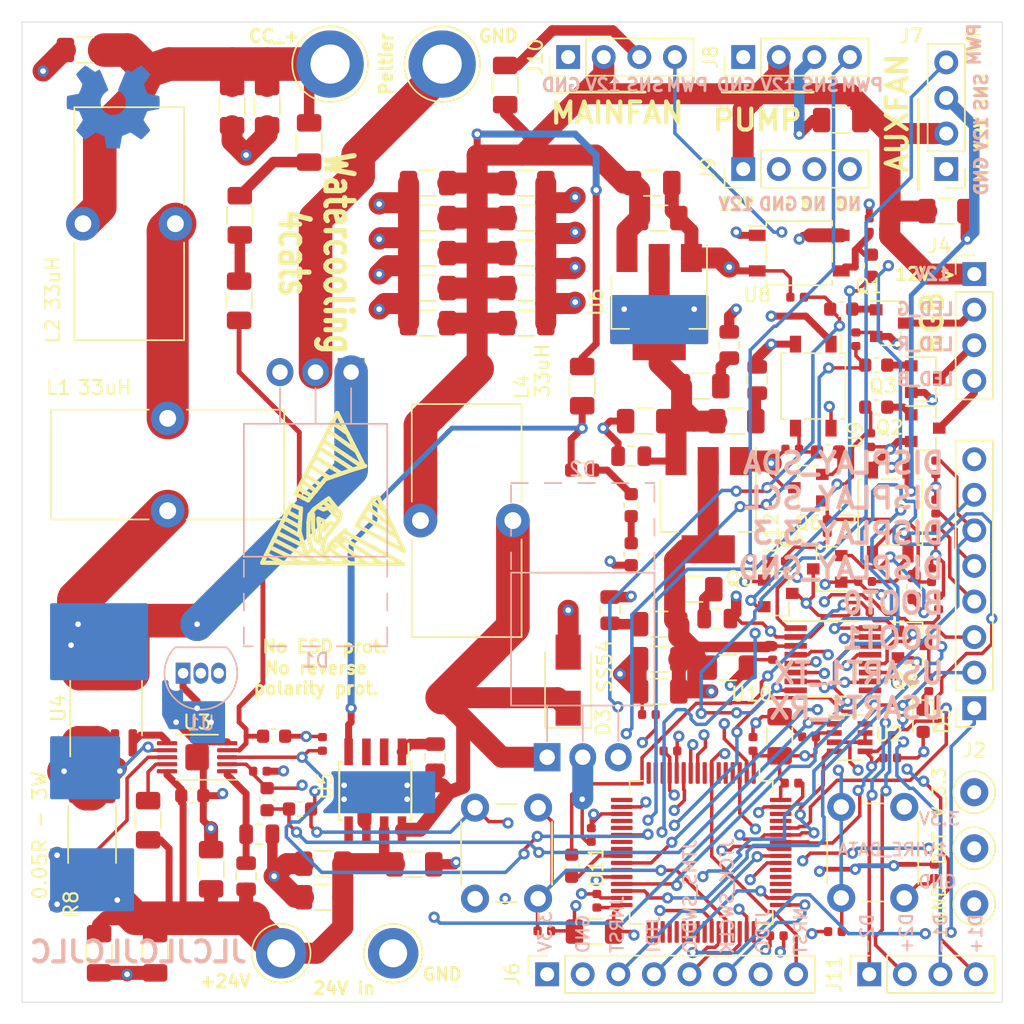
<source format=kicad_pcb>
(kicad_pcb (version 20171130) (host pcbnew 5.1.5)
  (layers (0 F.Cu signal) (1 In1.Cu signal) (2 In2.Cu signal) (31 B.Cu signal) (34 B.Paste user) (35 F.Paste user) (36 B.SilkS user hide) (37 F.SilkS user) (38 B.Mask user) (39 F.Mask user) (44 Edge.Cuts user))
  (net 0 "")
  (net 1 "/STM32 MCU/V_3.3_MC")
  (net 2 GND_AUXFAN)
  (net 3 Vin_24)
  (net 4 "/Fan controller/V_ADJ_CC")
  (net 5 "Net-(C8-Pad1)")
  (net 6 "Net-(C9-Pad2)")
  (net 7 V_TEC_CC)
  (net 8 "Net-(C18-Pad2)")
  (net 9 "Net-(C18-Pad1)")
  (net 10 V_AUXFAN_12V)
  (net 11 "/STM32 MCU/NRST")
  (net 12 "Net-(C44-Pad1)")
  (net 13 "Net-(C46-Pad1)")
  (net 14 "Net-(C47-Pad1)")
  (net 15 "Net-(D1-Pad1)")
  (net 16 /DIS_SDA)
  (net 17 /DIS_SCL)
  (net 18 AUX_GPIO_12)
  (net 19 AUX_GPIO_11)
  (net 20 AUX_GPIO_10)
  (net 21 AUX_GPIO_9)
  (net 22 "/RGB Driver/B_CONN")
  (net 23 "/RGB Driver/R_CONN")
  (net 24 "/RGB Driver/G_CONN")
  (net 25 "/STM32 MCU/USART1_RX")
  (net 26 "/STM32 MCU/USART1_TX")
  (net 27 "/STM32 MCU/BOOT1")
  (net 28 "/STM32 MCU/BOOT0")
  (net 29 /SMBUS_SCL)
  (net 30 "/STM32 MCU/JNTRST")
  (net 31 "/STM32 MCU/JTDI")
  (net 32 "/STM32 MCU/JTMS_SWDIO")
  (net 33 "/STM32 MCU/JTCK_SWCLK")
  (net 34 "/STM32 MCU/JTDO")
  (net 35 SENSE_AUXFAN)
  (net 36 PWM_AUXFAN_5V)
  (net 37 PWM_PUMP_5V)
  (net 38 SENSE_PUMP)
  (net 39 "Net-(J9-Pad3)")
  (net 40 "Net-(J9-Pad4)")
  (net 41 SENSE_MAINFAN)
  (net 42 PWM_MAINFAN_5V)
  (net 43 "/Fan controller/D1+")
  (net 44 "/Fan controller/D1-")
  (net 45 "/Fan controller/D2+")
  (net 46 "/Fan controller/D2-")
  (net 47 "Net-(L1-Pad1)")
  (net 48 "Net-(Q1-Pad1)")
  (net 49 "Net-(Q2-Pad1)")
  (net 50 "Net-(Q3-Pad1)")
  (net 51 "Net-(Q4-Pad2)")
  (net 52 "Net-(Q4-Pad1)")
  (net 53 "Net-(Q5-Pad1)")
  (net 54 "Net-(Q5-Pad2)")
  (net 55 "Net-(Q6-Pad2)")
  (net 56 "Net-(Q6-Pad1)")
  (net 57 "Net-(R1-Pad2)")
  (net 58 "Net-(R2-Pad2)")
  (net 59 "Net-(R5-Pad1)")
  (net 60 "Net-(R6-Pad1)")
  (net 61 "Net-(R8-Pad2)")
  (net 62 "Net-(R10-Pad1)")
  (net 63 "Net-(R10-Pad2)")
  (net 64 "Net-(R11-Pad2)")
  (net 65 "/STM32 MCU/PWM_LED_G")
  (net 66 "/STM32 MCU/PWM_LED_B")
  (net 67 "/STM32 MCU/PWM_LED_R")
  (net 68 "Net-(R22-Pad1)")
  (net 69 "Net-(R23-Pad1)")
  (net 70 "Net-(R24-Pad1)")
  (net 71 "/Peltier Constant Current Buck/EN_CC_P")
  (net 72 "Net-(U2-Pad8)")
  (net 73 "Net-(U3-Pad6)")
  (net 74 "Net-(U5-Pad5)")
  (net 75 "Net-(U5-Pad3)")
  (net 76 "Net-(U5-Pad2)")
  (net 77 /SMBALERT)
  (net 78 "Net-(U11-Pad4)")
  (net 79 "Net-(U11-Pad5)")
  (net 80 "Net-(U11-Pad6)")
  (net 81 "Net-(U11-Pad8)")
  (net 82 "Net-(U11-Pad14)")
  (net 83 "Net-(U11-Pad15)")
  (net 84 "Net-(U11-Pad23)")
  (net 85 "Net-(U11-Pad27)")
  (net 86 "Net-(U11-Pad33)")
  (net 87 "Net-(U11-Pad34)")
  (net 88 "Net-(U11-Pad35)")
  (net 89 "Net-(U11-Pad36)")
  (net 90 "Net-(U11-Pad41)")
  (net 91 "Net-(U11-Pad45)")
  (net 92 "Net-(U11-Pad53)")
  (net 93 "Net-(U11-Pad54)")
  (net 94 "Net-(U11-Pad61)")
  (net 95 "Net-(U11-Pad62)")
  (net 96 "Net-(C42-Pad1)")
  (net 97 "Net-(C43-Pad1)")
  (net 98 1WIRE_NEARCAT)
  (net 99 1WIRE_PELTIER_CC)
  (net 100 "Net-(D5-Pad1)")
  (net 101 "Net-(Q8-Pad3)")
  (net 102 "Net-(Q8-Pad1)")
  (net 103 /SMBUS_SDA)
  (net 104 "Net-(R47-Pad2)")
  (net 105 "Net-(R51-Pad2)")
  (net 106 "Net-(R52-Pad2)")
  (net 107 "Net-(U11-Pad24)")
  (net 108 "Net-(U11-Pad38)")
  (net 109 "Net-(U11-Pad37)")
  (net 110 "Net-(U11-Pad39)")
  (net 111 "Net-(U11-Pad40)")
  (net 112 "Net-(U11-Pad51)")
  (net 113 "Net-(U11-Pad52)")
  (module jlc_footprint:jlc_smt_toolinghole (layer F.Cu) (at 51.8 115.2)
    (fp_text reference REF** hide)
    (fp_text value jlc_smt_toolinghole hide)
    (pad "" np_thru_hole circle (at 0 0) (size 1.152 1.152) (drill 1.152) (layers *.Cu) (clearance 0.148))
  )
  (module jlc_footprint:jlc_smt_toolinghole (layer F.Cu) (at 51.8 46.8)
    (fp_text reference REF** hide)
    (fp_text value jlc_smt_toolinghole hide)
    (pad "" np_thru_hole circle (at 0 0) (size 1.152 1.152) (drill 1.152) (layers *.Cu) (clearance 0.148))
  )
  (module jlc_footprint:jlc_smt_toolinghole (layer F.Cu) (at 120.2 46.8)
    (fp_text reference REF** hide)
    (fp_text value jlc_smt_toolinghole hide)
    (pad "" np_thru_hole circle (at 0 0) (size 1.152 1.152) (drill 1.152) (layers *.Cu) (clearance 0.148))
  )
  (module Symbol:OSHW-Symbol_6.7x6mm_Copper (layer B.Cu) (at 57.5 52.05)
    (fp_text reference REF** hide)
    (fp_text value OSHW-Symbol_6.7x6mm_Copper hide)
    (fp_poly (pts (xy 0.555814 2.531069) (xy 0.639635 2.086445) (xy 0.94892 1.958947) (xy 1.258206 1.831449) (xy 1.629246 2.083754) (xy 1.733157 2.154004) (xy 1.827087 2.216728) (xy 1.906652 2.269062) (xy 1.96747 2.308143) (xy 2.005157 2.331107) (xy 2.015421 2.336058) (xy 2.03391 2.323324) (xy 2.07342 2.288118) (xy 2.129522 2.234938) (xy 2.197787 2.168282) (xy 2.273786 2.092646) (xy 2.353092 2.012528) (xy 2.431275 1.932426) (xy 2.503907 1.856836) (xy 2.566559 1.790255) (xy 2.614803 1.737182) (xy 2.64421 1.702113) (xy 2.651241 1.690377) (xy 2.641123 1.66874) (xy 2.612759 1.621338) (xy 2.569129 1.552807) (xy 2.513218 1.467785) (xy 2.448006 1.370907) (xy 2.410219 1.31565) (xy 2.341343 1.214752) (xy 2.28014 1.123701) (xy 2.229578 1.04703) (xy 2.192628 0.989272) (xy 2.172258 0.954957) (xy 2.169197 0.947746) (xy 2.176136 0.927252) (xy 2.195051 0.879487) (xy 2.223087 0.811168) (xy 2.257391 0.729011) (xy 2.295109 0.63973) (xy 2.333387 0.550042) (xy 2.36937 0.466662) (xy 2.400206 0.396306) (xy 2.423039 0.34569) (xy 2.435017 0.321529) (xy 2.435724 0.320578) (xy 2.454531 0.315964) (xy 2.504618 0.305672) (xy 2.580793 0.290713) (xy 2.677865 0.272099) (xy 2.790643 0.250841) (xy 2.856442 0.238582) (xy 2.97695 0.215638) (xy 3.085797 0.193805) (xy 3.177476 0.174278) (xy 3.246481 0.158252) (xy 3.287304 0.146921) (xy 3.295511 0.143326) (xy 3.303548 0.118994) (xy 3.310033 0.064041) (xy 3.31497 -0.015108) (xy 3.318364 -0.112026) (xy 3.320218 -0.220287) (xy 3.320538 -0.333465) (xy 3.319327 -0.445135) (xy 3.31659 -0.548868) (xy 3.312331 -0.638241) (xy 3.306555 -0.706826) (xy 3.299267 -0.748197) (xy 3.294895 -0.75681) (xy 3.268764 -0.767133) (xy 3.213393 -0.781892) (xy 3.136107 -0.799352) (xy 3.04423 -0.81778) (xy 3.012158 -0.823741) (xy 2.857524 -0.852066) (xy 2.735375 -0.874876) (xy 2.641673 -0.89308) (xy 2.572384 -0.907583) (xy 2.523471 -0.919292) (xy 2.490897 -0.929115) (xy 2.470628 -0.937956) (xy 2.458626 -0.946724) (xy 2.456947 -0.948457) (xy 2.440184 -0.976371) (xy 2.414614 -1.030695) (xy 2.382788 -1.104777) (xy 2.34726 -1.191965) (xy 2.310583 -1.285608) (xy 2.275311 -1.379052) (xy 2.243996 -1.465647) (xy 2.219193 -1.53874) (xy 2.203454 -1.591678) (xy 2.199332 -1.617811) (xy 2.199676 -1.618726) (xy 2.213641 -1.640086) (xy 2.245322 -1.687084) (xy 2.291391 -1.754827) (xy 2.348518 -1.838423) (xy 2.413373 -1.932982) (xy 2.431843 -1.959854) (xy 2.497699 -2.057275) (xy 2.55565 -2.146163) (xy 2.602538 -2.221412) (xy 2.635207 -2.27792) (xy 2.6505 -2.310581) (xy 2.651241 -2.314593) (xy 2.638392 -2.335684) (xy 2.602888 -2.377464) (xy 2.549293 -2.435445) (xy 2.482171 -2.505135) (xy 2.406087 -2.582045) (xy 2.325604 -2.661683) (xy 2.245287 -2.739561) (xy 2.169699 -2.811186) (xy 2.103405 -2.87207) (xy 2.050969 -2.917721) (xy 2.016955 -2.94365) (xy 2.007545 -2.947883) (xy 1.985643 -2.937912) (xy 1.9408 -2.91102) (xy 1.880321 -2.871736) (xy 1.833789 -2.840117) (xy 1.749475 -2.782098) (xy 1.649626 -2.713784) (xy 1.549473 -2.645579) (xy 1.495627 -2.609075) (xy 1.313371 -2.4858) (xy 1.160381 -2.56852) (xy 1.090682 -2.604759) (xy 1.031414 -2.632926) (xy 0.991311 -2.648991) (xy 0.981103 -2.651226) (xy 0.968829 -2.634722) (xy 0.944613 -2.588082) (xy 0.910263 -2.515609) (xy 0.867588 -2.421606) (xy 0.818394 -2.310374) (xy 0.76449 -2.186215) (xy 0.707684 -2.053432) (xy 0.649782 -1.916327) (xy 0.592593 -1.779202) (xy 0.537924 -1.646358) (xy 0.487584 -1.522098) (xy 0.44338 -1.410725) (xy 0.407119 -1.316539) (xy 0.380609 -1.243844) (xy 0.365658 -1.196941) (xy 0.363254 -1.180833) (xy 0.382311 -1.160286) (xy 0.424036 -1.126933) (xy 0.479706 -1.087702) (xy 0.484378 -1.084599) (xy 0.628264 -0.969423) (xy 0.744283 -0.835053) (xy 0.83143 -0.685784) (xy 0.888699 -0.525913) (xy 0.915086 -0.359737) (xy 0.909585 -0.191552) (xy 0.87119 -0.025655) (xy 0.798895 0.133658) (xy 0.777626 0.168513) (xy 0.666996 0.309263) (xy 0.536302 0.422286) (xy 0.390064 0.506997) (xy 0.232808 0.562806) (xy 0.069057 0.589126) (xy -0.096667 0.58537) (xy -0.259838 0.55095) (xy -0.415935 0.485277) (xy -0.560433 0.387765) (xy -0.605131 0.348187) (xy -0.718888 0.224297) (xy -0.801782 0.093876) (xy -0.858644 -0.052315) (xy -0.890313 -0.197088) (xy -0.898131 -0.35986) (xy -0.872062 -0.52344) (xy -0.814755 -0.682298) (xy -0.728856 -0.830906) (xy -0.617014 -0.963735) (xy -0.481877 -1.075256) (xy -0.464117 -1.087011) (xy -0.40785 -1.125508) (xy -0.365077 -1.158863) (xy -0.344628 -1.18016) (xy -0.344331 -1.180833) (xy -0.348721 -1.203871) (xy -0.366124 -1.256157) (xy -0.394732 -1.33339) (xy -0.432735 -1.431268) (xy -0.478326 -1.545491) (xy -0.529697 -1.671758) (xy -0.585038 -1.805767) (xy -0.642542 -1.943218) (xy -0.700399 -2.079808) (xy -0.756802 -2.211237) (xy -0.809942 -2.333205) (xy -0.85801 -2.441409) (xy -0.899199 -2.531549) (xy -0.931699 -2.599323) (xy -0.953703 -2.64043) (xy -0.962564 -2.651226) (xy -0.98964 -2.642819) (xy -1.040303 -2.620272) (xy -1.105817 -2.587613) (xy -1.141841 -2.56852) (xy -1.294832 -2.4858) (xy -1.477088 -2.609075) (xy -1.570125 -2.672228) (xy -1.671985 -2.741727) (xy -1.767438 -2.807165) (xy -1.81525 -2.840117) (xy -1.882495 -2.885273) (xy -1.939436 -2.921057) (xy -1.978646 -2.942938) (xy -1.991381 -2.947563) (xy -2.009917 -2.935085) (xy -2.050941 -2.900252) (xy -2.110475 -2.846678) (xy -2.184542 -2.777983) (xy -2.269165 -2.697781) (xy -2.322685 -2.646286) (xy -2.416319 -2.554286) (xy -2.497241 -2.471999) (xy -2.562177 -2.402945) (xy -2.607858 -2.350644) (xy -2.631011 -2.318616) (xy -2.633232 -2.312116) (xy -2.622924 -2.287394) (xy -2.594439 -2.237405) (xy -2.550937 -2.167212) (xy -2.495577 -2.081875) (xy -2.43152 -1.986456) (xy -2.413303 -1.959854) (xy -2.346927 -1.863167) (xy -2.287378 -1.776117) (xy -2.237984 -1.703595) (xy -2.202075 -1.650493) (xy -2.182981 -1.621703) (xy -2.181136 -1.618726) (xy -2.183895 -1.595782) (xy -2.198538 -1.545336) (xy -2.222513 -1.474041) (xy -2.253266 -1.388547) (xy -2.288244 -1.295507) (xy -2.324893 -1.201574) (xy -2.360661 -1.113399) (xy -2.392994 -1.037634) (xy -2.419338 -0.980931) (xy -2.437142 -0.949943) (xy -2.438407 -0.948457) (xy -2.449294 -0.939601) (xy -2.467682 -0.930843) (xy -2.497606 -0.921277) (xy -2.543103 -0.909996) (xy -2.608209 -0.896093) (xy -2.696961 -0.878663) (xy -2.813393 -0.856798) (xy -2.961542 -0.829591) (xy -2.993618 -0.823741) (xy -3.088686 -0.805374) (xy -3.171565 -0.787405) (xy -3.23493 -0.771569) (xy -3.271458 -0.7596) (xy -3.276356 -0.75681) (xy -3.284427 -0.732072) (xy -3.290987 -0.67679) (xy -3.296033 -0.597389) (xy -3.299559 -0.500296) (xy -3.301561 -0.391938) (xy -3.302036 -0.27874) (xy -3.300977 -0.167128) (xy -3.298382 -0.063529) (xy -3.294246 0.025632) (xy -3.288563 0.093928) (xy -3.281331 0.134934) (xy -3.276971 0.143326) (xy -3.252698 0.151792) (xy -3.197426 0.165565) (xy -3.116662 0.18345) (xy -3.015912 0.204252) (xy -2.900683 0.226777) (xy -2.837902 0.238582) (xy -2.718787 0.260849) (xy -2.612565 0.281021) (xy -2.524427 0.298085) (xy -2.459566 0.311031) (xy -2.423174 0.318845) (xy -2.417184 0.320578) (xy -2.407061 0.34011) (xy -2.385662 0.387157) (xy -2.355839 0.454997) (xy -2.320445 0.536909) (xy -2.282332 0.626172) (xy -2.244353 0.716065) (xy -2.20936 0.799865) (xy -2.180206 0.870853) (xy -2.159743 0.922306) (xy -2.150823 0.947503) (xy -2.150657 0.948604) (xy -2.160769 0.968481) (xy -2.189117 1.014223) (xy -2.232723 1.081283) (xy -2.288606 1.165116) (xy -2.353787 1.261174) (xy -2.391679 1.31635) (xy -2.460725 1.417519) (xy -2.52205 1.50937) (xy -2.572663 1.587256) (xy -2.609571 1.646531) (xy -2.629782 1.682549) (xy -2.632701 1.690623) (xy -2.620153 1.709416) (xy -2.585463 1.749543) (xy -2.533063 1.806507) (xy -2.467384 1.875815) (xy -2.392856 1.952969) (xy -2.313913 2.033475) (xy -2.234983 2.112837) (xy -2.1605 2.18656) (xy -2.094894 2.250148) (xy -2.042596 2.299106) (xy -2.008039 2.328939) (xy -1.996478 2.336058) (xy -1.977654 2.326047) (xy -1.932631 2.297922) (xy -1.865787 2.254546) (xy -1.781499 2.198782) (xy -1.684144 2.133494) (xy -1.610707 2.083754) (xy -1.239667 1.831449) (xy -0.621095 2.086445) (xy -0.537275 2.531069) (xy -0.453454 2.975693) (xy 0.471994 2.975693) (xy 0.555814 2.531069)) (layer B.Cu) (width 0.01))
  )
  (module Resistor_SMD:R_0603_1608Metric (layer F.Cu) (at 108.55 76.7)
    (fp_text reference R27 hide)
    (fp_text value 160R hide)
    (pad 2 smd roundrect (at 0.7875 0) (size 0.875 0.95) (layers F.Cu F.Paste F.Mask) (net 55 "Net-(Q6-Pad2)"))
    (pad 1 smd roundrect (at -0.7875 0) (size 0.875 0.95) (layers F.Cu F.Paste F.Mask) (net 70 "Net-(R24-Pad1)"))
  )
  (module Resistor_SMD:R_0603_1608Metric (layer F.Cu) (at 111.65 63.4 270)
    (fp_text reference R26 hide)
    (fp_text value 160R hide)
    (pad 2 smd roundrect (at 0.7875 0 270) (size 0.875 0.95) (layers F.Cu F.Paste F.Mask) (net 54 "Net-(Q5-Pad2)"))
    (pad 1 smd roundrect (at -0.7875 0 270) (size 0.875 0.95) (layers F.Cu F.Paste F.Mask) (net 69 "Net-(R23-Pad1)"))
  )
  (module Resistor_SMD:R_0603_1608Metric (layer F.Cu) (at 114.7 86.35 270)
    (fp_text reference R25 hide)
    (fp_text value 160R hide)
    (pad 2 smd roundrect (at 0.7875 0 270) (size 0.875 0.95) (layers F.Cu F.Paste F.Mask) (net 51 "Net-(Q4-Pad2)"))
    (pad 1 smd roundrect (at -0.7875 0 270) (size 0.875 0.95) (layers F.Cu F.Paste F.Mask) (net 68 "Net-(R22-Pad1)"))
  )
  (module Inductor_THT:L_Toroid_Vertical_L16.4mm_W7.6mm_P6.60mm_Vishay_TJ3 (layer F.Cu) (at 79.45 81.6 90)
    (fp_text reference L4 (at 9.55 7.25 90) (layer F.SilkS))
    (fp_text value 33uH (at 10.7 8.7 90) (layer F.SilkS))
    (pad 2 thru_hole circle (at 0 6.6 90) (size 2.4 2.4) (drill 1.2) (layers *.Cu *.Mask) (net 9 "Net-(C18-Pad1)"))
    (pad 1 thru_hole circle (at 0 0 90) (size 2.4 2.4) (drill 1.2) (layers *.Cu *.Mask) (net 10 V_AUXFAN_12V))
  )
  (module Inductor_THT:L_Toroid_Vertical_L16.4mm_W7.6mm_P6.60mm_Vishay_TJ3 (layer F.Cu) (at 55.35 60.4 90)
    (fp_text reference L2 (at -7.65 -2.15 90) (layer F.SilkS))
    (fp_text value 33uH (at -4.25 -2.15 90) (layer F.SilkS))
    (pad 2 thru_hole circle (at 0 6.6 90) (size 2.4 2.4) (drill 1.2) (layers *.Cu *.Mask) (net 47 "Net-(L1-Pad1)"))
    (pad 1 thru_hole circle (at 0 0 90) (size 2.4 2.4) (drill 1.2) (layers *.Cu *.Mask) (net 7 V_TEC_CC))
  )
  (module Inductor_THT:L_Toroid_Vertical_L16.4mm_W7.6mm_P6.60mm_Vishay_TJ3 (layer F.Cu) (at 61.4 74.3)
    (fp_text reference L1 (at -7.8 -2.2) (layer F.SilkS))
    (fp_text value 33uH (at -4.5 -2.2) (layer F.SilkS))
    (pad 2 thru_hole circle (at 0 6.6) (size 2.4 2.4) (drill 1.2) (layers *.Cu *.Mask) (net 15 "Net-(D1-Pad1)"))
    (pad 1 thru_hole circle (at 0 0) (size 2.4 2.4) (drill 1.2) (layers *.Cu *.Mask) (net 47 "Net-(L1-Pad1)"))
  )
  (module Package_SO:QSOP-16_3.9x4.9mm_P0.635mm (layer F.Cu) (at 108.9 91.5)
    (fp_text reference U10 (at -5.8 2.5) (layer F.SilkS))
    (fp_text value ADT7467 hide)
    (pad 1 smd rect (at -2.6543 -2.2225) (size 1.6 0.41) (layers F.Cu F.Paste F.Mask) (net 29 /SMBUS_SCL))
    (pad 2 smd rect (at -2.6543 -1.5875) (size 1.6 0.41) (layers F.Cu F.Paste F.Mask) (net 2 GND_AUXFAN))
    (pad 3 smd rect (at -2.6543 -0.9525) (size 1.6 0.41) (layers F.Cu F.Paste F.Mask) (net 1 "/STM32 MCU/V_3.3_MC"))
    (pad 4 smd rect (at -2.6543 -0.3175) (size 1.6 0.41) (layers F.Cu F.Paste F.Mask) (net 52 "Net-(Q4-Pad1)"))
    (pad 5 smd rect (at -2.6543 0.3175) (size 1.6 0.41) (layers F.Cu F.Paste F.Mask) (net 37 PWM_PUMP_5V))
    (pad 6 smd rect (at -2.6543 0.9525) (size 1.6 0.41) (layers F.Cu F.Paste F.Mask) (net 53 "Net-(Q5-Pad1)"))
    (pad 7 smd rect (at -2.6543 1.5875) (size 1.6 0.41) (layers F.Cu F.Paste F.Mask) (net 56 "Net-(Q6-Pad1)"))
    (pad 8 smd rect (at -2.6543 2.2225) (size 1.6 0.41) (layers F.Cu F.Paste F.Mask) (net 36 PWM_AUXFAN_5V))
    (pad 9 smd rect (at 2.6543 2.2225) (size 1.6 0.41) (layers F.Cu F.Paste F.Mask) (net 77 /SMBALERT))
    (pad 10 smd rect (at 2.6543 1.5875) (size 1.6 0.41) (layers F.Cu F.Paste F.Mask) (net 46 "/Fan controller/D2-"))
    (pad 11 smd rect (at 2.6543 0.9525) (size 1.6 0.41) (layers F.Cu F.Paste F.Mask) (net 45 "/Fan controller/D2+"))
    (pad 12 smd rect (at 2.6543 0.3175) (size 1.6 0.41) (layers F.Cu F.Paste F.Mask) (net 44 "/Fan controller/D1-"))
    (pad 13 smd rect (at 2.6543 -0.3175) (size 1.6 0.41) (layers F.Cu F.Paste F.Mask) (net 43 "/Fan controller/D1+"))
    (pad 14 smd rect (at 2.6543 -0.9525) (size 1.6 0.41) (layers F.Cu F.Paste F.Mask) (net 4 "/Fan controller/V_ADJ_CC"))
    (pad 15 smd rect (at 2.6543 -1.5875) (size 1.6 0.41) (layers F.Cu F.Paste F.Mask) (net 42 PWM_MAINFAN_5V))
    (pad 16 smd rect (at 2.6543 -2.2225) (size 1.6 0.41) (layers F.Cu F.Paste F.Mask) (net 103 /SMBUS_SDA))
  )
  (module Resistor_SMD:R_0402_1005Metric (layer F.Cu) (at 116.25 77.8 270)
    (fp_text reference R36 hide)
    (fp_text value 10K hide)
    (pad 2 smd roundrect (at 0.485 0 270) (size 0.59 0.64) (layers F.Cu F.Paste F.Mask) (net 1 "/STM32 MCU/V_3.3_MC"))
    (pad 1 smd roundrect (at -0.485 0 270) (size 0.59 0.64) (layers F.Cu F.Paste F.Mask) (net 17 /DIS_SCL))
  )
  (module Package_QFP:LQFP-64_10x10mm_P0.5mm (layer F.Cu) (at 99.5 105.3 270)
    (fp_text reference U11 (at 1 7.5 270) (layer F.SilkS))
    (fp_text value STM32F103RCT6 hide)
    (pad 1 smd roundrect (at -5.675 -3.75 270) (size 1.55 0.3) (layers F.Cu F.Paste F.Mask) (net 1 "/STM32 MCU/V_3.3_MC"))
    (pad 2 smd roundrect (at -5.675 -3.25 270) (size 1.55 0.3) (layers F.Cu F.Paste F.Mask) (net 99 1WIRE_PELTIER_CC))
    (pad 3 smd roundrect (at -5.675 -2.75 270) (size 1.55 0.3) (layers F.Cu F.Paste F.Mask) (net 98 1WIRE_NEARCAT))
    (pad 4 smd roundrect (at -5.675 -2.25 270) (size 1.55 0.3) (layers F.Cu F.Paste F.Mask) (net 78 "Net-(U11-Pad4)"))
    (pad 5 smd roundrect (at -5.675 -1.75 270) (size 1.55 0.3) (layers F.Cu F.Paste F.Mask) (net 79 "Net-(U11-Pad5)"))
    (pad 6 smd roundrect (at -5.675 -1.25 270) (size 1.55 0.3) (layers F.Cu F.Paste F.Mask) (net 80 "Net-(U11-Pad6)"))
    (pad 7 smd roundrect (at -5.675 -0.75 270) (size 1.55 0.3) (layers F.Cu F.Paste F.Mask) (net 11 "/STM32 MCU/NRST"))
    (pad 8 smd roundrect (at -5.675 -0.25 270) (size 1.55 0.3) (layers F.Cu F.Paste F.Mask) (net 81 "Net-(U11-Pad8)"))
    (pad 9 smd roundrect (at -5.675 0.25 270) (size 1.55 0.3) (layers F.Cu F.Paste F.Mask) (net 65 "/STM32 MCU/PWM_LED_G"))
    (pad 10 smd roundrect (at -5.675 0.75 270) (size 1.55 0.3) (layers F.Cu F.Paste F.Mask) (net 67 "/STM32 MCU/PWM_LED_R"))
    (pad 11 smd roundrect (at -5.675 1.25 270) (size 1.55 0.3) (layers F.Cu F.Paste F.Mask) (net 66 "/STM32 MCU/PWM_LED_B"))
    (pad 12 smd roundrect (at -5.675 1.75 270) (size 1.55 0.3) (layers F.Cu F.Paste F.Mask) (net 2 GND_AUXFAN))
    (pad 13 smd roundrect (at -5.675 2.25 270) (size 1.55 0.3) (layers F.Cu F.Paste F.Mask) (net 1 "/STM32 MCU/V_3.3_MC"))
    (pad 14 smd roundrect (at -5.675 2.75 270) (size 1.55 0.3) (layers F.Cu F.Paste F.Mask) (net 82 "Net-(U11-Pad14)"))
    (pad 15 smd roundrect (at -5.675 3.25 270) (size 1.55 0.3) (layers F.Cu F.Paste F.Mask) (net 83 "Net-(U11-Pad15)"))
    (pad 16 smd roundrect (at -5.675 3.75 270) (size 1.55 0.3) (layers F.Cu F.Paste F.Mask) (net 21 AUX_GPIO_9))
    (pad 17 smd roundrect (at -3.75 5.675 270) (size 0.3 1.55) (layers F.Cu F.Paste F.Mask) (net 20 AUX_GPIO_10))
    (pad 18 smd roundrect (at -3.25 5.675 270) (size 0.3 1.55) (layers F.Cu F.Paste F.Mask) (net 2 GND_AUXFAN))
    (pad 19 smd roundrect (at -2.75 5.675 270) (size 0.3 1.55) (layers F.Cu F.Paste F.Mask) (net 1 "/STM32 MCU/V_3.3_MC"))
    (pad 20 smd roundrect (at -2.25 5.675 270) (size 0.3 1.55) (layers F.Cu F.Paste F.Mask) (net 19 AUX_GPIO_11))
    (pad 21 smd roundrect (at -1.75 5.675 270) (size 0.3 1.55) (layers F.Cu F.Paste F.Mask) (net 18 AUX_GPIO_12))
    (pad 22 smd roundrect (at -1.25 5.675 270) (size 0.3 1.55) (layers F.Cu F.Paste F.Mask) (net 71 "/Peltier Constant Current Buck/EN_CC_P"))
    (pad 23 smd roundrect (at -0.75 5.675 270) (size 0.3 1.55) (layers F.Cu F.Paste F.Mask) (net 84 "Net-(U11-Pad23)"))
    (pad 24 smd roundrect (at -0.25 5.675 270) (size 0.3 1.55) (layers F.Cu F.Paste F.Mask) (net 107 "Net-(U11-Pad24)"))
    (pad 25 smd roundrect (at 0.25 5.675 270) (size 0.3 1.55) (layers F.Cu F.Paste F.Mask) (net 104 "Net-(R47-Pad2)"))
    (pad 26 smd roundrect (at 0.75 5.675 270) (size 0.3 1.55) (layers F.Cu F.Paste F.Mask) (net 105 "Net-(R51-Pad2)"))
    (pad 27 smd roundrect (at 1.25 5.675 270) (size 0.3 1.55) (layers F.Cu F.Paste F.Mask) (net 85 "Net-(U11-Pad27)"))
    (pad 28 smd roundrect (at 1.75 5.675 270) (size 0.3 1.55) (layers F.Cu F.Paste F.Mask) (net 27 "/STM32 MCU/BOOT1"))
    (pad 29 smd roundrect (at 2.25 5.675 270) (size 0.3 1.55) (layers F.Cu F.Paste F.Mask) (net 17 /DIS_SCL))
    (pad 30 smd roundrect (at 2.75 5.675 270) (size 0.3 1.55) (layers F.Cu F.Paste F.Mask) (net 16 /DIS_SDA))
    (pad 31 smd roundrect (at 3.25 5.675 270) (size 0.3 1.55) (layers F.Cu F.Paste F.Mask) (net 2 GND_AUXFAN))
    (pad 32 smd roundrect (at 3.75 5.675 270) (size 0.3 1.55) (layers F.Cu F.Paste F.Mask) (net 1 "/STM32 MCU/V_3.3_MC"))
    (pad 33 smd roundrect (at 5.675 3.75 270) (size 1.55 0.3) (layers F.Cu F.Paste F.Mask) (net 86 "Net-(U11-Pad33)"))
    (pad 34 smd roundrect (at 5.675 3.25 270) (size 1.55 0.3) (layers F.Cu F.Paste F.Mask) (net 87 "Net-(U11-Pad34)"))
    (pad 35 smd roundrect (at 5.675 2.75 270) (size 1.55 0.3) (layers F.Cu F.Paste F.Mask) (net 88 "Net-(U11-Pad35)"))
    (pad 36 smd roundrect (at 5.675 2.25 270) (size 1.55 0.3) (layers F.Cu F.Paste F.Mask) (net 89 "Net-(U11-Pad36)"))
    (pad 37 smd roundrect (at 5.675 1.75 270) (size 1.55 0.3) (layers F.Cu F.Paste F.Mask) (net 109 "Net-(U11-Pad37)"))
    (pad 38 smd roundrect (at 5.675 1.25 270) (size 1.55 0.3) (layers F.Cu F.Paste F.Mask) (net 108 "Net-(U11-Pad38)"))
    (pad 39 smd roundrect (at 5.675 0.75 270) (size 1.55 0.3) (layers F.Cu F.Paste F.Mask) (net 110 "Net-(U11-Pad39)"))
    (pad 40 smd roundrect (at 5.675 0.25 270) (size 1.55 0.3) (layers F.Cu F.Paste F.Mask) (net 111 "Net-(U11-Pad40)"))
    (pad 41 smd roundrect (at 5.675 -0.25 270) (size 1.55 0.3) (layers F.Cu F.Paste F.Mask) (net 90 "Net-(U11-Pad41)"))
    (pad 42 smd roundrect (at 5.675 -0.75 270) (size 1.55 0.3) (layers F.Cu F.Paste F.Mask) (net 26 "/STM32 MCU/USART1_TX"))
    (pad 43 smd roundrect (at 5.675 -1.25 270) (size 1.55 0.3) (layers F.Cu F.Paste F.Mask) (net 25 "/STM32 MCU/USART1_RX"))
    (pad 44 smd roundrect (at 5.675 -1.75 270) (size 1.55 0.3) (layers F.Cu F.Paste F.Mask) (net 106 "Net-(R52-Pad2)"))
    (pad 45 smd roundrect (at 5.675 -2.25 270) (size 1.55 0.3) (layers F.Cu F.Paste F.Mask) (net 91 "Net-(U11-Pad45)"))
    (pad 46 smd roundrect (at 5.675 -2.75 270) (size 1.55 0.3) (layers F.Cu F.Paste F.Mask) (net 32 "/STM32 MCU/JTMS_SWDIO"))
    (pad 47 smd roundrect (at 5.675 -3.25 270) (size 1.55 0.3) (layers F.Cu F.Paste F.Mask) (net 2 GND_AUXFAN))
    (pad 48 smd roundrect (at 5.675 -3.75 270) (size 1.55 0.3) (layers F.Cu F.Paste F.Mask) (net 1 "/STM32 MCU/V_3.3_MC"))
    (pad 49 smd roundrect (at 3.75 -5.675 270) (size 0.3 1.55) (layers F.Cu F.Paste F.Mask) (net 33 "/STM32 MCU/JTCK_SWCLK"))
    (pad 50 smd roundrect (at 3.25 -5.675 270) (size 0.3 1.55) (layers F.Cu F.Paste F.Mask) (net 31 "/STM32 MCU/JTDI"))
    (pad 51 smd roundrect (at 2.75 -5.675 270) (size 0.3 1.55) (layers F.Cu F.Paste F.Mask) (net 112 "Net-(U11-Pad51)"))
    (pad 52 smd roundrect (at 2.25 -5.675 270) (size 0.3 1.55) (layers F.Cu F.Paste F.Mask) (net 113 "Net-(U11-Pad52)"))
    (pad 53 smd roundrect (at 1.75 -5.675 270) (size 0.3 1.55) (layers F.Cu F.Paste F.Mask) (net 92 "Net-(U11-Pad53)"))
    (pad 54 smd roundrect (at 1.25 -5.675 270) (size 0.3 1.55) (layers F.Cu F.Paste F.Mask) (net 93 "Net-(U11-Pad54)"))
    (pad 55 smd roundrect (at 0.75 -5.675 270) (size 0.3 1.55) (layers F.Cu F.Paste F.Mask) (net 34 "/STM32 MCU/JTDO"))
    (pad 56 smd roundrect (at 0.25 -5.675 270) (size 0.3 1.55) (layers F.Cu F.Paste F.Mask) (net 30 "/STM32 MCU/JNTRST"))
    (pad 57 smd roundrect (at -0.25 -5.675 270) (size 0.3 1.55) (layers F.Cu F.Paste F.Mask) (net 77 /SMBALERT))
    (pad 58 smd roundrect (at -0.75 -5.675 270) (size 0.3 1.55) (layers F.Cu F.Paste F.Mask) (net 103 /SMBUS_SDA))
    (pad 59 smd roundrect (at -1.25 -5.675 270) (size 0.3 1.55) (layers F.Cu F.Paste F.Mask) (net 29 /SMBUS_SCL))
    (pad 60 smd roundrect (at -1.75 -5.675 270) (size 0.3 1.55) (layers F.Cu F.Paste F.Mask) (net 28 "/STM32 MCU/BOOT0"))
    (pad 61 smd roundrect (at -2.25 -5.675 270) (size 0.3 1.55) (layers F.Cu F.Paste F.Mask) (net 94 "Net-(U11-Pad61)"))
    (pad 62 smd roundrect (at -2.75 -5.675 270) (size 0.3 1.55) (layers F.Cu F.Paste F.Mask) (net 95 "Net-(U11-Pad62)"))
    (pad 63 smd roundrect (at -3.25 -5.675 270) (size 0.3 1.55) (layers F.Cu F.Paste F.Mask) (net 2 GND_AUXFAN))
    (pad 64 smd roundrect (at -3.75 -5.675 270) (size 0.3 1.55) (layers F.Cu F.Paste F.Mask) (net 1 "/STM32 MCU/V_3.3_MC"))
  )
  (module Connector_PinSocket_2.54mm:PinSocket_1x08_P2.54mm_Vertical (layer F.Cu) (at 88.5 114 90)
    (fp_text reference J6 (at 0 -2.5 90) (layer F.SilkS))
    (fp_text value Conn_01x08_Female hide)
    (pad 1 thru_hole rect (at 0 0 90) (size 1.7 1.7) (drill 1) (layers *.Cu *.Mask) (net 1 "/STM32 MCU/V_3.3_MC"))
    (pad 2 thru_hole oval (at 0 2.54 90) (size 1.7 1.7) (drill 1) (layers *.Cu *.Mask) (net 2 GND_AUXFAN))
    (pad 3 thru_hole oval (at 0 5.08 90) (size 1.7 1.7) (drill 1) (layers *.Cu *.Mask) (net 30 "/STM32 MCU/JNTRST"))
    (pad 4 thru_hole oval (at 0 7.62 90) (size 1.7 1.7) (drill 1) (layers *.Cu *.Mask) (net 31 "/STM32 MCU/JTDI"))
    (pad 5 thru_hole oval (at 0 10.16 90) (size 1.7 1.7) (drill 1) (layers *.Cu *.Mask) (net 32 "/STM32 MCU/JTMS_SWDIO"))
    (pad 6 thru_hole oval (at 0 12.7 90) (size 1.7 1.7) (drill 1) (layers *.Cu *.Mask) (net 33 "/STM32 MCU/JTCK_SWCLK"))
    (pad 7 thru_hole oval (at 0 15.24 90) (size 1.7 1.7) (drill 1) (layers *.Cu *.Mask) (net 34 "/STM32 MCU/JTDO"))
    (pad 8 thru_hole oval (at 0 17.78 90) (size 1.7 1.7) (drill 1) (layers *.Cu *.Mask) (net 11 "/STM32 MCU/NRST"))
  )
  (module Connector_PinSocket_2.54mm:PinSocket_1x08_P2.54mm_Vertical (layer F.Cu) (at 119 95 180)
    (fp_text reference J2 (at 0 -3) (layer F.SilkS))
    (fp_text value Conn_01x08_Female hide)
    (pad 8 thru_hole oval (at 0 17.78 180) (size 1.7 1.7) (drill 1) (layers *.Cu *.Mask) (net 2 GND_AUXFAN))
    (pad 7 thru_hole oval (at 0 15.24 180) (size 1.7 1.7) (drill 1) (layers *.Cu *.Mask) (net 1 "/STM32 MCU/V_3.3_MC"))
    (pad 6 thru_hole oval (at 0 12.7 180) (size 1.7 1.7) (drill 1) (layers *.Cu *.Mask) (net 17 /DIS_SCL))
    (pad 5 thru_hole oval (at 0 10.16 180) (size 1.7 1.7) (drill 1) (layers *.Cu *.Mask) (net 16 /DIS_SDA))
    (pad 4 thru_hole oval (at 0 7.62 180) (size 1.7 1.7) (drill 1) (layers *.Cu *.Mask) (net 28 "/STM32 MCU/BOOT0"))
    (pad 3 thru_hole oval (at 0 5.08 180) (size 1.7 1.7) (drill 1) (layers *.Cu *.Mask) (net 27 "/STM32 MCU/BOOT1"))
    (pad 2 thru_hole oval (at 0 2.54 180) (size 1.7 1.7) (drill 1) (layers *.Cu *.Mask) (net 26 "/STM32 MCU/USART1_TX"))
    (pad 1 thru_hole rect (at 0 0 180) (size 1.7 1.7) (drill 1) (layers *.Cu *.Mask) (net 25 "/STM32 MCU/USART1_RX"))
  )
  (module Button_Switch_THT:SW_PUSH_6mm_H5mm (layer F.Cu) (at 109.5 108.55 90)
    (fp_text reference SW3 hide)
    (fp_text value SW_Push hide)
    (pad 1 thru_hole circle (at 6.5 0 180) (size 2 2) (drill 1.1) (layers *.Cu *.Mask) (net 105 "Net-(R51-Pad2)"))
    (pad 2 thru_hole circle (at 6.5 4.5 180) (size 2 2) (drill 1.1) (layers *.Cu *.Mask) (net 1 "/STM32 MCU/V_3.3_MC"))
    (pad 1 thru_hole circle (at 0 0 180) (size 2 2) (drill 1.1) (layers *.Cu *.Mask) (net 105 "Net-(R51-Pad2)"))
    (pad 2 thru_hole circle (at 0 4.5 180) (size 2 2) (drill 1.1) (layers *.Cu *.Mask) (net 1 "/STM32 MCU/V_3.3_MC"))
  )
  (module Button_Switch_THT:SW_PUSH_6mm_H5mm (layer F.Cu) (at 87.85 102.1 270)
    (fp_text reference SW2 hide)
    (fp_text value SW_Push hide)
    (pad 1 thru_hole circle (at 6.5 0) (size 2 2) (drill 1.1) (layers *.Cu *.Mask) (net 106 "Net-(R52-Pad2)"))
    (pad 2 thru_hole circle (at 6.5 4.5) (size 2 2) (drill 1.1) (layers *.Cu *.Mask) (net 1 "/STM32 MCU/V_3.3_MC"))
    (pad 1 thru_hole circle (at 0 0) (size 2 2) (drill 1.1) (layers *.Cu *.Mask) (net 106 "Net-(R52-Pad2)"))
    (pad 2 thru_hole circle (at 0 4.5) (size 2 2) (drill 1.1) (layers *.Cu *.Mask) (net 1 "/STM32 MCU/V_3.3_MC"))
  )
  (module Resistor_SMD:R_0402_1005Metric (layer F.Cu) (at 88.3 110.9 180)
    (fp_text reference R52 hide)
    (fp_text value 10K hide)
    (pad 2 smd roundrect (at 0.485 0 180) (size 0.59 0.64) (layers F.Cu F.Paste F.Mask) (net 106 "Net-(R52-Pad2)"))
    (pad 1 smd roundrect (at -0.485 0 180) (size 0.59 0.64) (layers F.Cu F.Paste F.Mask) (net 2 GND_AUXFAN))
  )
  (module Resistor_SMD:R_0402_1005Metric (layer F.Cu) (at 109.05 110.95)
    (fp_text reference R51 hide)
    (fp_text value 10K hide)
    (pad 2 smd roundrect (at 0.485 0) (size 0.59 0.64) (layers F.Cu F.Paste F.Mask) (net 105 "Net-(R51-Pad2)"))
    (pad 1 smd roundrect (at -0.485 0) (size 0.59 0.64) (layers F.Cu F.Paste F.Mask) (net 2 GND_AUXFAN))
  )
  (module Resistor_SMD:R_0603_1608Metric (layer F.Cu) (at 90.25 106.25 270)
    (fp_text reference R47 hide)
    (fp_text value 160R hide)
    (pad 2 smd roundrect (at 0.7875 0 270) (size 0.875 0.95) (layers F.Cu F.Paste F.Mask) (net 104 "Net-(R47-Pad2)"))
    (pad 1 smd roundrect (at -0.7875 0 270) (size 0.875 0.95) (layers F.Cu F.Paste F.Mask) (net 102 "Net-(Q8-Pad1)"))
  )
  (module Resistor_SMD:R_0402_1005Metric (layer F.Cu) (at 111.05 88.1 180)
    (fp_text reference R46 hide)
    (fp_text value 10K hide)
    (pad 2 smd roundrect (at 0.485 0 180) (size 0.59 0.64) (layers F.Cu F.Paste F.Mask) (net 2 GND_AUXFAN))
    (pad 1 smd roundrect (at -0.485 0 180) (size 0.59 0.64) (layers F.Cu F.Paste F.Mask) (net 102 "Net-(Q8-Pad1)"))
  )
  (module Resistor_SMD:R_0402_1005Metric (layer F.Cu) (at 115.75 93.3 90)
    (fp_text reference R44 hide)
    (fp_text value 330R hide)
    (pad 2 smd roundrect (at 0.485 0 90) (size 0.59 0.64) (layers F.Cu F.Paste F.Mask) (net 101 "Net-(Q8-Pad3)"))
    (pad 1 smd roundrect (at -0.485 0 90) (size 0.59 0.64) (layers F.Cu F.Paste F.Mask) (net 100 "Net-(D5-Pad1)"))
  )
  (module Resistor_SMD:R_0402_1005Metric (layer F.Cu) (at 116.45 87.45 90)
    (fp_text reference R40 hide)
    (fp_text value 10K hide)
    (pad 2 smd roundrect (at 0.485 0 90) (size 0.59 0.64) (layers F.Cu F.Paste F.Mask) (net 2 GND_AUXFAN))
    (pad 1 smd roundrect (at -0.485 0 90) (size 0.59 0.64) (layers F.Cu F.Paste F.Mask) (net 27 "/STM32 MCU/BOOT1"))
  )
  (module Resistor_SMD:R_0402_1005Metric (layer F.Cu) (at 72.45 97.55 270)
    (fp_text reference R39 hide)
    (fp_text value 10K hide)
    (pad 2 smd roundrect (at 0.485 0 270) (size 0.59 0.64) (layers F.Cu F.Paste F.Mask) (net 71 "/Peltier Constant Current Buck/EN_CC_P"))
    (pad 1 smd roundrect (at -0.485 0 270) (size 0.59 0.64) (layers F.Cu F.Paste F.Mask) (net 2 GND_AUXFAN))
  )
  (module Resistor_SMD:R_0402_1005Metric (layer F.Cu) (at 116.25 80.6 90)
    (fp_text reference R38 hide)
    (fp_text value 10K hide)
    (pad 2 smd roundrect (at 0.485 0 90) (size 0.59 0.64) (layers F.Cu F.Paste F.Mask) (net 1 "/STM32 MCU/V_3.3_MC"))
    (pad 1 smd roundrect (at -0.485 0 90) (size 0.59 0.64) (layers F.Cu F.Paste F.Mask) (net 16 /DIS_SDA))
  )
  (module Resistor_SMD:R_0402_1005Metric (layer F.Cu) (at 116.15 106.65 270)
    (fp_text reference R37 hide)
    (fp_text value 10K hide)
    (pad 2 smd roundrect (at 0.485 0 270) (size 0.59 0.64) (layers F.Cu F.Paste F.Mask) (net 1 "/STM32 MCU/V_3.3_MC"))
    (pad 1 smd roundrect (at -0.485 0 270) (size 0.59 0.64) (layers F.Cu F.Paste F.Mask) (net 29 /SMBUS_SCL))
  )
  (module Resistor_SMD:R_0402_1005Metric (layer F.Cu) (at 113 98.55)
    (fp_text reference R35 hide)
    (fp_text value 10K hide)
    (pad 2 smd roundrect (at 0.485 0) (size 0.59 0.64) (layers F.Cu F.Paste F.Mask) (net 1 "/STM32 MCU/V_3.3_MC"))
    (pad 1 smd roundrect (at -0.485 0) (size 0.59 0.64) (layers F.Cu F.Paste F.Mask) (net 103 /SMBUS_SDA))
  )
  (module Resistor_SMD:R_0402_1005Metric (layer F.Cu) (at 116.25 82.65 270)
    (fp_text reference R34 hide)
    (fp_text value 10K hide)
    (pad 2 smd roundrect (at 0.485 0 270) (size 0.59 0.64) (layers F.Cu F.Paste F.Mask) (net 2 GND_AUXFAN))
    (pad 1 smd roundrect (at -0.485 0 270) (size 0.59 0.64) (layers F.Cu F.Paste F.Mask) (net 28 "/STM32 MCU/BOOT0"))
  )
  (module Resistor_SMD:R_0402_1005Metric (layer F.Cu) (at 111.6 75.85 90)
    (fp_text reference R33 hide)
    (fp_text value 10K hide)
    (pad 2 smd roundrect (at 0.485 0 90) (size 0.59 0.64) (layers F.Cu F.Paste F.Mask) (net 66 "/STM32 MCU/PWM_LED_B"))
    (pad 1 smd roundrect (at -0.485 0 90) (size 0.59 0.64) (layers F.Cu F.Paste F.Mask) (net 2 GND_AUXFAN))
  )
  (module Resistor_SMD:R_0402_1005Metric (layer F.Cu) (at 110.55 68.65 270)
    (fp_text reference R32 hide)
    (fp_text value 10K hide)
    (pad 2 smd roundrect (at 0.485 0 270) (size 0.59 0.64) (layers F.Cu F.Paste F.Mask) (net 67 "/STM32 MCU/PWM_LED_R"))
    (pad 1 smd roundrect (at -0.485 0 270) (size 0.59 0.64) (layers F.Cu F.Paste F.Mask) (net 2 GND_AUXFAN))
  )
  (module Resistor_SMD:R_0402_1005Metric (layer F.Cu) (at 106.35 65.65)
    (fp_text reference R31 hide)
    (fp_text value 10K hide)
    (pad 2 smd roundrect (at 0.485 0) (size 0.59 0.64) (layers F.Cu F.Paste F.Mask) (net 65 "/STM32 MCU/PWM_LED_G"))
    (pad 1 smd roundrect (at -0.485 0) (size 0.59 0.64) (layers F.Cu F.Paste F.Mask) (net 2 GND_AUXFAN))
  )
  (module Resistor_SMD:R_0402_1005Metric (layer F.Cu) (at 108.5 82 90)
    (fp_text reference R30 hide)
    (fp_text value 10K hide)
    (pad 2 smd roundrect (at 0.485 0 90) (size 0.59 0.64) (layers F.Cu F.Paste F.Mask) (net 56 "Net-(Q6-Pad1)"))
    (pad 1 smd roundrect (at -0.485 0 90) (size 0.59 0.64) (layers F.Cu F.Paste F.Mask) (net 1 "/STM32 MCU/V_3.3_MC"))
  )
  (module Resistor_SMD:R_0402_1005Metric (layer F.Cu) (at 105 84.5 180)
    (fp_text reference R29 hide)
    (fp_text value 10K hide)
    (pad 2 smd roundrect (at 0.485 0 180) (size 0.59 0.64) (layers F.Cu F.Paste F.Mask) (net 53 "Net-(Q5-Pad1)"))
    (pad 1 smd roundrect (at -0.485 0 180) (size 0.59 0.64) (layers F.Cu F.Paste F.Mask) (net 1 "/STM32 MCU/V_3.3_MC"))
  )
  (module Resistor_SMD:R_0402_1005Metric (layer F.Cu) (at 111.2 85.95 180)
    (fp_text reference R28 hide)
    (fp_text value 10K hide)
    (pad 2 smd roundrect (at 0.485 0 180) (size 0.59 0.64) (layers F.Cu F.Paste F.Mask) (net 52 "Net-(Q4-Pad1)"))
    (pad 1 smd roundrect (at -0.485 0 180) (size 0.59 0.64) (layers F.Cu F.Paste F.Mask) (net 1 "/STM32 MCU/V_3.3_MC"))
  )
  (module Resistor_SMD:R_0402_1005Metric (layer F.Cu) (at 106 76.5 180)
    (fp_text reference R24 hide)
    (fp_text value 10K hide)
    (pad 2 smd roundrect (at 0.485 0 180) (size 0.59 0.64) (layers F.Cu F.Paste F.Mask) (net 2 GND_AUXFAN))
    (pad 1 smd roundrect (at -0.485 0 180) (size 0.59 0.64) (layers F.Cu F.Paste F.Mask) (net 70 "Net-(R24-Pad1)"))
  )
  (module Resistor_SMD:R_0402_1005Metric (layer F.Cu) (at 111.5 60.5 90)
    (fp_text reference R23 hide)
    (fp_text value 10K hide)
    (pad 2 smd roundrect (at 0.485 0 90) (size 0.59 0.64) (layers F.Cu F.Paste F.Mask) (net 2 GND_AUXFAN))
    (pad 1 smd roundrect (at -0.485 0 90) (size 0.59 0.64) (layers F.Cu F.Paste F.Mask) (net 69 "Net-(R23-Pad1)"))
  )
  (module Resistor_SMD:R_0402_1005Metric (layer F.Cu) (at 115.95 85.5 90)
    (fp_text reference R22 hide)
    (fp_text value 10K hide)
    (pad 2 smd roundrect (at 0.485 0 90) (size 0.59 0.64) (layers F.Cu F.Paste F.Mask) (net 2 GND_AUXFAN))
    (pad 1 smd roundrect (at -0.485 0 90) (size 0.59 0.64) (layers F.Cu F.Paste F.Mask) (net 68 "Net-(R22-Pad1)"))
  )
  (module Package_TO_SOT_SMD:SOT-23 (layer F.Cu) (at 114.55 90.45)
    (fp_text reference Q8 (at -0.5 2.6) (layer F.SilkS))
    (fp_text value AO3400A hide)
    (pad 3 smd rect (at 1 0) (size 0.9 0.8) (layers F.Cu F.Paste F.Mask) (net 101 "Net-(Q8-Pad3)"))
    (pad 2 smd rect (at -1 0.95) (size 0.9 0.8) (layers F.Cu F.Paste F.Mask) (net 2 GND_AUXFAN))
    (pad 1 smd rect (at -1 -0.95) (size 0.9 0.8) (layers F.Cu F.Paste F.Mask) (net 102 "Net-(Q8-Pad1)"))
  )
  (module LED_SMD:LED_0603_1608Metric (layer F.Cu) (at 115.35 95.9 270)
    (fp_text reference D5 (at 0 -1.43 90) (layer F.SilkS))
    (fp_text value LED hide)
    (pad 2 smd roundrect (at 0.7875 0 270) (size 0.875 0.95) (layers F.Cu F.Paste F.Mask) (net 1 "/STM32 MCU/V_3.3_MC"))
    (pad 1 smd roundrect (at -0.7875 0 270) (size 0.875 0.95) (layers F.Cu F.Paste F.Mask) (net 100 "Net-(D5-Pad1)"))
  )
  (module Capacitor_SMD:C_1206_3216Metric (layer F.Cu) (at 101.4 92.1)
    (fp_text reference C30 hide)
    (fp_text value 10uF hide)
    (pad 2 smd roundrect (at 1.4 0) (size 1.25 1.75) (layers F.Cu F.Paste F.Mask) (roundrect_rratio 0.2) (net 2 GND_AUXFAN))
    (pad 1 smd roundrect (at -1.4 0) (size 1.25 1.75) (layers F.Cu F.Paste F.Mask) (roundrect_rratio 0.2) (net 1 "/STM32 MCU/V_3.3_MC"))
  )
  (module Capacitor_SMD:C_1206_3216Metric (layer F.Cu) (at 96.5 91.5 180)
    (fp_text reference C27 hide)
    (fp_text value 10uF hide)
    (pad 2 smd roundrect (at 1.4 0 180) (size 1.25 1.75) (layers F.Cu F.Paste F.Mask) (roundrect_rratio 0.2) (net 2 GND_AUXFAN))
    (pad 1 smd roundrect (at -1.4 0 180) (size 1.25 1.75) (layers F.Cu F.Paste F.Mask) (roundrect_rratio 0.2) (net 1 "/STM32 MCU/V_3.3_MC"))
  )
  (module Capacitor_SMD:C_1206_3216Metric (layer F.Cu) (at 96.5 93.8 180)
    (fp_text reference C23 hide)
    (fp_text value 10uF hide)
    (pad 2 smd roundrect (at 1.4 0 180) (size 1.25 1.75) (layers F.Cu F.Paste F.Mask) (roundrect_rratio 0.2) (net 2 GND_AUXFAN))
    (pad 1 smd roundrect (at -1.4 0 180) (size 1.25 1.75) (layers F.Cu F.Paste F.Mask) (roundrect_rratio 0.2) (net 1 "/STM32 MCU/V_3.3_MC"))
  )
  (module Package_TO_SOT_SMD:SOT-223-3_TabPin2 (layer F.Cu) (at 96.5 66 270)
    (fp_text reference U6 (at 0 4.5 90) (layer F.SilkS))
    (fp_text value AMS1117-5.0 hide)
    (pad 1 smd rect (at -3.15 -2.3 270) (size 2 1.5) (layers F.Cu F.Paste F.Mask) (net 2 GND_AUXFAN))
    (pad 3 smd rect (at -3.15 2.3 270) (size 2 1.5) (layers F.Cu F.Paste F.Mask) (net 10 V_AUXFAN_12V))
    (pad 2 smd rect (at -3.15 0 270) (size 2 1.5) (layers F.Cu F.Paste F.Mask) (net 96 "Net-(C42-Pad1)"))
    (pad 2 smd rect (at 3.15 0 270) (size 2 3.8) (layers F.Cu F.Paste F.Mask) (net 96 "Net-(C42-Pad1)"))
  )
  (module Resistor_SMD:R_1206_3216Metric (layer F.Cu) (at 99.5 72)
    (fp_text reference R14 hide)
    (fp_text value 1R hide)
    (pad 2 smd roundrect (at 1.4 0) (size 1.25 1.75) (layers F.Cu F.Paste F.Mask) (roundrect_rratio 0.2) (net 14 "Net-(C47-Pad1)"))
    (pad 1 smd roundrect (at -1.4 0) (size 1.25 1.75) (layers F.Cu F.Paste F.Mask) (roundrect_rratio 0.2) (net 96 "Net-(C42-Pad1)"))
  )
  (module Resistor_SMD:R_1206_3216Metric (layer F.Cu) (at 102 74.5)
    (fp_text reference R12 hide)
    (fp_text value 1R hide)
    (pad 2 smd roundrect (at 1.4 0) (size 1.25 1.75) (layers F.Cu F.Paste F.Mask) (roundrect_rratio 0.2) (net 97 "Net-(C43-Pad1)"))
    (pad 1 smd roundrect (at -1.4 0) (size 1.25 1.75) (layers F.Cu F.Paste F.Mask) (roundrect_rratio 0.2) (net 96 "Net-(C42-Pad1)"))
  )
  (module Capacitor_SMD:C_1206_3216Metric (layer F.Cu) (at 95.5 74.5 180)
    (fp_text reference C54 hide)
    (fp_text value 10uF hide)
    (pad 2 smd roundrect (at 1.4 0 180) (size 1.25 1.75) (layers F.Cu F.Paste F.Mask) (roundrect_rratio 0.2) (net 2 GND_AUXFAN))
    (pad 1 smd roundrect (at -1.4 0 180) (size 1.25 1.75) (layers F.Cu F.Paste F.Mask) (roundrect_rratio 0.2) (net 96 "Net-(C42-Pad1)"))
  )
  (module Capacitor_SMD:C_0805_2012Metric (layer F.Cu) (at 101.5 69.0625 90)
    (fp_text reference C47 hide)
    (fp_text value 10uF hide)
    (pad 2 smd roundrect (at 0.9375 0 90) (size 0.975 1.4) (layers F.Cu F.Paste F.Mask) (net 2 GND_AUXFAN))
    (pad 1 smd roundrect (at -0.9375 0 90) (size 0.975 1.4) (layers F.Cu F.Paste F.Mask) (net 14 "Net-(C47-Pad1)"))
  )
  (module Capacitor_SMD:C_0805_2012Metric (layer F.Cu) (at 103.5 71.5625 90)
    (fp_text reference C43 hide)
    (fp_text value 10uF hide)
    (pad 2 smd roundrect (at 0.9375 0 90) (size 0.975 1.4) (layers F.Cu F.Paste F.Mask) (net 2 GND_AUXFAN))
    (pad 1 smd roundrect (at -0.9375 0 90) (size 0.975 1.4) (layers F.Cu F.Paste F.Mask) (net 97 "Net-(C43-Pad1)"))
  )
  (module Capacitor_SMD:C_1206_3216Metric (layer F.Cu) (at 96 57.5 180)
    (fp_text reference C26 hide)
    (fp_text value 10uF hide)
    (pad 2 smd roundrect (at 1.4 0 180) (size 1.25 1.75) (layers F.Cu F.Paste F.Mask) (roundrect_rratio 0.2) (net 10 V_AUXFAN_12V))
    (pad 1 smd roundrect (at -1.4 0 180) (size 1.25 1.75) (layers F.Cu F.Paste F.Mask) (roundrect_rratio 0.2) (net 2 GND_AUXFAN))
  )
  (module Capacitor_SMD:C_1206_3216Metric (layer F.Cu) (at 96.5 60 180)
    (fp_text reference C22 hide)
    (fp_text value 10uF hide)
    (pad 2 smd roundrect (at 1.4 0 180) (size 1.25 1.75) (layers F.Cu F.Paste F.Mask) (roundrect_rratio 0.2) (net 10 V_AUXFAN_12V))
    (pad 1 smd roundrect (at -1.4 0 180) (size 1.25 1.75) (layers F.Cu F.Paste F.Mask) (roundrect_rratio 0.2) (net 2 GND_AUXFAN))
  )
  (module Capacitor_SMD:C_1206_3216Metric (layer F.Cu) (at 87 62.5 180)
    (fp_text reference C19 hide)
    (fp_text value 10uF hide)
    (pad 2 smd roundrect (at 1.4 0 180) (size 1.25 1.75) (layers F.Cu F.Paste F.Mask) (roundrect_rratio 0.2) (net 10 V_AUXFAN_12V))
    (pad 1 smd roundrect (at -1.4 0 180) (size 1.25 1.75) (layers F.Cu F.Paste F.Mask) (roundrect_rratio 0.2) (net 2 GND_AUXFAN))
  )
  (module Capacitor_SMD:C_1206_3216Metric (layer F.Cu) (at 87 57.5)
    (fp_text reference C17 hide)
    (fp_text value 10uF hide)
    (pad 2 smd roundrect (at 1.4 0) (size 1.25 1.75) (layers F.Cu F.Paste F.Mask) (roundrect_rratio 0.2) (net 2 GND_AUXFAN))
    (pad 1 smd roundrect (at -1.4 0) (size 1.25 1.75) (layers F.Cu F.Paste F.Mask) (roundrect_rratio 0.2) (net 10 V_AUXFAN_12V))
  )
  (module Capacitor_SMD:C_1206_3216Metric (layer F.Cu) (at 80 60)
    (fp_text reference C15 hide)
    (fp_text value 10uF hide)
    (pad 2 smd roundrect (at 1.4 0) (size 1.25 1.75) (layers F.Cu F.Paste F.Mask) (roundrect_rratio 0.2) (net 10 V_AUXFAN_12V))
    (pad 1 smd roundrect (at -1.4 0) (size 1.25 1.75) (layers F.Cu F.Paste F.Mask) (roundrect_rratio 0.2) (net 2 GND_AUXFAN))
  )
  (module Capacitor_SMD:C_1206_3216Metric (layer F.Cu) (at 87 60)
    (fp_text reference C1 hide)
    (fp_text value 10uF hide)
    (pad 2 smd roundrect (at 1.4 0) (size 1.25 1.75) (layers F.Cu F.Paste F.Mask) (roundrect_rratio 0.2) (net 2 GND_AUXFAN))
    (pad 1 smd roundrect (at -1.4 0) (size 1.25 1.75) (layers F.Cu F.Paste F.Mask) (roundrect_rratio 0.2) (net 10 V_AUXFAN_12V))
  )
  (module Symbol:Symbol_ESD-Logo_CopperTop (layer F.Cu) (at 73.3 81.3)
    (fp_text reference SYM1 hide)
    (fp_text value SYM_ESD_Large hide)
  )
  (module Package_TO_SOT_THT:TO-92_Inline (layer B.Cu) (at 62.5 92.5)
    (fp_text reference U1 (at 1.27 3.56) (layer B.SilkS) (effects (justify mirror)))
    (fp_text value DS18B20 hide)
    (pad 1 thru_hole rect (at 0 0) (size 1.05 1.5) (drill 0.75) (layers *.Cu *.Mask) (net 2 GND_AUXFAN))
    (pad 3 thru_hole oval (at 2.54 0) (size 1.05 1.5) (drill 0.75) (layers *.Cu *.Mask) (net 1 "/STM32 MCU/V_3.3_MC"))
    (pad 2 thru_hole oval (at 1.27 0) (size 1.05 1.5) (drill 0.75) (layers *.Cu *.Mask) (net 99 1WIRE_PELTIER_CC))
  )
  (module TestPoint:TestPoint_Loop_D3.80mm_Drill2.0mm (layer F.Cu) (at 77.5 112.5)
    (fp_text reference TP2 hide)
    (fp_text value TestPoint hide)
    (pad 1 thru_hole circle (at 0 0) (size 3.6 3.6) (drill 2) (layers *.Cu *.Mask) (net 2 GND_AUXFAN))
  )
  (module TestPoint:TestPoint_Loop_D3.80mm_Drill2.0mm (layer F.Cu) (at 69.5 112.5)
    (fp_text reference TP1 hide)
    (fp_text value TestPoint hide)
    (pad 1 thru_hole circle (at 0 0) (size 3.6 3.6) (drill 2) (layers *.Cu *.Mask) (net 3 Vin_24))
  )
  (module TestPoint:TestPoint_Loop_D3.80mm_Drill2.8mm (layer F.Cu) (at 73 49)
    (fp_text reference TP7 hide)
    (fp_text value TestPoint hide)
    (pad 1 thru_hole circle (at 0 0) (size 4.8 4.8) (drill 2.8) (layers *.Cu *.Mask) (net 7 V_TEC_CC))
  )
  (module TestPoint:TestPoint_Loop_D3.80mm_Drill2.8mm (layer F.Cu) (at 81 49)
    (fp_text reference TP6 hide)
    (fp_text value TestPoint hide)
    (pad 1 thru_hole circle (at 0 0) (size 4.8 4.8) (drill 2.8) (layers *.Cu *.Mask) (net 2 GND_AUXFAN))
  )
  (module TestPoint:TestPoint_Loop_D1.80mm_Drill1.0mm_Beaded (layer F.Cu) (at 119 105)
    (fp_text reference TP5 hide)
    (fp_text value TestPoint hide)
    (pad 1 thru_hole circle (at 0 0) (size 2 2) (drill 1) (layers *.Cu *.Mask) (net 98 1WIRE_NEARCAT))
  )
  (module TestPoint:TestPoint_Loop_D1.80mm_Drill1.0mm_Beaded (layer F.Cu) (at 119 109)
    (fp_text reference TP4 hide)
    (fp_text value TestPoint hide)
    (pad 1 thru_hole circle (at 0 0) (size 2 2) (drill 1) (layers *.Cu *.Mask) (net 2 GND_AUXFAN))
  )
  (module TestPoint:TestPoint_Loop_D1.80mm_Drill1.0mm_Beaded (layer F.Cu) (at 119 101)
    (fp_text reference TP3 hide)
    (fp_text value TestPoint hide)
    (pad 1 thru_hole circle (at 0 0) (size 2 2) (drill 1) (layers *.Cu *.Mask) (net 1 "/STM32 MCU/V_3.3_MC"))
  )
  (module Capacitor_SMD:C_0402_1005Metric (layer F.Cu) (at 107.2 97.05 180)
    (fp_text reference C2 hide)
    (fp_text value 100nF hide)
    (pad 2 smd roundrect (at 0.485 0 180) (size 0.59 0.64) (layers F.Cu F.Paste F.Mask) (net 2 GND_AUXFAN))
    (pad 1 smd roundrect (at -0.485 0 180) (size 0.59 0.64) (layers F.Cu F.Paste F.Mask) (net 1 "/STM32 MCU/V_3.3_MC"))
  )
  (module Capacitor_SMD:C_1206_3216Metric (layer F.Cu) (at 60.5 112.5 270)
    (fp_text reference C3 hide)
    (fp_text value 10uF hide)
    (pad 1 smd roundrect (at -1.4 0 270) (size 1.25 1.75) (layers F.Cu F.Paste F.Mask) (roundrect_rratio 0.2) (net 3 Vin_24))
    (pad 2 smd roundrect (at 1.4 0 270) (size 1.25 1.75) (layers F.Cu F.Paste F.Mask) (roundrect_rratio 0.2) (net 2 GND_AUXFAN))
  )
  (module Capacitor_SMD:C_1206_3216Metric (layer F.Cu) (at 64.5 106.5 90)
    (fp_text reference C4 hide)
    (fp_text value 10uF hide)
    (pad 1 smd roundrect (at -1.4 0 90) (size 1.25 1.75) (layers F.Cu F.Paste F.Mask) (roundrect_rratio 0.2) (net 3 Vin_24))
    (pad 2 smd roundrect (at 1.4 0 90) (size 1.25 1.75) (layers F.Cu F.Paste F.Mask) (roundrect_rratio 0.2) (net 2 GND_AUXFAN))
  )
  (module Capacitor_SMD:C_1206_3216Metric (layer F.Cu) (at 56.5 112.5 270)
    (fp_text reference C5 hide)
    (fp_text value 10uF hide)
    (pad 1 smd roundrect (at -1.4 0 270) (size 1.25 1.75) (layers F.Cu F.Paste F.Mask) (roundrect_rratio 0.2) (net 3 Vin_24))
    (pad 2 smd roundrect (at 1.4 0 270) (size 1.25 1.75) (layers F.Cu F.Paste F.Mask) (roundrect_rratio 0.2) (net 2 GND_AUXFAN))
  )
  (module Capacitor_SMD:C_0402_1005Metric (layer F.Cu) (at 67.985 99.5)
    (fp_text reference C6 hide)
    (fp_text value 100nF hide)
    (pad 2 smd roundrect (at 0.485 0) (size 0.59 0.64) (layers F.Cu F.Paste F.Mask) (net 2 GND_AUXFAN))
    (pad 1 smd roundrect (at -0.485 0) (size 0.59 0.64) (layers F.Cu F.Paste F.Mask) (net 4 "/Fan controller/V_ADJ_CC"))
  )
  (module Capacitor_SMD:C_0603_1608Metric (layer F.Cu) (at 63.155503 101.245177)
    (fp_text reference C7 hide)
    (fp_text value "100nF - 24V" hide)
    (pad 1 smd roundrect (at -0.7875 0) (size 0.875 0.95) (layers F.Cu F.Paste F.Mask) (net 3 Vin_24))
    (pad 2 smd roundrect (at 0.7875 0) (size 0.875 0.95) (layers F.Cu F.Paste F.Mask) (net 2 GND_AUXFAN))
  )
  (module Capacitor_SMD:C_0603_1608Metric (layer F.Cu) (at 69 97)
    (fp_text reference C8 hide)
    (fp_text value 470pF hide)
    (pad 2 smd roundrect (at 0.7875 0) (size 0.875 0.95) (layers F.Cu F.Paste F.Mask) (net 2 GND_AUXFAN))
    (pad 1 smd roundrect (at -0.7875 0) (size 0.875 0.95) (layers F.Cu F.Paste F.Mask) (net 5 "Net-(C8-Pad1)"))
  )
  (module Capacitor_SMD:C_1206_3216Metric (layer F.Cu) (at 60 103 90)
    (fp_text reference C9 hide)
    (fp_text value 10uF hide)
    (pad 2 smd roundrect (at 1.4 0 90) (size 1.25 1.75) (layers F.Cu F.Paste F.Mask) (roundrect_rratio 0.2) (net 6 "Net-(C9-Pad2)"))
    (pad 1 smd roundrect (at -1.4 0 90) (size 1.25 1.75) (layers F.Cu F.Paste F.Mask) (roundrect_rratio 0.2) (net 3 Vin_24))
  )
  (module Capacitor_SMD:C_1206_3216Metric (layer F.Cu) (at 66 52 270)
    (fp_text reference C10 hide)
    (fp_text value 10uF hide)
    (pad 2 smd roundrect (at 1.4 0 270) (size 1.25 1.75) (layers F.Cu F.Paste F.Mask) (roundrect_rratio 0.2) (net 2 GND_AUXFAN))
    (pad 1 smd roundrect (at -1.4 0 270) (size 1.25 1.75) (layers F.Cu F.Paste F.Mask) (roundrect_rratio 0.2) (net 7 V_TEC_CC))
  )
  (module Capacitor_SMD:C_1206_3216Metric (layer F.Cu) (at 55.5 48 180)
    (fp_text reference C11 hide)
    (fp_text value 10uF hide)
    (pad 2 smd roundrect (at 1.4 0 180) (size 1.25 1.75) (layers F.Cu F.Paste F.Mask) (roundrect_rratio 0.2) (net 2 GND_AUXFAN))
    (pad 1 smd roundrect (at -1.4 0 180) (size 1.25 1.75) (layers F.Cu F.Paste F.Mask) (roundrect_rratio 0.2) (net 7 V_TEC_CC))
  )
  (module Capacitor_SMD:C_1206_3216Metric (layer F.Cu) (at 68.5 52 90)
    (fp_text reference C12 hide)
    (fp_text value 10uF hide)
    (pad 1 smd roundrect (at -1.4 0 90) (size 1.25 1.75) (layers F.Cu F.Paste F.Mask) (roundrect_rratio 0.2) (net 2 GND_AUXFAN))
    (pad 2 smd roundrect (at 1.4 0 90) (size 1.25 1.75) (layers F.Cu F.Paste F.Mask) (roundrect_rratio 0.2) (net 7 V_TEC_CC))
  )
  (module Capacitor_SMD:C_1206_3216Metric (layer F.Cu) (at 79 106.15 180)
    (fp_text reference C13 hide)
    (fp_text value 10uF hide)
    (pad 2 smd roundrect (at 1.4 0 180) (size 1.25 1.75) (layers F.Cu F.Paste F.Mask) (roundrect_rratio 0.2) (net 3 Vin_24))
    (pad 1 smd roundrect (at -1.4 0 180) (size 1.25 1.75) (layers F.Cu F.Paste F.Mask) (roundrect_rratio 0.2) (net 2 GND_AUXFAN))
  )
  (module Capacitor_SMD:C_1206_3216Metric (layer F.Cu) (at 72.5 108.5)
    (fp_text reference C14 hide)
    (fp_text value 10uF hide)
    (pad 2 smd roundrect (at 1.4 0) (size 1.25 1.75) (layers F.Cu F.Paste F.Mask) (roundrect_rratio 0.2) (net 3 Vin_24))
    (pad 1 smd roundrect (at -1.4 0) (size 1.25 1.75) (layers F.Cu F.Paste F.Mask) (roundrect_rratio 0.2) (net 2 GND_AUXFAN))
  )
  (module Capacitor_SMD:C_1206_3216Metric (layer F.Cu) (at 72.5 106.1)
    (fp_text reference C16 hide)
    (fp_text value 10uF hide)
    (pad 1 smd roundrect (at -1.4 0) (size 1.25 1.75) (layers F.Cu F.Paste F.Mask) (roundrect_rratio 0.2) (net 2 GND_AUXFAN))
    (pad 2 smd roundrect (at 1.4 0) (size 1.25 1.75) (layers F.Cu F.Paste F.Mask) (roundrect_rratio 0.2) (net 3 Vin_24))
  )
  (module Capacitor_SMD:C_0805_2012Metric (layer F.Cu) (at 80.5 98.5 90)
    (fp_text reference C18 hide)
    (fp_text value 10nF hide)
    (pad 2 smd roundrect (at 0.9375 0 90) (size 0.975 1.4) (layers F.Cu F.Paste F.Mask) (net 8 "Net-(C18-Pad2)"))
    (pad 1 smd roundrect (at -0.9375 0 90) (size 0.975 1.4) (layers F.Cu F.Paste F.Mask) (net 9 "Net-(C18-Pad1)"))
  )
  (module Capacitor_SMD:C_1206_3216Metric (layer F.Cu) (at 80 67.5 180)
    (fp_text reference C20 hide)
    (fp_text value 10uF hide)
    (pad 1 smd roundrect (at -1.4 0 180) (size 1.25 1.75) (layers F.Cu F.Paste F.Mask) (roundrect_rratio 0.2) (net 10 V_AUXFAN_12V))
    (pad 2 smd roundrect (at 1.4 0 180) (size 1.25 1.75) (layers F.Cu F.Paste F.Mask) (roundrect_rratio 0.2) (net 2 GND_AUXFAN))
  )
  (module Capacitor_SMD:C_1206_3216Metric (layer F.Cu) (at 87 67.5 180)
    (fp_text reference C21 hide)
    (fp_text value 10uF hide)
    (pad 1 smd roundrect (at -1.4 0 180) (size 1.25 1.75) (layers F.Cu F.Paste F.Mask) (roundrect_rratio 0.2) (net 2 GND_AUXFAN))
    (pad 2 smd roundrect (at 1.4 0 180) (size 1.25 1.75) (layers F.Cu F.Paste F.Mask) (roundrect_rratio 0.2) (net 10 V_AUXFAN_12V))
  )
  (module Capacitor_SMD:C_1206_3216Metric (layer F.Cu) (at 80 62.5 180)
    (fp_text reference C24 hide)
    (fp_text value 10uF hide)
    (pad 2 smd roundrect (at 1.4 0 180) (size 1.25 1.75) (layers F.Cu F.Paste F.Mask) (roundrect_rratio 0.2) (net 2 GND_AUXFAN))
    (pad 1 smd roundrect (at -1.4 0 180) (size 1.25 1.75) (layers F.Cu F.Paste F.Mask) (roundrect_rratio 0.2) (net 10 V_AUXFAN_12V))
  )
  (module Capacitor_SMD:C_1206_3216Metric (layer F.Cu) (at 80 65)
    (fp_text reference C25 hide)
    (fp_text value 10uF hide)
    (pad 2 smd roundrect (at 1.4 0) (size 1.25 1.75) (layers F.Cu F.Paste F.Mask) (roundrect_rratio 0.2) (net 10 V_AUXFAN_12V))
    (pad 1 smd roundrect (at -1.4 0) (size 1.25 1.75) (layers F.Cu F.Paste F.Mask) (roundrect_rratio 0.2) (net 2 GND_AUXFAN))
  )
  (module Capacitor_SMD:C_1206_3216Metric (layer F.Cu) (at 87 65)
    (fp_text reference C28 hide)
    (fp_text value 10uF hide)
    (pad 1 smd roundrect (at -1.4 0) (size 1.25 1.75) (layers F.Cu F.Paste F.Mask) (roundrect_rratio 0.2) (net 10 V_AUXFAN_12V))
    (pad 2 smd roundrect (at 1.4 0) (size 1.25 1.75) (layers F.Cu F.Paste F.Mask) (roundrect_rratio 0.2) (net 2 GND_AUXFAN))
  )
  (module Capacitor_SMD:C_1206_3216Metric (layer F.Cu) (at 80 57.5)
    (fp_text reference C29 hide)
    (fp_text value 10uF hide)
    (pad 1 smd roundrect (at -1.4 0) (size 1.25 1.75) (layers F.Cu F.Paste F.Mask) (roundrect_rratio 0.2) (net 2 GND_AUXFAN))
    (pad 2 smd roundrect (at 1.4 0) (size 1.25 1.75) (layers F.Cu F.Paste F.Mask) (roundrect_rratio 0.2) (net 10 V_AUXFAN_12V))
  )
  (module Capacitor_SMD:C_0402_1005Metric (layer F.Cu) (at 104.6 91.05 270)
    (fp_text reference C32 hide)
    (fp_text value 100nF hide)
    (pad 1 smd roundrect (at -0.485 0 270) (size 0.59 0.64) (layers F.Cu F.Paste F.Mask) (net 1 "/STM32 MCU/V_3.3_MC"))
    (pad 2 smd roundrect (at 0.485 0 270) (size 0.59 0.64) (layers F.Cu F.Paste F.Mask) (net 2 GND_AUXFAN))
  )
  (module Capacitor_SMD:C_0402_1005Metric (layer F.Cu) (at 95.765 95.45 180)
    (fp_text reference C33 hide)
    (fp_text value 100nF hide)
    (pad 1 smd roundrect (at -0.485 0 180) (size 0.59 0.64) (layers F.Cu F.Paste F.Mask) (net 11 "/STM32 MCU/NRST"))
    (pad 2 smd roundrect (at 0.485 0 180) (size 0.59 0.64) (layers F.Cu F.Paste F.Mask) (net 2 GND_AUXFAN))
  )
  (module Capacitor_SMD:C_1206_3216Metric (layer F.Cu) (at 91.85 110.95)
    (fp_text reference C34 hide)
    (fp_text value 10uF hide)
    (pad 2 smd roundrect (at 1.4 0) (size 1.25 1.75) (layers F.Cu F.Paste F.Mask) (roundrect_rratio 0.2) (net 1 "/STM32 MCU/V_3.3_MC"))
    (pad 1 smd roundrect (at -1.4 0) (size 1.25 1.75) (layers F.Cu F.Paste F.Mask) (roundrect_rratio 0.2) (net 2 GND_AUXFAN))
  )
  (module Capacitor_SMD:C_0402_1005Metric (layer F.Cu) (at 104.9 111.25 180)
    (fp_text reference C35 hide)
    (fp_text value 100nF hide)
    (pad 2 smd roundrect (at 0.485 0 180) (size 0.59 0.64) (layers F.Cu F.Paste F.Mask) (net 1 "/STM32 MCU/V_3.3_MC"))
    (pad 1 smd roundrect (at -0.485 0 180) (size 0.59 0.64) (layers F.Cu F.Paste F.Mask) (net 2 GND_AUXFAN))
  )
  (module Capacitor_SMD:C_0402_1005Metric (layer F.Cu) (at 92.05 108.75 270)
    (fp_text reference C36 hide)
    (fp_text value 100nF hide)
    (pad 1 smd roundrect (at -0.485 0 270) (size 0.59 0.64) (layers F.Cu F.Paste F.Mask) (net 2 GND_AUXFAN))
    (pad 2 smd roundrect (at 0.485 0 270) (size 0.59 0.64) (layers F.Cu F.Paste F.Mask) (net 1 "/STM32 MCU/V_3.3_MC"))
  )
  (module Capacitor_SMD:C_0402_1005Metric (layer F.Cu) (at 91.65 104.05 90)
    (fp_text reference C37 hide)
    (fp_text value 100nF hide)
    (pad 2 smd roundrect (at 0.485 0 90) (size 0.59 0.64) (layers F.Cu F.Paste F.Mask) (net 1 "/STM32 MCU/V_3.3_MC"))
    (pad 1 smd roundrect (at -0.485 0 90) (size 0.59 0.64) (layers F.Cu F.Paste F.Mask) (net 2 GND_AUXFAN))
  )
  (module Capacitor_SMD:C_0402_1005Metric (layer F.Cu) (at 105.95 100.35)
    (fp_text reference C38 hide)
    (fp_text value 100nF hide)
    (pad 2 smd roundrect (at 0.485 0) (size 0.59 0.64) (layers F.Cu F.Paste F.Mask) (net 2 GND_AUXFAN))
    (pad 1 smd roundrect (at -0.485 0) (size 0.59 0.64) (layers F.Cu F.Paste F.Mask) (net 1 "/STM32 MCU/V_3.3_MC"))
  )
  (module Capacitor_SMD:C_0402_1005Metric (layer F.Cu) (at 97.3 98.05 180)
    (fp_text reference C39 hide)
    (fp_text value 100nF hide)
    (pad 1 smd roundrect (at -0.485 0 180) (size 0.59 0.64) (layers F.Cu F.Paste F.Mask) (net 2 GND_AUXFAN))
    (pad 2 smd roundrect (at 0.485 0 180) (size 0.59 0.64) (layers F.Cu F.Paste F.Mask) (net 1 "/STM32 MCU/V_3.3_MC"))
  )
  (module Capacitor_SMD:C_0402_1005Metric (layer F.Cu) (at 103.2 97.55 270)
    (fp_text reference C40 hide)
    (fp_text value 100nF hide)
    (pad 1 smd roundrect (at -0.485 0 270) (size 0.59 0.64) (layers F.Cu F.Paste F.Mask) (net 2 GND_AUXFAN))
    (pad 2 smd roundrect (at 0.485 0 270) (size 0.59 0.64) (layers F.Cu F.Paste F.Mask) (net 1 "/STM32 MCU/V_3.3_MC"))
  )
  (module Capacitor_SMD:C_1206_3216Metric (layer F.Cu) (at 105.1 97 270)
    (fp_text reference C41 hide)
    (fp_text value 10uF hide)
    (pad 1 smd roundrect (at -1.4 0 270) (size 1.25 1.75) (layers F.Cu F.Paste F.Mask) (roundrect_rratio 0.2) (net 2 GND_AUXFAN))
    (pad 2 smd roundrect (at 1.4 0 270) (size 1.25 1.75) (layers F.Cu F.Paste F.Mask) (roundrect_rratio 0.2) (net 1 "/STM32 MCU/V_3.3_MC"))
  )
  (module Capacitor_SMD:C_0805_2012Metric (layer F.Cu) (at 94.5 77 180)
    (fp_text reference C42 hide)
    (fp_text value 10uF hide)
    (pad 1 smd roundrect (at -0.9375 0 180) (size 0.975 1.4) (layers F.Cu F.Paste F.Mask) (net 96 "Net-(C42-Pad1)"))
    (pad 2 smd roundrect (at 0.9375 0 180) (size 0.975 1.4) (layers F.Cu F.Paste F.Mask) (net 2 GND_AUXFAN))
  )
  (module Capacitor_SMD:C_0805_2012Metric (layer F.Cu) (at 100.65 88.6)
    (fp_text reference C44 hide)
    (fp_text value 10uF hide)
    (pad 2 smd roundrect (at 0.9375 0) (size 0.975 1.4) (layers F.Cu F.Paste F.Mask) (net 2 GND_AUXFAN))
    (pad 1 smd roundrect (at -0.9375 0) (size 0.975 1.4) (layers F.Cu F.Paste F.Mask) (net 12 "Net-(C44-Pad1)"))
  )
  (module Capacitor_SMD:C_0805_2012Metric (layer F.Cu) (at 93 88 90)
    (fp_text reference C46 hide)
    (fp_text value 10uF hide)
    (pad 1 smd roundrect (at -0.9375 0 90) (size 0.975 1.4) (layers F.Cu F.Paste F.Mask) (net 13 "Net-(C46-Pad1)"))
    (pad 2 smd roundrect (at 0.9375 0 90) (size 0.975 1.4) (layers F.Cu F.Paste F.Mask) (net 2 GND_AUXFAN))
  )
  (module Package_TO_SOT_THT:TO-220-3_Horizontal_TabUp (layer B.Cu) (at 74.5 71 180)
    (fp_text reference D1 (at 2.54 -20.58) (layer B.SilkS) (effects (justify mirror)))
    (fp_text value V60100C-M3)
    (pad "" np_thru_hole oval (at 2.54 -16.66 180) (size 3.5 3.5) (drill 3.5) (layers *.Cu *.Mask))
    (pad 1 thru_hole rect (at 0 0 180) (size 1.905 2) (drill 1.1) (layers *.Cu *.Mask) (net 15 "Net-(D1-Pad1)"))
    (pad 2 thru_hole oval (at 2.54 0 180) (size 1.905 2) (drill 1.1) (layers *.Cu *.Mask) (net 2 GND_AUXFAN))
    (pad 3 thru_hole oval (at 5.08 0 180) (size 1.905 2) (drill 1.1) (layers *.Cu *.Mask))
  )
  (module Package_TO_SOT_THT:TO-220-3_Horizontal_TabUp (layer B.Cu) (at 88.5 98.5)
    (fp_text reference D2 (at 2.54 -20.58 180) (layer B.SilkS) (effects (justify mirror)))
    (fp_text value V60100C-M3)
    (pad 3 thru_hole oval (at 5.08 0) (size 1.905 2) (drill 1.1) (layers *.Cu *.Mask))
    (pad 2 thru_hole oval (at 2.54 0) (size 1.905 2) (drill 1.1) (layers *.Cu *.Mask) (net 2 GND_AUXFAN))
    (pad 1 thru_hole rect (at 0 0) (size 1.905 2) (drill 1.1) (layers *.Cu *.Mask) (net 9 "Net-(C18-Pad1)"))
    (pad "" np_thru_hole oval (at 2.54 -16.66) (size 3.5 3.5) (drill 3.5) (layers *.Cu *.Mask))
  )
  (module Diode_SMD:D_SMA (layer F.Cu) (at 90 93 90)
    (fp_text reference D3 (at -3 2.5 90) (layer F.SilkS))
    (fp_text value SS54 (at 1 2.6 90) (layer F.SilkS))
    (pad 1 smd rect (at -2 0 90) (size 2.5 1.8) (layers F.Cu F.Paste F.Mask) (net 9 "Net-(C18-Pad1)"))
    (pad 2 smd rect (at 2 0 90) (size 2.5 1.8) (layers F.Cu F.Paste F.Mask) (net 2 GND_AUXFAN))
  )
  (module Connector_PinHeader_2.54mm:PinHeader_1x04_P2.54mm_Vertical (layer F.Cu) (at 119 64)
    (fp_text reference J4 (at -2.5 -2) (layer F.SilkS))
    (fp_text value Conn_01x04_Male hide)
    (pad 4 thru_hole oval (at 0 7.62) (size 1.7 1.7) (drill 1) (layers *.Cu *.Mask) (net 22 "/RGB Driver/B_CONN"))
    (pad 3 thru_hole oval (at 0 5.08) (size 1.7 1.7) (drill 1) (layers *.Cu *.Mask) (net 23 "/RGB Driver/R_CONN"))
    (pad 2 thru_hole oval (at 0 2.54) (size 1.7 1.7) (drill 1) (layers *.Cu *.Mask) (net 24 "/RGB Driver/G_CONN"))
    (pad 1 thru_hole rect (at 0 0) (size 1.7 1.7) (drill 1) (layers *.Cu *.Mask) (net 10 V_AUXFAN_12V))
  )
  (module Connector_PinHeader_2.54mm:PinHeader_1x04_P2.54mm_Vertical (layer F.Cu) (at 117 56.5 180)
    (fp_text reference J7 (at 2.5 9.5) (layer F.SilkS))
    (fp_text value Conn_01x04_Male hide)
    (pad 1 thru_hole rect (at 0 0 180) (size 1.7 1.7) (drill 1) (layers *.Cu *.Mask) (net 2 GND_AUXFAN))
    (pad 2 thru_hole oval (at 0 2.54 180) (size 1.7 1.7) (drill 1) (layers *.Cu *.Mask) (net 10 V_AUXFAN_12V))
    (pad 3 thru_hole oval (at 0 5.08 180) (size 1.7 1.7) (drill 1) (layers *.Cu *.Mask) (net 35 SENSE_AUXFAN))
    (pad 4 thru_hole oval (at 0 7.62 180) (size 1.7 1.7) (drill 1) (layers *.Cu *.Mask) (net 36 PWM_AUXFAN_5V))
  )
  (module Connector_PinHeader_2.54mm:PinHeader_1x04_P2.54mm_Vertical (layer F.Cu) (at 102.5 48.5 90)
    (fp_text reference J8 (at 0 -2.33 90) (layer F.SilkS))
    (fp_text value Conn_01x04_Male hide)
    (pad 4 thru_hole oval (at 0 7.62 90) (size 1.7 1.7) (drill 1) (layers *.Cu *.Mask) (net 37 PWM_PUMP_5V))
    (pad 3 thru_hole oval (at 0 5.08 90) (size 1.7 1.7) (drill 1) (layers *.Cu *.Mask) (net 38 SENSE_PUMP))
    (pad 2 thru_hole oval (at 0 2.54 90) (size 1.7 1.7) (drill 1) (layers *.Cu *.Mask) (net 10 V_AUXFAN_12V))
    (pad 1 thru_hole rect (at 0 0 90) (size 1.7 1.7) (drill 1) (layers *.Cu *.Mask) (net 2 GND_AUXFAN))
  )
  (module Connector_PinHeader_2.54mm:PinHeader_1x04_P2.54mm_Vertical (layer F.Cu) (at 102.5 56.5 90)
    (fp_text reference J9 (at 0 -2.5 90) (layer F.SilkS))
    (fp_text value Conn_01x04_Female hide)
    (pad 1 thru_hole rect (at 0 0 90) (size 1.7 1.7) (drill 1) (layers *.Cu *.Mask) (net 10 V_AUXFAN_12V))
    (pad 2 thru_hole oval (at 0 2.54 90) (size 1.7 1.7) (drill 1) (layers *.Cu *.Mask) (net 2 GND_AUXFAN))
    (pad 3 thru_hole oval (at 0 5.08 90) (size 1.7 1.7) (drill 1) (layers *.Cu *.Mask) (net 39 "Net-(J9-Pad3)"))
    (pad 4 thru_hole oval (at 0 7.62 90) (size 1.7 1.7) (drill 1) (layers *.Cu *.Mask) (net 40 "Net-(J9-Pad4)"))
  )
  (module Connector_PinHeader_2.54mm:PinHeader_1x04_P2.54mm_Vertical (layer F.Cu) (at 90 48.5 90)
    (fp_text reference J10 (at 0 -2.33 90) (layer F.SilkS))
    (fp_text value Conn_01x04_Male hide)
    (pad 1 thru_hole rect (at 0 0 90) (size 1.7 1.7) (drill 1) (layers *.Cu *.Mask) (net 2 GND_AUXFAN))
    (pad 2 thru_hole oval (at 0 2.54 90) (size 1.7 1.7) (drill 1) (layers *.Cu *.Mask) (net 10 V_AUXFAN_12V))
    (pad 3 thru_hole oval (at 0 5.08 90) (size 1.7 1.7) (drill 1) (layers *.Cu *.Mask) (net 41 SENSE_MAINFAN))
    (pad 4 thru_hole oval (at 0 7.62 90) (size 1.7 1.7) (drill 1) (layers *.Cu *.Mask) (net 42 PWM_MAINFAN_5V))
  )
  (module Connector_PinSocket_2.54mm:PinSocket_1x04_P2.54mm_Vertical (layer F.Cu) (at 111.5 114 90)
    (fp_text reference J11 (at 0 -2.5 90) (layer F.SilkS))
    (fp_text value Conn_01x04_Female hide)
    (pad 4 thru_hole oval (at 0 7.62 90) (size 1.7 1.7) (drill 1) (layers *.Cu *.Mask) (net 43 "/Fan controller/D1+"))
    (pad 3 thru_hole oval (at 0 5.08 90) (size 1.7 1.7) (drill 1) (layers *.Cu *.Mask) (net 44 "/Fan controller/D1-"))
    (pad 2 thru_hole oval (at 0 2.54 90) (size 1.7 1.7) (drill 1) (layers *.Cu *.Mask) (net 45 "/Fan controller/D2+"))
    (pad 1 thru_hole rect (at 0 0 90) (size 1.7 1.7) (drill 1) (layers *.Cu *.Mask) (net 46 "/Fan controller/D2-"))
  )
  (module Package_TO_SOT_SMD:SOT-23 (layer F.Cu) (at 113 67.5)
    (fp_text reference Q1 (at -1.5 -2.65) (layer F.SilkS))
    (fp_text value AO3400A hide)
    (pad 1 smd rect (at -1 -0.95) (size 0.9 0.8) (layers F.Cu F.Paste F.Mask) (net 48 "Net-(Q1-Pad1)"))
    (pad 2 smd rect (at -1 0.95) (size 0.9 0.8) (layers F.Cu F.Paste F.Mask) (net 2 GND_AUXFAN))
    (pad 3 smd rect (at 1 0) (size 0.9 0.8) (layers F.Cu F.Paste F.Mask) (net 24 "/RGB Driver/G_CONN"))
  )
  (module Package_TO_SOT_SMD:SOT-23 (layer F.Cu) (at 115.5 75)
    (fp_text reference Q2 (at -2.55 -0.05) (layer F.SilkS))
    (fp_text value AO3400A hide)
    (pad 3 smd rect (at 1 0) (size 0.9 0.8) (layers F.Cu F.Paste F.Mask) (net 22 "/RGB Driver/B_CONN"))
    (pad 2 smd rect (at -1 0.95) (size 0.9 0.8) (layers F.Cu F.Paste F.Mask) (net 2 GND_AUXFAN))
    (pad 1 smd rect (at -1 -0.95) (size 0.9 0.8) (layers F.Cu F.Paste F.Mask) (net 49 "Net-(Q2-Pad1)"))
  )
  (module Package_TO_SOT_SMD:SOT-23 (layer F.Cu) (at 115.5 71.5)
    (fp_text reference Q3 (at -3 0.5) (layer F.SilkS))
    (fp_text value AO3400A hide)
    (pad 1 smd rect (at -1 -0.95) (size 0.9 0.8) (layers F.Cu F.Paste F.Mask) (net 50 "Net-(Q3-Pad1)"))
    (pad 2 smd rect (at -1 0.95) (size 0.9 0.8) (layers F.Cu F.Paste F.Mask) (net 2 GND_AUXFAN))
    (pad 3 smd rect (at 1 0) (size 0.9 0.8) (layers F.Cu F.Paste F.Mask) (net 23 "/RGB Driver/R_CONN"))
  )
  (module Package_TO_SOT_SMD:SOT-23 (layer F.Cu) (at 108.5 85.05 180)
    (fp_text reference Q4 (at 2.55 2.1) (layer F.SilkS))
    (fp_text value AO3400A hide)
    (pad 3 smd rect (at 1 0 180) (size 0.9 0.8) (layers F.Cu F.Paste F.Mask) (net 2 GND_AUXFAN))
    (pad 2 smd rect (at -1 0.95 180) (size 0.9 0.8) (layers F.Cu F.Paste F.Mask) (net 51 "Net-(Q4-Pad2)"))
    (pad 1 smd rect (at -1 -0.95 180) (size 0.9 0.8) (layers F.Cu F.Paste F.Mask) (net 52 "Net-(Q4-Pad1)"))
  )
  (module Package_TO_SOT_SMD:SOT-23 (layer F.Cu) (at 105 86.8)
    (fp_text reference Q5 (at -2.75 -1.05) (layer F.SilkS))
    (fp_text value AO3400A hide)
    (pad 1 smd rect (at -1 -0.95) (size 0.9 0.8) (layers F.Cu F.Paste F.Mask) (net 53 "Net-(Q5-Pad1)"))
    (pad 2 smd rect (at -1 0.95) (size 0.9 0.8) (layers F.Cu F.Paste F.Mask) (net 54 "Net-(Q5-Pad2)"))
    (pad 3 smd rect (at 1 0) (size 0.9 0.8) (layers F.Cu F.Paste F.Mask) (net 2 GND_AUXFAN))
  )
  (module Package_TO_SOT_SMD:SOT-23 (layer F.Cu) (at 107.15 79.25 180)
    (fp_text reference Q6 (at 0 -2.5) (layer F.SilkS))
    (fp_text value AO3400A hide)
    (pad 3 smd rect (at 1 0 180) (size 0.9 0.8) (layers F.Cu F.Paste F.Mask) (net 2 GND_AUXFAN))
    (pad 2 smd rect (at -1 0.95 180) (size 0.9 0.8) (layers F.Cu F.Paste F.Mask) (net 55 "Net-(Q6-Pad2)"))
    (pad 1 smd rect (at -1 -0.95 180) (size 0.9 0.8) (layers F.Cu F.Paste F.Mask) (net 56 "Net-(Q6-Pad1)"))
  )
  (module Resistor_SMD:R_0603_1608Metric (layer F.Cu) (at 70.85 102.2 180)
    (fp_text reference R1 hide)
    (fp_text value 82K hide)
    (pad 1 smd roundrect (at -0.7875 0 180) (size 0.875 0.95) (layers F.Cu F.Paste F.Mask) (net 1 "/STM32 MCU/V_3.3_MC"))
    (pad 2 smd roundrect (at 0.7875 0 180) (size 0.875 0.95) (layers F.Cu F.Paste F.Mask) (net 57 "Net-(R1-Pad2)"))
  )
  (module Resistor_SMD:R_0805_2012Metric (layer F.Cu) (at 67 107 90)
    (fp_text reference R2 hide)
    (fp_text value 49.9K hide)
    (pad 2 smd roundrect (at 0.9375 0 90) (size 0.975 1.4) (layers F.Cu F.Paste F.Mask) (net 58 "Net-(R2-Pad2)"))
    (pad 1 smd roundrect (at -0.9375 0 90) (size 0.975 1.4) (layers F.Cu F.Paste F.Mask) (net 3 Vin_24))
  )
  (module Resistor_SMD:R_0805_2012Metric (layer F.Cu) (at 67.9375 104)
    (fp_text reference R3 hide)
    (fp_text value 3.3K hide)
    (pad 1 smd roundrect (at -0.9375 0) (size 0.975 1.4) (layers F.Cu F.Paste F.Mask) (net 58 "Net-(R2-Pad2)"))
    (pad 2 smd roundrect (at 0.9375 0) (size 0.975 1.4) (layers F.Cu F.Paste F.Mask) (net 2 GND_AUXFAN))
  )
  (module Resistor_SMD:R_0603_1608Metric (layer F.Cu) (at 68.5 101.5 270)
    (fp_text reference R4 hide)
    (fp_text value 1K hide)
    (pad 2 smd roundrect (at 0.7875 0 270) (size 0.875 0.95) (layers F.Cu F.Paste F.Mask) (net 57 "Net-(R1-Pad2)"))
    (pad 1 smd roundrect (at -0.7875 0 270) (size 0.875 0.95) (layers F.Cu F.Paste F.Mask) (net 4 "/Fan controller/V_ADJ_CC"))
  )
  (module Resistor_SMD:R_1206_3216Metric (layer F.Cu) (at 66.5 65.9 270)
    (fp_text reference R5 hide)
    (fp_text value 10K hide)
    (pad 1 smd roundrect (at -1.4 0 270) (size 1.25 1.75) (layers F.Cu F.Paste F.Mask) (roundrect_rratio 0.2) (net 59 "Net-(R5-Pad1)"))
    (pad 2 smd roundrect (at 1.4 0 270) (size 1.25 1.75) (layers F.Cu F.Paste F.Mask) (roundrect_rratio 0.2) (net 5 "Net-(C8-Pad1)"))
  )
  (module Resistor_SMD:R_1206_3216Metric (layer F.Cu) (at 66.55 59.8 270)
    (fp_text reference R6 hide)
    (fp_text value 10K hide)
    (pad 1 smd roundrect (at -1.4 0 270) (size 1.25 1.75) (layers F.Cu F.Paste F.Mask) (roundrect_rratio 0.2) (net 60 "Net-(R6-Pad1)"))
    (pad 2 smd roundrect (at 1.4 0 270) (size 1.25 1.75) (layers F.Cu F.Paste F.Mask) (roundrect_rratio 0.2) (net 59 "Net-(R5-Pad1)"))
  )
  (module Resistor_SMD:R_1206_3216Metric (layer F.Cu) (at 71.5 54.6 270)
    (fp_text reference R7 hide)
    (fp_text value 10K hide)
    (pad 2 smd roundrect (at 1.4 0 270) (size 1.25 1.75) (layers F.Cu F.Paste F.Mask) (roundrect_rratio 0.2) (net 60 "Net-(R6-Pad1)"))
    (pad 1 smd roundrect (at -1.4 0 270) (size 1.25 1.75) (layers F.Cu F.Paste F.Mask) (roundrect_rratio 0.2) (net 7 V_TEC_CC))
  )
  (module Resistor_SMD:R_2512_6332Metric (layer F.Cu) (at 56 104 90)
    (fp_text reference R8 (at -5 -1.5 90) (layer F.SilkS))
    (fp_text value "0.05R - 3W" (at -0.073283 -3.734045 90) (layer F.SilkS))
    (pad 1 smd roundrect (at -2.9 0 90) (size 1.35 3.35) (layers F.Cu F.Paste F.Mask) (roundrect_rratio 0.185185) (net 3 Vin_24))
    (pad 2 smd roundrect (at 2.9 0 90) (size 1.35 3.35) (layers F.Cu F.Paste F.Mask) (roundrect_rratio 0.185185) (net 61 "Net-(R8-Pad2)"))
  )
  (module Resistor_SMD:R_1206_3216Metric (layer F.Cu) (at 91 72 270)
    (fp_text reference R9 hide)
    (fp_text value 10K hide)
    (pad 1 smd roundrect (at -1.4 0 270) (size 1.25 1.75) (layers F.Cu F.Paste F.Mask) (roundrect_rratio 0.2) (net 10 V_AUXFAN_12V))
    (pad 2 smd roundrect (at 1.4 0 270) (size 1.25 1.75) (layers F.Cu F.Paste F.Mask) (roundrect_rratio 0.2) (net 62 "Net-(R10-Pad1)"))
  )
  (module Resistor_SMD:R_0603_1608Metric (layer F.Cu) (at 91 78)
    (fp_text reference R10 hide)
    (fp_text value 1K hide)
    (pad 2 smd roundrect (at 0.7875 0) (size 0.875 0.95) (layers F.Cu F.Paste F.Mask) (net 63 "Net-(R10-Pad2)"))
    (pad 1 smd roundrect (at -0.7875 0) (size 0.875 0.95) (layers F.Cu F.Paste F.Mask) (net 62 "Net-(R10-Pad1)"))
  )
  (module Resistor_SMD:R_0603_1608Metric (layer F.Cu) (at 94.5 80.5 270)
    (fp_text reference R11 hide)
    (fp_text value 120R hide)
    (pad 1 smd roundrect (at -0.7875 0 270) (size 0.875 0.95) (layers F.Cu F.Paste F.Mask) (net 63 "Net-(R10-Pad2)"))
    (pad 2 smd roundrect (at 0.7875 0 270) (size 0.875 0.95) (layers F.Cu F.Paste F.Mask) (net 64 "Net-(R11-Pad2)"))
  )
  (module Resistor_SMD:R_0603_1608Metric (layer F.Cu) (at 109.5 66.5 180)
    (fp_text reference R16 hide)
    (fp_text value 160R hide)
    (pad 2 smd roundrect (at 0.7875 0 180) (size 0.875 0.95) (layers F.Cu F.Paste F.Mask) (net 65 "/STM32 MCU/PWM_LED_G"))
    (pad 1 smd roundrect (at -0.7875 0 180) (size 0.875 0.95) (layers F.Cu F.Paste F.Mask) (net 48 "Net-(Q1-Pad1)"))
  )
  (module Resistor_SMD:R_0603_1608Metric (layer F.Cu) (at 112 73.5 180)
    (fp_text reference R17 hide)
    (fp_text value 160R hide)
    (pad 1 smd roundrect (at -0.7875 0 180) (size 0.875 0.95) (layers F.Cu F.Paste F.Mask) (net 49 "Net-(Q2-Pad1)"))
    (pad 2 smd roundrect (at 0.7875 0 180) (size 0.875 0.95) (layers F.Cu F.Paste F.Mask) (net 66 "/STM32 MCU/PWM_LED_B"))
  )
  (module Resistor_SMD:R_0603_1608Metric (layer F.Cu) (at 112 70.5 180)
    (fp_text reference R18 hide)
    (fp_text value 160R hide)
    (pad 2 smd roundrect (at 0.7875 0 180) (size 0.875 0.95) (layers F.Cu F.Paste F.Mask) (net 67 "/STM32 MCU/PWM_LED_R"))
    (pad 1 smd roundrect (at -0.7875 0 180) (size 0.875 0.95) (layers F.Cu F.Paste F.Mask) (net 50 "Net-(Q3-Pad1)"))
  )
  (module Resistor_SMD:R_1206_3216Metric (layer F.Cu) (at 117 59.5)
    (fp_text reference R19 hide)
    (fp_text value 10K hide)
    (pad 2 smd roundrect (at 1.4 0) (size 1.25 1.75) (layers F.Cu F.Paste F.Mask) (roundrect_rratio 0.2) (net 35 SENSE_AUXFAN))
    (pad 1 smd roundrect (at -1.4 0) (size 1.25 1.75) (layers F.Cu F.Paste F.Mask) (roundrect_rratio 0.2) (net 10 V_AUXFAN_12V))
  )
  (module Resistor_SMD:R_1206_3216Metric (layer F.Cu) (at 85.5 50.5 90)
    (fp_text reference R20 hide)
    (fp_text value 10K hide)
    (pad 2 smd roundrect (at 1.4 0 90) (size 1.25 1.75) (layers F.Cu F.Paste F.Mask) (roundrect_rratio 0.2) (net 41 SENSE_MAINFAN))
    (pad 1 smd roundrect (at -1.4 0 90) (size 1.25 1.75) (layers F.Cu F.Paste F.Mask) (roundrect_rratio 0.2) (net 10 V_AUXFAN_12V))
  )
  (module Resistor_SMD:R_1206_3216Metric (layer F.Cu) (at 109.5 53 180)
    (fp_text reference R21 hide)
    (fp_text value 10K hide)
    (pad 1 smd roundrect (at -1.4 0 180) (size 1.25 1.75) (layers F.Cu F.Paste F.Mask) (roundrect_rratio 0.2) (net 10 V_AUXFAN_12V))
    (pad 2 smd roundrect (at 1.4 0 180) (size 1.25 1.75) (layers F.Cu F.Paste F.Mask) (roundrect_rratio 0.2) (net 38 SENSE_PUMP))
  )
  (module Resistor_SMD:R_1206_3216Metric (layer F.Cu) (at 99 86.5)
    (fp_text reference R41 hide)
    (fp_text value 1R hide)
    (pad 1 smd roundrect (at -1.4 0) (size 1.25 1.75) (layers F.Cu F.Paste F.Mask) (roundrect_rratio 0.2) (net 1 "/STM32 MCU/V_3.3_MC"))
    (pad 2 smd roundrect (at 1.4 0) (size 1.25 1.75) (layers F.Cu F.Paste F.Mask) (roundrect_rratio 0.2) (net 12 "Net-(C44-Pad1)"))
  )
  (module Resistor_SMD:R_1206_3216Metric (layer F.Cu) (at 96.5 89 180)
    (fp_text reference R43 hide)
    (fp_text value 1R hide)
    (pad 2 smd roundrect (at 1.4 0 180) (size 1.25 1.75) (layers F.Cu F.Paste F.Mask) (roundrect_rratio 0.2) (net 13 "Net-(C46-Pad1)"))
    (pad 1 smd roundrect (at -1.4 0 180) (size 1.25 1.75) (layers F.Cu F.Paste F.Mask) (roundrect_rratio 0.2) (net 1 "/STM32 MCU/V_3.3_MC"))
  )
  (module Resistor_SMD:R_0603_1608Metric (layer F.Cu) (at 94.5 84 270)
    (fp_text reference R45 hide)
    (fp_text value 10R hide)
    (pad 1 smd roundrect (at -0.7875 0 270) (size 0.875 0.95) (layers F.Cu F.Paste F.Mask) (net 64 "Net-(R11-Pad2)"))
    (pad 2 smd roundrect (at 0.7875 0 270) (size 0.875 0.95) (layers F.Cu F.Paste F.Mask) (net 2 GND_AUXFAN))
  )
  (module Package_TO_SOT_SMD:SOT-23-8 (layer F.Cu) (at 110.1 97.1)
    (fp_text reference U2 (at 2.8 -0.25) (layer F.SilkS))
    (fp_text value CAT5171 hide)
    (pad 1 smd rect (at -1.1 -0.98) (size 1.06 0.4) (layers F.Cu F.Paste F.Mask) (net 57 "Net-(R1-Pad2)"))
    (pad 2 smd rect (at -1.1 -0.33) (size 1.06 0.4) (layers F.Cu F.Paste F.Mask) (net 1 "/STM32 MCU/V_3.3_MC"))
    (pad 3 smd rect (at -1.1 0.33) (size 1.06 0.4) (layers F.Cu F.Paste F.Mask) (net 2 GND_AUXFAN))
    (pad 4 smd rect (at -1.1 0.98) (size 1.06 0.4) (layers F.Cu F.Paste F.Mask) (net 29 /SMBUS_SCL))
    (pad 5 smd rect (at 1.1 0.98) (size 1.06 0.4) (layers F.Cu F.Paste F.Mask) (net 103 /SMBUS_SDA))
    (pad 6 smd rect (at 1.1 0.33) (size 1.06 0.4) (layers F.Cu F.Paste F.Mask) (net 2 GND_AUXFAN))
    (pad 7 smd rect (at 1.1 -0.33) (size 1.06 0.4) (layers F.Cu F.Paste F.Mask) (net 2 GND_AUXFAN))
    (pad 8 smd rect (at 1.1 -0.98) (size 1.06 0.4) (layers F.Cu F.Paste F.Mask) (net 72 "Net-(U2-Pad8)"))
  )
  (module Package_SO:MSOP-10-1EP_3x3mm_P0.5mm_EP1.68x1.88mm (layer F.Cu) (at 63.5 98.5 180)
    (fp_text reference U3 (at 0 2.5) (layer F.SilkS))
    (fp_text value LM3409HV hide)
    (pad 11 smd roundrect (at 0 0 180) (size 1.68 1.88) (layers F.Cu F.Mask) (roundrect_rratio 0.14881) (net 2 GND_AUXFAN))
    (pad 1 smd roundrect (at -2.15 -1 180) (size 1.45 0.3) (layers F.Cu F.Paste F.Mask) (net 58 "Net-(R2-Pad2)"))
    (pad 2 smd roundrect (at -2.15 -0.5 180) (size 1.45 0.3) (layers F.Cu F.Paste F.Mask) (net 4 "/Fan controller/V_ADJ_CC"))
    (pad 3 smd roundrect (at -2.15 0 180) (size 1.45 0.3) (layers F.Cu F.Paste F.Mask) (net 71 "/Peltier Constant Current Buck/EN_CC_P"))
    (pad 4 smd roundrect (at -2.15 0.5 180) (size 1.45 0.3) (layers F.Cu F.Paste F.Mask) (net 5 "Net-(C8-Pad1)"))
    (pad 5 smd roundrect (at -2.15 1 180) (size 1.45 0.3) (layers F.Cu F.Paste F.Mask) (net 2 GND_AUXFAN))
    (pad 6 smd roundrect (at 2.15 1 180) (size 1.45 0.3) (layers F.Cu F.Paste F.Mask) (net 73 "Net-(U3-Pad6)"))
    (pad 7 smd roundrect (at 2.15 0.5 180) (size 1.45 0.3) (layers F.Cu F.Paste F.Mask) (net 61 "Net-(R8-Pad2)"))
    (pad 8 smd roundrect (at 2.15 0 180) (size 1.45 0.3) (layers F.Cu F.Paste F.Mask) (net 3 Vin_24))
    (pad 9 smd roundrect (at 2.15 -0.5 180) (size 1.45 0.3) (layers F.Cu F.Paste F.Mask) (net 6 "Net-(C9-Pad2)"))
    (pad 10 smd roundrect (at 2.15 -1 180) (size 1.45 0.3) (layers F.Cu F.Paste F.Mask) (net 3 Vin_24))
  )
  (module Package_SO:SOIC-8_3.9x4.9mm_P1.27mm (layer F.Cu) (at 57 95 90)
    (fp_text reference U4 (at 0 -3.4 90) (layer F.SilkS))
    (fp_text value AO4407A hide)
    (pad 1 smd roundrect (at -2.475 -1.905 90) (size 1.95 0.6) (layers F.Cu F.Paste F.Mask) (net 61 "Net-(R8-Pad2)"))
    (pad 2 smd roundrect (at -2.475 -0.635 90) (size 1.95 0.6) (layers F.Cu F.Paste F.Mask) (net 61 "Net-(R8-Pad2)"))
    (pad 3 smd roundrect (at -2.475 0.635 90) (size 1.95 0.6) (layers F.Cu F.Paste F.Mask) (net 61 "Net-(R8-Pad2)"))
    (pad 4 smd roundrect (at -2.475 1.905 90) (size 1.95 0.6) (layers F.Cu F.Paste F.Mask) (net 73 "Net-(U3-Pad6)"))
    (pad 5 smd roundrect (at 2.475 1.905 90) (size 1.95 0.6) (layers F.Cu F.Paste F.Mask) (net 15 "Net-(D1-Pad1)"))
    (pad 6 smd roundrect (at 2.475 0.635 90) (size 1.95 0.6) (layers F.Cu F.Paste F.Mask) (net 15 "Net-(D1-Pad1)"))
    (pad 7 smd roundrect (at 2.475 -0.635 90) (size 1.95 0.6) (layers F.Cu F.Paste F.Mask) (net 15 "Net-(D1-Pad1)"))
    (pad 8 smd roundrect (at 2.475 -1.905 90) (size 1.95 0.6) (layers F.Cu F.Paste F.Mask) (net 15 "Net-(D1-Pad1)"))
  )
  (module Package_SO:TI_SO-PowerPAD-8 (layer F.Cu) (at 76.225 100.8975 270)
    (fp_text reference U5 (at -0.3475 3.575 90) (layer F.SilkS))
    (fp_text value TPS5430DDA hide)
    (pad 9 smd rect (at -0.6025 -0.775 270) (size 1.205 1.55) (layers F.Cu F.Paste F.Mask) (net 2 GND_AUXFAN))
    (pad 9 smd rect (at -0.6025 0.775 270) (size 1.205 1.55) (layers F.Cu F.Paste F.Mask) (net 2 GND_AUXFAN))
    (pad 9 smd rect (at 0.6025 -0.775 270) (size 1.205 1.55) (layers F.Cu F.Paste F.Mask) (net 2 GND_AUXFAN))
    (pad 9 smd rect (at 0.6025 0.775 270) (size 1.205 1.55) (layers F.Cu F.Paste F.Mask) (net 2 GND_AUXFAN))
    (pad 8 smd rect (at 2.78 -1.905 270) (size 1.91 0.61) (layers F.Cu F.Paste F.Mask) (net 9 "Net-(C18-Pad1)"))
    (pad 7 smd rect (at 2.78 -0.635 270) (size 1.91 0.61) (layers F.Cu F.Paste F.Mask) (net 3 Vin_24))
    (pad 6 smd rect (at 2.78 0.635 270) (size 1.91 0.61) (layers F.Cu F.Paste F.Mask) (net 2 GND_AUXFAN))
    (pad 5 smd rect (at 2.78 1.905 270) (size 1.91 0.61) (layers F.Cu F.Paste F.Mask) (net 74 "Net-(U5-Pad5)"))
    (pad 4 smd rect (at -2.78 1.905 270) (size 1.91 0.61) (layers F.Cu F.Paste F.Mask) (net 62 "Net-(R10-Pad1)"))
    (pad 3 smd rect (at -2.78 0.635 270) (size 1.91 0.61) (layers F.Cu F.Paste F.Mask) (net 75 "Net-(U5-Pad3)"))
    (pad 2 smd rect (at -2.78 -0.635 270) (size 1.91 0.61) (layers F.Cu F.Paste F.Mask) (net 76 "Net-(U5-Pad2)"))
    (pad 1 smd rect (at -2.78 -1.905 270) (size 1.91 0.61) (layers F.Cu F.Paste F.Mask) (net 8 "Net-(C18-Pad2)"))
  )
  (module Package_SO:SO-4_4.4x4.3mm_P2.54mm (layer F.Cu) (at 113 81 270)
    (fp_text reference U7 (at 0 3 90) (layer F.SilkS))
    (fp_text value "EL357N(B)(TA)-G" hide)
    (pad 4 smd rect (at 3 -1.27 180) (size 0.8 1.2) (layers F.Cu F.Paste F.Mask) (net 1 "/STM32 MCU/V_3.3_MC"))
    (pad 1 smd rect (at -3 -1.27 180) (size 0.8 1.2) (layers F.Cu F.Paste F.Mask) (net 35 SENSE_AUXFAN))
    (pad 2 smd rect (at -3 1.27 180) (size 0.8 1.2) (layers F.Cu F.Paste F.Mask) (net 2 GND_AUXFAN))
    (pad 3 smd rect (at 3 1.27 180) (size 0.8 1.2) (layers F.Cu F.Paste F.Mask) (net 68 "Net-(R22-Pad1)"))
  )
  (module Package_SO:SO-4_4.4x4.3mm_P2.54mm (layer F.Cu) (at 106.5 62.5)
    (fp_text reference U8 (at -3 3) (layer F.SilkS))
    (fp_text value "EL357N(B)(TA)-G" hide)
    (pad 3 smd rect (at 3 1.27 270) (size 0.8 1.2) (layers F.Cu F.Paste F.Mask) (net 69 "Net-(R23-Pad1)"))
    (pad 2 smd rect (at -3 1.27 270) (size 0.8 1.2) (layers F.Cu F.Paste F.Mask) (net 2 GND_AUXFAN))
    (pad 1 smd rect (at -3 -1.27 270) (size 0.8 1.2) (layers F.Cu F.Paste F.Mask) (net 41 SENSE_MAINFAN))
    (pad 4 smd rect (at 3 -1.27 270) (size 0.8 1.2) (layers F.Cu F.Paste F.Mask) (net 1 "/STM32 MCU/V_3.3_MC"))
  )
  (module Package_SO:SO-4_4.4x4.3mm_P2.54mm (layer F.Cu) (at 107.5 72 270)
    (fp_text reference U9 (at 3.5 -3 90) (layer F.SilkS))
    (fp_text value "EL357N(B)(TA)-G" hide)
    (pad 4 smd rect (at 3 -1.27 180) (size 0.8 1.2) (layers F.Cu F.Paste F.Mask) (net 1 "/STM32 MCU/V_3.3_MC"))
    (pad 1 smd rect (at -3 -1.27 180) (size 0.8 1.2) (layers F.Cu F.Paste F.Mask) (net 38 SENSE_PUMP))
    (pad 2 smd rect (at -3 1.27 180) (size 0.8 1.2) (layers F.Cu F.Paste F.Mask) (net 2 GND_AUXFAN))
    (pad 3 smd rect (at 3 1.27 180) (size 0.8 1.2) (layers F.Cu F.Paste F.Mask) (net 70 "Net-(R24-Pad1)"))
  )
  (module Package_TO_SOT_SMD:SOT-223-3_TabPin2 (layer F.Cu) (at 100 80.5 270)
    (fp_text reference U12 (at 2 -4.5 90) (layer F.SilkS))
    (fp_text value AMS1117-3.3 hide)
    (pad 2 smd rect (at 3.15 0 270) (size 2 3.8) (layers F.Cu F.Paste F.Mask) (net 1 "/STM32 MCU/V_3.3_MC"))
    (pad 2 smd rect (at -3.15 0 270) (size 2 1.5) (layers F.Cu F.Paste F.Mask) (net 1 "/STM32 MCU/V_3.3_MC"))
    (pad 3 smd rect (at -3.15 2.3 270) (size 2 1.5) (layers F.Cu F.Paste F.Mask) (net 96 "Net-(C42-Pad1)"))
    (pad 1 smd rect (at -3.15 -2.3 270) (size 2 1.5) (layers F.Cu F.Paste F.Mask) (net 2 GND_AUXFAN))
  )
  (gr_text GND (at 114.9 107.4) (layer B.SilkS) (effects (font (size 0.9 0.9)) (justify right mirror)))
  (gr_text 1WIRE_DATA (at 109.15 105.1) (layer B.SilkS) (effects (font (size 0.9 0.9)) (justify right mirror)))
  (gr_text 3.3V (at 114.95 102.9) (layer B.SilkS) (effects (font (size 0.9 0.9)) (justify right mirror)))
  (gr_text D1+ (at 119.1 112.65 90) (layer B.SilkS) (effects (font (size 0.9 0.9)) (justify right mirror)))
  (gr_text D1- (at 116.6 112.65 90) (layer B.SilkS) (effects (font (size 0.9 0.9)) (justify right mirror)))
  (gr_text "D2+\n" (at 114.15 112.6 90) (layer B.SilkS) (effects (font (size 0.9 0.9)) (justify right mirror)))
  (gr_text D2- (at 111.35 112.65 90) (layer B.SilkS) (effects (font (size 0.9 0.9)) (justify right mirror)))
  (gr_text NRST (at 106.6 112.7 90) (layer B.SilkS) (effects (font (size 0.9 0.9)) (justify right mirror)))
  (gr_text JTDO (at 103.9 112.6 90) (layer B.SilkS) (effects (font (size 0.9 0.9)) (justify right mirror)))
  (gr_text JTCK_SWCLK (at 101.35 112.65 90) (layer B.SilkS) (effects (font (size 0.9 0.9)) (justify right mirror)))
  (gr_text JTMS_SWDIO (at 98.7 112.6 90) (layer B.SilkS) (effects (font (size 0.9 0.9)) (justify right mirror)))
  (gr_text "JTDI\n" (at 96.1 112.55 90) (layer B.SilkS) (effects (font (size 0.9 0.9)) (justify right mirror)))
  (gr_text "JNRST\n" (at 93.5 108.3 90) (layer B.SilkS) (effects (font (size 0.9 0.9)) (justify left mirror)))
  (gr_text GND (at 91.05 109.65 90) (layer B.SilkS) (effects (font (size 0.9 0.9)) (justify left mirror)))
  (gr_text 3.3V (at 88.35 109.4 90) (layer B.SilkS) (effects (font (size 0.9 0.9)) (justify left mirror)))
  (gr_text JLCJLCJLCJLC (at 59.3 112.4) (layer B.SilkS) (effects (font (size 1.5 1.5) (thickness 0.3)) (justify mirror)))
  (gr_text DAT (at 116.5 105 90) (layer F.SilkS) (effects (font (size 0.9 0.9))))
  (gr_text GND (at 116.5 109 90) (layer F.SilkS) (effects (font (size 0.9 0.9))))
  (gr_text V_3.3 (at 116.5 101 90) (layer F.SilkS) (effects (font (size 0.9 0.9))))
  (gr_text PWM (at 98.5 50.5) (layer B.SilkS) (effects (font (size 0.9 0.9) (thickness 0.2)) (justify mirror)))
  (gr_text SNS (at 95.5 50.5) (layer B.SilkS) (effects (font (size 0.9 0.9) (thickness 0.2)) (justify mirror)))
  (gr_text 12V (at 92.5 50.5) (layer B.SilkS) (effects (font (size 0.9 0.9) (thickness 0.2)) (justify mirror)))
  (gr_text "GND\n" (at 91 50.5) (layer B.SilkS) (effects (font (size 0.9 0.9) (thickness 0.2)) (justify left mirror)))
  (gr_text NC (at 110 59) (layer B.SilkS) (effects (font (size 0.9 0.9) (thickness 0.2)) (justify mirror)))
  (gr_text NC (at 107.5 59) (layer B.SilkS) (effects (font (size 0.9 0.9) (thickness 0.2)) (justify mirror)))
  (gr_text "GND\n" (at 105 59) (layer B.SilkS) (effects (font (size 0.9 0.9) (thickness 0.2)) (justify mirror)))
  (gr_text 12V (at 102 59) (layer B.SilkS) (effects (font (size 0.9 0.9) (thickness 0.2)) (justify mirror)))
  (gr_text LED_B (at 115.5 71.5) (layer B.SilkS) (effects (font (size 0.9 0.9) (thickness 0.2)) (justify mirror)))
  (gr_text LED_R (at 115.5 69) (layer B.SilkS) (effects (font (size 0.9 0.9) (thickness 0.2)) (justify mirror)))
  (gr_text LED_G (at 115.5 66.5) (layer B.SilkS) (effects (font (size 0.9 0.9) (thickness 0.2)) (justify mirror)))
  (gr_text 12V (at 116 64) (layer B.SilkS) (effects (font (size 0.9 0.9) (thickness 0.2)) (justify mirror)))
  (gr_text PWM (at 111 50.5) (layer B.SilkS) (effects (font (size 0.9 0.9) (thickness 0.2)) (justify mirror)))
  (gr_text SNS (at 108 50.5) (layer B.SilkS) (effects (font (size 0.9 0.9) (thickness 0.2)) (justify mirror)))
  (gr_text 12V (at 105 50.5) (layer B.SilkS) (effects (font (size 0.9 0.9) (thickness 0.2)) (justify mirror)))
  (gr_text "GND\n" (at 103.5 50.5) (layer B.SilkS) (effects (font (size 0.9 0.9) (thickness 0.2)) (justify left mirror)))
  (gr_text "GND\n" (at 119.5 55.5 90) (layer B.SilkS) (effects (font (size 0.9 0.9) (thickness 0.2)) (justify left mirror)))
  (gr_text 12V (at 119.5 54 90) (layer B.SilkS) (effects (font (size 0.9 0.9) (thickness 0.2)) (justify mirror)))
  (gr_text PWM (at 119 47.6 90) (layer B.SilkS) (effects (font (size 0.9 0.9) (thickness 0.2)) (justify mirror)))
  (gr_text SNS (at 119.5 51 90) (layer B.SilkS) (effects (font (size 0.9 0.9) (thickness 0.2)) (justify mirror)))
  (gr_text USART1_RX (at 117 95) (layer B.SilkS) (effects (font (size 1.5 1.5) (thickness 0.3)) (justify left mirror)))
  (gr_text USART1_TX (at 117 92.5) (layer B.SilkS) (effects (font (size 1.5 1.5) (thickness 0.3)) (justify left mirror)))
  (gr_text BOOT1 (at 117 90) (layer B.SilkS) (effects (font (size 1.5 1.5) (thickness 0.3)) (justify left mirror)))
  (gr_text BOOT0 (at 117 87.5) (layer B.SilkS) (effects (font (size 1.5 1.5) (thickness 0.3)) (justify left mirror)))
  (gr_text DISPLAY_GND (at 117 85) (layer B.SilkS) (effects (font (size 1.5 1.5) (thickness 0.3)) (justify left mirror)))
  (gr_text DISPLAY_3.3 (at 117 82.5) (layer B.SilkS) (effects (font (size 1.5 1.5) (thickness 0.3)) (justify left mirror)))
  (gr_text DISPLAY_SCL (at 117 80) (layer B.SilkS) (effects (font (size 1.5 1.5) (thickness 0.3)) (justify left mirror)))
  (gr_text DISPLAY_SDA (at 117 77.5) (layer B.SilkS) (effects (font (size 1.5 1.5) (thickness 0.3)) (justify left mirror)))
  (gr_text "No reverse\npolarity prot." (at 72 92.85) (layer F.SilkS) (effects (font (size 0.9 0.9) (thickness 0.2))))
  (gr_text CC_+ (at 69 47) (layer F.SilkS) (effects (font (size 0.9 0.9) (thickness 0.2))))
  (gr_text GND (at 85 47) (layer F.SilkS) (effects (font (size 0.9 0.9) (thickness 0.2))))
  (gr_text GND (at 81 114) (layer F.SilkS) (effects (font (size 0.9 0.9) (thickness 0.2))))
  (gr_text +24V (at 65.5 114.5) (layer F.SilkS) (effects (font (size 0.9 0.9) (thickness 0.2))))
  (gr_text "24V in" (at 74 115) (layer F.SilkS) (effects (font (size 0.9 0.9) (thickness 0.2))))
  (gr_text Peltier (at 77 49 90) (layer F.SilkS) (effects (font (size 0.9 0.9) (thickness 0.2))))
  (gr_text "Watercooling\n4cats" (at 72 62.5 270) (layer F.SilkS) (effects (font (size 2 1.5) (thickness 0.375))))
  (gr_text NC (at 110 59) (layer F.SilkS) (effects (font (size 0.9 0.9) (thickness 0.2))))
  (gr_text NC (at 107.5 59) (layer F.SilkS) (effects (font (size 0.9 0.9) (thickness 0.2))))
  (gr_text PWM (at 118.95 47.6 90) (layer F.SilkS) (effects (font (size 0.9 0.9) (thickness 0.2))))
  (gr_text SNS (at 119.5 51 90) (layer F.SilkS) (effects (font (size 0.9 0.9) (thickness 0.2))))
  (gr_text "GND\n" (at 119.5 57 90) (layer F.SilkS) (effects (font (size 0.9 0.9) (thickness 0.2))))
  (gr_text 12V (at 119.5 54 90) (layer F.SilkS) (effects (font (size 0.9 0.9) (thickness 0.2))))
  (gr_text "GND\n" (at 105 59) (layer F.SilkS) (effects (font (size 0.9 0.9) (thickness 0.2))))
  (gr_text 12V (at 102 59) (layer F.SilkS) (effects (font (size 0.9 0.9) (thickness 0.2))))
  (gr_text "12V >" (at 115.5 64) (layer F.SilkS) (effects (font (size 0.9 0.9) (thickness 0.2))))
  (gr_text RGB (at 116 67.5 90) (layer F.SilkS) (effects (font (size 1.5 1.5) (thickness 0.3))))
  (gr_text "No ESD prot." (at 72.6 90.6) (layer F.SilkS) (effects (font (size 0.9 0.9) (thickness 0.2))))
  (gr_line (start 115 58) (end 115 51.5) (layer F.SilkS) (width 0.2))
  (gr_text AUXFAN (at 113.5 52.5 90) (layer F.SilkS) (effects (font (size 1.5 1.5) (thickness 0.3))))
  (gr_line (start 101 51) (end 107.5 51) (layer F.SilkS) (width 0.2))
  (gr_text PUMP (at 103.5 53) (layer F.SilkS) (effects (font (size 1.5 1.5) (thickness 0.3))))
  (gr_line (start 89 51) (end 95.5 51) (layer F.SilkS) (width 0.2))
  (gr_text MAINFAN (at 93.5 52.5) (layer F.SilkS) (effects (font (size 1.5 1.5) (thickness 0.3))))
  (gr_line (start 51 116) (end 51 46) (layer Edge.Cuts) (width 0.05))
  (gr_line (start 121 116) (end 51 116) (layer Edge.Cuts) (width 0.05))
  (gr_line (start 121 46) (end 121 116) (layer Edge.Cuts) (width 0.05))
  (gr_line (start 51 46) (end 121 46) (layer Edge.Cuts) (width 0.05))
  (segment (start 100 77.35) (end 100 83.65) (width 1.5) (layer F.Cu) (net 1))
  (segment (start 100 83.65) (end 99.85 83.65) (width 1.5) (layer F.Cu) (net 1))
  (segment (start 99.1 91.4) (end 99 91.5) (width 1.5) (layer F.Cu) (net 1))
  (segment (start 97.9 91.5) (end 99 91.5) (width 1.5) (layer F.Cu) (net 1))
  (segment (start 109.5 61.23) (end 107.27 61.23) (width 1) (layer F.Cu) (net 1))
  (segment (start 114.27 84) (end 114.27 82.77) (width 0.5) (layer F.Cu) (net 1))
  (via (at 114 82.5) (size 0.8) (drill 0.4) (layers F.Cu B.Cu) (net 1))
  (segment (start 114.27 82.77) (end 114 82.5) (width 0.5) (layer F.Cu) (net 1))
  (via (at 106.5 61.5) (size 0.8) (drill 0.4) (layers F.Cu B.Cu) (net 1))
  (segment (start 107.27 61.23) (end 106.77 61.23) (width 0.5) (layer F.Cu) (net 1))
  (segment (start 106.77 61.23) (end 106.5 61.5) (width 0.5) (layer F.Cu) (net 1))
  (via (at 108 83.5) (size 0.8) (drill 0.4) (layers F.Cu B.Cu) (net 1))
  (segment (start 100 83.65) (end 98.35 83.65) (width 1.5) (layer F.Cu) (net 1))
  (segment (start 97.6 84.4) (end 97.6 86.5) (width 1.5) (layer F.Cu) (net 1))
  (segment (start 98.35 83.65) (end 97.6 84.4) (width 1.5) (layer F.Cu) (net 1))
  (segment (start 97.6 88.7) (end 97.9 89) (width 1.5) (layer F.Cu) (net 1))
  (segment (start 97.6 86.5) (end 97.6 88.7) (width 1.5) (layer F.Cu) (net 1))
  (segment (start 99 90.975) (end 99 91.5) (width 1.5) (layer F.Cu) (net 1))
  (segment (start 97.9 89.875) (end 99 90.975) (width 1.5) (layer F.Cu) (net 1))
  (segment (start 97.9 89) (end 97.9 89.875) (width 1.5) (layer F.Cu) (net 1))
  (segment (start 93.25 109.625) (end 93.825 109.05) (width 0.25) (layer F.Cu) (net 1))
  (segment (start 93.25 110.95) (end 93.25 109.625) (width 0.25) (layer F.Cu) (net 1))
  (segment (start 93.64 109.235) (end 93.825 109.05) (width 0.25) (layer F.Cu) (net 1))
  (segment (start 92.05 109.235) (end 93.64 109.235) (width 0.25) (layer F.Cu) (net 1))
  (segment (start 115.35 96.6875) (end 115.35 98.05) (width 0.25) (layer F.Cu) (net 1))
  (via (at 115.4 98.1) (size 0.8) (drill 0.4) (layers F.Cu B.Cu) (net 1))
  (segment (start 115.35 98.05) (end 115.4 98.1) (width 0.25) (layer F.Cu) (net 1))
  (segment (start 116.26 82.5) (end 114 82.5) (width 0.25) (layer B.Cu) (net 1))
  (segment (start 119 79.76) (end 116.26 82.5) (width 0.25) (layer B.Cu) (net 1))
  (segment (start 114.05 82.55) (end 114 82.5) (width 0.25) (layer F.Cu) (net 1))
  (segment (start 103.25 98.085) (end 103.25 99.625) (width 0.25) (layer F.Cu) (net 1))
  (segment (start 103.2 98.035) (end 103.25 98.085) (width 0.25) (layer F.Cu) (net 1))
  (segment (start 103.565 98.4) (end 103.2 98.035) (width 0.25) (layer F.Cu) (net 1))
  (segment (start 105.1 98.4) (end 103.565 98.4) (width 0.25) (layer F.Cu) (net 1))
  (segment (start 105.1 99.985) (end 105.465 100.35) (width 0.25) (layer F.Cu) (net 1))
  (segment (start 105.1 98.4) (end 105.1 99.985) (width 0.25) (layer F.Cu) (net 1))
  (via (at 106.9 98.4) (size 0.8) (drill 0.4) (layers F.Cu B.Cu) (net 1))
  (segment (start 105.1 98.4) (end 106.9 98.4) (width 0.25) (layer F.Cu) (net 1))
  (segment (start 109 96.77) (end 107.964315 96.77) (width 0.25) (layer F.Cu) (net 1))
  (via (at 71.904821 100.925798) (size 0.8) (drill 0.4) (layers F.Cu B.Cu) (net 1))
  (segment (start 71.904821 101.932679) (end 71.6375 102.2) (width 0.25) (layer F.Cu) (net 1))
  (segment (start 71.904821 100.925798) (end 71.904821 101.932679) (width 0.25) (layer F.Cu) (net 1))
  (via (at 72.05 103.85) (size 0.8) (drill 0.4) (layers F.Cu B.Cu) (net 1))
  (segment (start 71.6375 102.2) (end 71.6375 103.4375) (width 0.25) (layer F.Cu) (net 1))
  (segment (start 71.6375 103.4375) (end 72.05 103.85) (width 0.25) (layer F.Cu) (net 1))
  (segment (start 81.6 103.85) (end 83.35 102.1) (width 0.25) (layer B.Cu) (net 1))
  (segment (start 72.05 103.85) (end 81.6 103.85) (width 0.25) (layer B.Cu) (net 1))
  (segment (start 93.25 110.95) (end 94.15 110.95) (width 0.25) (layer F.Cu) (net 1))
  (via (at 85.5 108.6) (size 0.8) (drill 0.4) (layers F.Cu B.Cu) (net 1))
  (via (at 85.7 103.2) (size 0.8) (drill 0.4) (layers F.Cu B.Cu) (net 1))
  (segment (start 85.599999 103.099999) (end 85.7 103.2) (width 0.25) (layer F.Cu) (net 1))
  (segment (start 83.35 102.1) (end 84.349999 103.099999) (width 0.25) (layer F.Cu) (net 1))
  (segment (start 84.349999 103.099999) (end 85.599999 103.099999) (width 0.25) (layer F.Cu) (net 1))
  (segment (start 103.525 111.25) (end 103.25 110.975) (width 0.25) (layer F.Cu) (net 1))
  (segment (start 104.415 111.25) (end 103.525 111.25) (width 0.25) (layer F.Cu) (net 1))
  (segment (start 91.65 103.27) (end 92.37 102.55) (width 0.25) (layer F.Cu) (net 1))
  (segment (start 93.05 102.55) (end 93.825 102.55) (width 0.25) (layer F.Cu) (net 1))
  (segment (start 92.37 102.55) (end 93.05 102.55) (width 0.25) (layer F.Cu) (net 1))
  (segment (start 91.65 103.565) (end 91.65 103.27) (width 0.25) (layer F.Cu) (net 1))
  (via (at 91.820977 102.57168) (size 0.8) (drill 0.4) (layers F.Cu B.Cu) (net 1))
  (segment (start 91.65 103.565) (end 91.65 102.742657) (width 0.25) (layer F.Cu) (net 1))
  (segment (start 91.65 102.742657) (end 91.820977 102.57168) (width 0.25) (layer F.Cu) (net 1))
  (via (at 94.7 111.2) (size 0.8) (drill 0.4) (layers F.Cu B.Cu) (net 1))
  (segment (start 94.15 110.95) (end 94.45 110.95) (width 0.25) (layer F.Cu) (net 1))
  (segment (start 94.45 110.95) (end 94.7 111.2) (width 0.25) (layer F.Cu) (net 1))
  (via (at 104.1 112.3) (size 0.8) (drill 0.4) (layers F.Cu B.Cu) (net 1))
  (segment (start 104.415 111.25) (end 104.415 111.985) (width 0.25) (layer F.Cu) (net 1))
  (segment (start 104.415 111.985) (end 104.1 112.3) (width 0.25) (layer F.Cu) (net 1))
  (segment (start 105.175 100.64) (end 105.465 100.35) (width 0.25) (layer F.Cu) (net 1))
  (segment (start 105.175 101.55) (end 105.175 100.64) (width 0.25) (layer F.Cu) (net 1))
  (segment (start 114.95 98.55) (end 115.4 98.1) (width 0.25) (layer F.Cu) (net 1))
  (segment (start 113.485 98.55) (end 114.95 98.55) (width 0.25) (layer F.Cu) (net 1))
  (segment (start 106.2282 90.565) (end 106.2457 90.5475) (width 0.25) (layer F.Cu) (net 1))
  (segment (start 104.6 90.565) (end 106.2282 90.565) (width 0.25) (layer F.Cu) (net 1))
  (segment (start 98.525 93.8) (end 99 93.325) (width 1) (layer F.Cu) (net 1))
  (segment (start 97.9 93.8) (end 98.525 93.8) (width 1) (layer F.Cu) (net 1))
  (segment (start 97.9 91.5) (end 97.9 93.8) (width 1) (layer F.Cu) (net 1))
  (via (at 100.225 93.8) (size 0.8) (drill 0.4) (layers F.Cu B.Cu) (net 1))
  (segment (start 97.9 93.8) (end 100.225 93.8) (width 1) (layer F.Cu) (net 1))
  (via (at 116.25 79.2) (size 0.8) (drill 0.4) (layers F.Cu B.Cu) (net 1))
  (segment (start 116.25 78.285) (end 116.25 79.2) (width 0.25) (layer F.Cu) (net 1))
  (segment (start 116.25 80.115) (end 116.25 79.2) (width 0.25) (layer F.Cu) (net 1))
  (segment (start 106.2457 90.5475) (end 106.338411 90.454789) (width 0.25) (layer F.Cu) (net 1))
  (via (at 97.573002 101.2) (size 0.8) (drill 0.4) (layers F.Cu B.Cu) (net 1))
  (segment (start 97.25 99.625) (end 97.25 100.876998) (width 0.25) (layer F.Cu) (net 1))
  (segment (start 97.25 100.876998) (end 97.573002 101.2) (width 0.25) (layer F.Cu) (net 1))
  (segment (start 108.77 75) (end 108.77 73.57) (width 0.25) (layer F.Cu) (net 1))
  (via (at 108.65 73.45) (size 0.8) (drill 0.4) (layers F.Cu B.Cu) (net 1))
  (segment (start 108.77 73.57) (end 108.65 73.45) (width 0.25) (layer F.Cu) (net 1))
  (segment (start 111.98 85.95) (end 111.685 85.95) (width 0.25) (layer F.Cu) (net 1))
  (segment (start 116.11999 107.16501) (end 116.11999 107.135) (width 0.25) (layer F.Cu) (net 1))
  (segment (start 115.734999 107.550001) (end 116.11999 107.16501) (width 0.25) (layer F.Cu) (net 1))
  (segment (start 114 108.55) (end 114.999999 107.550001) (width 0.25) (layer F.Cu) (net 1))
  (segment (start 114.999999 107.550001) (end 115.734999 107.550001) (width 0.25) (layer F.Cu) (net 1))
  (segment (start 96.815 98.068232) (end 96.815 98.05) (width 0.25) (layer F.Cu) (net 1))
  (segment (start 97.25 98.503232) (end 96.815 98.068232) (width 0.25) (layer F.Cu) (net 1))
  (segment (start 97.25 99.625) (end 97.25 98.503232) (width 0.25) (layer F.Cu) (net 1))
  (segment (start 105.485 84.18) (end 105.485 84.5) (width 0.25) (layer F.Cu) (net 1))
  (segment (start 106.165 83.5) (end 105.485 84.18) (width 0.25) (layer F.Cu) (net 1))
  (segment (start 108 83.5) (end 106.165 83.5) (width 0.25) (layer F.Cu) (net 1))
  (segment (start 99.375 92.1) (end 99 92.1) (width 0.25) (layer F.Cu) (net 1))
  (segment (start 99 93.325) (end 99 92.1) (width 1) (layer F.Cu) (net 1))
  (segment (start 100 92.1) (end 99.375 92.1) (width 0.25) (layer F.Cu) (net 1))
  (segment (start 99 92.1) (end 99 90.975) (width 1) (layer F.Cu) (net 1))
  (segment (start 99.349999 90.625001) (end 99 90.975) (width 0.75) (layer F.Cu) (net 1))
  (segment (start 104.28 90.565) (end 104.219999 90.625001) (width 0.75) (layer F.Cu) (net 1))
  (segment (start 104.219999 90.625001) (end 99.349999 90.625001) (width 0.75) (layer F.Cu) (net 1))
  (segment (start 104.6 90.565) (end 104.28 90.565) (width 0.75) (layer F.Cu) (net 1))
  (segment (start 107.685 98.180685) (end 107.685 97.05) (width 0.25) (layer F.Cu) (net 1))
  (segment (start 106.9 98.4) (end 107.465685 98.4) (width 0.25) (layer F.Cu) (net 1))
  (segment (start 107.465685 98.4) (end 107.685 98.180685) (width 0.25) (layer F.Cu) (net 1))
  (segment (start 107.685 97.049315) (end 107.964315 96.77) (width 0.25) (layer F.Cu) (net 1))
  (segment (start 107.685 97.05) (end 107.685 97.049315) (width 0.25) (layer F.Cu) (net 1))
  (segment (start 108.5 83) (end 108 83.5) (width 0.25) (layer F.Cu) (net 1))
  (segment (start 108.5 83) (end 108.5 82.485) (width 0.25) (layer F.Cu) (net 1))
  (segment (start 114.27 84.2) (end 114.27 84) (width 0.25) (layer F.Cu) (net 1))
  (segment (start 111.685 85.95) (end 113.35 85.95) (width 0.25) (layer F.Cu) (net 1))
  (segment (start 113.35 85.95) (end 113.65 85.65) (width 0.25) (layer F.Cu) (net 1))
  (segment (start 113.65 85.65) (end 113.62 85.62) (width 0.25) (layer F.Cu) (net 1))
  (segment (start 113.62 85.62) (end 113.62 84.85) (width 0.25) (layer F.Cu) (net 1))
  (segment (start 113.62 84.85) (end 114.27 84.2) (width 0.25) (layer F.Cu) (net 1))
  (via (at 64.483446 103.566076) (size 0.8) (drill 0.4) (layers F.Cu B.Cu) (net 2))
  (segment (start 64.5 105.1) (end 64.5 103.58263) (width 1) (layer F.Cu) (net 2))
  (segment (start 64.5 103.58263) (end 64.483446 103.566076) (width 1) (layer F.Cu) (net 2))
  (via (at 58.5 114) (size 0.8) (drill 0.4) (layers F.Cu B.Cu) (net 2))
  (segment (start 56.5 113.9) (end 58.4 113.9) (width 1) (layer F.Cu) (net 2))
  (segment (start 58.4 113.9) (end 58.5 114) (width 1) (layer F.Cu) (net 2))
  (segment (start 63.943003 103.025633) (end 64.483446 103.566076) (width 0.5) (layer F.Cu) (net 2))
  (segment (start 63.943003 101.245177) (end 63.943003 103.025633) (width 0.5) (layer F.Cu) (net 2))
  (segment (start 58.6 113.9) (end 58.5 114) (width 1) (layer F.Cu) (net 2))
  (segment (start 60.5 113.9) (end 58.6 113.9) (width 1) (layer F.Cu) (net 2))
  (segment (start 63.943003 98.943003) (end 63.5 98.5) (width 0.5) (layer F.Cu) (net 2))
  (segment (start 63.943003 101.245177) (end 63.943003 98.943003) (width 0.5) (layer F.Cu) (net 2))
  (segment (start 63.5 97.56) (end 63.66001 97.39999) (width 0.5) (layer F.Cu) (net 2))
  (segment (start 63.5 98.5) (end 63.5 97.56) (width 0.5) (layer F.Cu) (net 2))
  (segment (start 64.782532 97.39999) (end 65.65 97.39999) (width 0.5) (layer F.Cu) (net 2))
  (segment (start 63.66001 97.39999) (end 64.782532 97.39999) (width 0.5) (layer F.Cu) (net 2))
  (segment (start 63.5 98.5) (end 63.5 97.5) (width 0.5) (layer F.Cu) (net 2))
  (segment (start 63.5 97.5) (end 62 96) (width 0.5) (layer F.Cu) (net 2))
  (via (at 65.326362 101.093323) (size 0.8) (drill 0.4) (layers F.Cu B.Cu) (net 2))
  (segment (start 63.943003 101.245177) (end 65.174508 101.245177) (width 0.5) (layer F.Cu) (net 2))
  (segment (start 65.174508 101.245177) (end 65.326362 101.093323) (width 0.5) (layer F.Cu) (net 2))
  (via (at 67 55.5) (size 0.8) (drill 0.4) (layers F.Cu B.Cu) (net 2))
  (segment (start 66 53.4) (end 66 54.5) (width 1.5) (layer F.Cu) (net 2))
  (segment (start 66 54.5) (end 67 55.5) (width 1.5) (layer F.Cu) (net 2))
  (segment (start 68.5 54) (end 67 55.5) (width 1.5) (layer F.Cu) (net 2))
  (segment (start 68.5 53.4) (end 68.5 54) (width 1.5) (layer F.Cu) (net 2))
  (via (at 52.5 49.5) (size 0.8) (drill 0.4) (layers F.Cu B.Cu) (net 2))
  (segment (start 54.1 48) (end 54 48) (width 1.5) (layer F.Cu) (net 2))
  (segment (start 54 48) (end 52.5 49.5) (width 1.5) (layer F.Cu) (net 2))
  (via (at 71.28738 97.0172) (size 0.8) (drill 0.4) (layers F.Cu B.Cu) (net 2))
  (segment (start 69.7875 97) (end 71.27018 97) (width 0.35) (layer F.Cu) (net 2))
  (segment (start 71.27018 97) (end 71.28738 97.0172) (width 0.35) (layer F.Cu) (net 2))
  (segment (start 81 49.5) (end 75 55.5) (width 2.4) (layer F.Cu) (net 2))
  (segment (start 75 55.5) (end 75 57) (width 2.4) (layer F.Cu) (net 2))
  (segment (start 71.96 60.04) (end 71.96 71) (width 2.4) (layer F.Cu) (net 2))
  (segment (start 75 57) (end 71.96 60.04) (width 2.4) (layer F.Cu) (net 2))
  (segment (start 62.5 93.5) (end 62.5 92.5) (width 0.5) (layer F.Cu) (net 2))
  (segment (start 63.5 94.5) (end 62.5 93.5) (width 0.5) (layer F.Cu) (net 2))
  (segment (start 63.5 94.5) (end 63.5 95) (width 0.5) (layer F.Cu) (net 2))
  (via (at 69.673016 99.477797) (size 0.8) (drill 0.4) (layers F.Cu B.Cu) (net 2))
  (segment (start 68.47 99.5) (end 69.650813 99.5) (width 0.5) (layer F.Cu) (net 2))
  (segment (start 69.650813 99.5) (end 69.673016 99.477797) (width 0.5) (layer F.Cu) (net 2))
  (segment (start 62 96) (end 62 96) (width 0.5) (layer F.Cu) (net 2))
  (via (at 62 96) (size 0.8) (drill 0.4) (layers F.Cu B.Cu) (net 2))
  (via (at 64.5 96) (size 0.8) (drill 0.4) (layers F.Cu B.Cu) (net 2))
  (segment (start 63.66001 97.39999) (end 63.66001 96.83999) (width 1) (layer F.Cu) (net 2))
  (segment (start 63.66001 96.83999) (end 64.5 96) (width 1) (layer F.Cu) (net 2))
  (segment (start 63.5 95) (end 63.5 98.5) (width 0.5) (layer F.Cu) (net 2))
  (via (at 63.5 95) (size 0.8) (drill 0.4) (layers F.Cu B.Cu) (net 2))
  (segment (start 75.45 101.5) (end 75.45 103.1025) (width 1) (layer F.Cu) (net 2))
  (segment (start 75.45 101.5) (end 77 101.5) (width 1) (layer F.Cu) (net 2))
  (segment (start 77 101.5) (end 77 100.295) (width 1) (layer F.Cu) (net 2))
  (segment (start 77 100.295) (end 75.45 100.295) (width 1) (layer F.Cu) (net 2))
  (segment (start 75.45 100.295) (end 75.45 101.5) (width 1) (layer F.Cu) (net 2))
  (via (at 74 101.5) (size 0.8) (drill 0.4) (layers F.Cu B.Cu) (net 2))
  (segment (start 77 101.5) (end 74 101.5) (width 0.75) (layer F.Cu) (net 2))
  (via (at 74 100.5) (size 0.8) (drill 0.4) (layers F.Cu B.Cu) (net 2))
  (segment (start 75.45 100.295) (end 74.205 100.295) (width 0.75) (layer F.Cu) (net 2))
  (segment (start 74.205 100.295) (end 74 100.5) (width 0.75) (layer F.Cu) (net 2))
  (via (at 78.5 100.5) (size 0.8) (drill 0.4) (layers F.Cu B.Cu) (net 2))
  (segment (start 77 100.295) (end 78.295 100.295) (width 0.75) (layer F.Cu) (net 2))
  (segment (start 78.295 100.295) (end 78.5 100.5) (width 0.75) (layer F.Cu) (net 2))
  (via (at 78.5 101.5) (size 0.8) (drill 0.4) (layers F.Cu B.Cu) (net 2))
  (segment (start 77 101.5) (end 78.5 101.5) (width 0.75) (layer F.Cu) (net 2))
  (via (at 82 106) (size 0.8) (drill 0.4) (layers F.Cu B.Cu) (net 2))
  (via (at 90.5 58.5) (size 0.8) (drill 0.4) (layers F.Cu B.Cu) (net 2))
  (segment (start 90.1 58.9) (end 90.5 58.5) (width 1.5) (layer F.Cu) (net 2))
  (segment (start 88.4 58.9) (end 90.1 58.9) (width 1.5) (layer F.Cu) (net 2))
  (segment (start 88.4 58.9) (end 88.4 60) (width 1.5) (layer F.Cu) (net 2))
  (segment (start 88.4 57.5) (end 88.4 58.9) (width 1.5) (layer F.Cu) (net 2))
  (via (at 90.5 61) (size 0.8) (drill 0.4) (layers F.Cu B.Cu) (net 2))
  (segment (start 90.4 61.1) (end 90.5 61) (width 1.5) (layer F.Cu) (net 2))
  (segment (start 88.4 61.1) (end 90.4 61.1) (width 1.5) (layer F.Cu) (net 2))
  (segment (start 88.4 61.1) (end 88.4 62.5) (width 1.5) (layer F.Cu) (net 2))
  (segment (start 88.4 60) (end 88.4 61.1) (width 1.5) (layer F.Cu) (net 2))
  (segment (start 90.4 63.6) (end 90.5 63.5) (width 1.5) (layer F.Cu) (net 2))
  (segment (start 88.4 63.6) (end 90.4 63.6) (width 1.5) (layer F.Cu) (net 2))
  (segment (start 88.4 63.6) (end 88.4 65) (width 1.5) (layer F.Cu) (net 2))
  (via (at 90.5 63.5) (size 0.8) (drill 0.4) (layers F.Cu B.Cu) (net 2))
  (segment (start 88.4 62.5) (end 88.4 63.6) (width 1.5) (layer F.Cu) (net 2))
  (segment (start 88.4 66.1) (end 90.4 66.1) (width 1.5) (layer F.Cu) (net 2))
  (segment (start 90.4 66.1) (end 90.5 66) (width 1.5) (layer F.Cu) (net 2))
  (segment (start 88.4 66.1) (end 88.4 65) (width 1.5) (layer F.Cu) (net 2))
  (via (at 90.5 66) (size 0.8) (drill 0.4) (layers F.Cu B.Cu) (net 2))
  (segment (start 88.4 67.5) (end 88.4 66.1) (width 1.5) (layer F.Cu) (net 2))
  (via (at 76.5 59) (size 0.8) (drill 0.4) (layers F.Cu B.Cu) (net 2))
  (segment (start 76.6 58.9) (end 76.5 59) (width 1.5) (layer F.Cu) (net 2))
  (segment (start 78.6 58.9) (end 78.6 60) (width 1.5) (layer F.Cu) (net 2))
  (segment (start 78.6 58.9) (end 76.6 58.9) (width 1.5) (layer F.Cu) (net 2))
  (segment (start 78.6 57.5) (end 78.6 58.9) (width 1.5) (layer F.Cu) (net 2))
  (segment (start 76.6 61.4) (end 76.5 61.5) (width 1.5) (layer F.Cu) (net 2))
  (via (at 76.5 61.5) (size 0.8) (drill 0.4) (layers F.Cu B.Cu) (net 2))
  (segment (start 78.6 61.4) (end 76.6 61.4) (width 1.5) (layer F.Cu) (net 2))
  (segment (start 78.6 61.4) (end 78.6 62.5) (width 1.5) (layer F.Cu) (net 2))
  (segment (start 78.6 60) (end 78.6 61.4) (width 1.5) (layer F.Cu) (net 2))
  (via (at 76.5 64) (size 0.8) (drill 0.4) (layers F.Cu B.Cu) (net 2))
  (segment (start 77.1 63.4) (end 76.5 64) (width 1.5) (layer F.Cu) (net 2))
  (segment (start 78.6 63.4) (end 77.1 63.4) (width 1.5) (layer F.Cu) (net 2))
  (segment (start 78.6 63.4) (end 78.6 65) (width 1.5) (layer F.Cu) (net 2))
  (segment (start 78.6 62.5) (end 78.6 63.4) (width 1.5) (layer F.Cu) (net 2))
  (via (at 76.5 66.5) (size 0.8) (drill 0.4) (layers F.Cu B.Cu) (net 2))
  (segment (start 78.6 66.1) (end 76.9 66.1) (width 1.5) (layer F.Cu) (net 2))
  (segment (start 76.9 66.1) (end 76.5 66.5) (width 1.5) (layer F.Cu) (net 2))
  (segment (start 78.6 66.1) (end 78.6 67.5) (width 1.5) (layer F.Cu) (net 2))
  (segment (start 78.6 65) (end 78.6 66.1) (width 1.5) (layer F.Cu) (net 2))
  (via (at 90 88) (size 0.8) (drill 0.4) (layers F.Cu B.Cu) (net 2))
  (segment (start 90 91) (end 90 88) (width 1.5) (layer F.Cu) (net 2))
  (via (at 91 101.5) (size 0.8) (drill 0.4) (layers F.Cu B.Cu) (net 2))
  (segment (start 91.04 98.5) (end 91.04 101.46) (width 1.5) (layer B.Cu) (net 2))
  (segment (start 91.04 101.46) (end 91 101.5) (width 1.5) (layer B.Cu) (net 2))
  (via (at 101.5 63.5) (size 0.8) (drill 0.4) (layers F.Cu B.Cu) (net 2))
  (segment (start 98.8 62.85) (end 100.85 62.85) (width 1.5) (layer F.Cu) (net 2))
  (segment (start 100.85 62.85) (end 101.5 63.5) (width 1.5) (layer F.Cu) (net 2))
  (via (at 102 66.5) (size 0.8) (drill 0.4) (layers F.Cu B.Cu) (net 2))
  (segment (start 101.5 68.125) (end 101.5 67) (width 0.75) (layer F.Cu) (net 2))
  (segment (start 101.5 67) (end 102 66.5) (width 0.75) (layer F.Cu) (net 2))
  (via (at 104.5 69) (size 0.8) (drill 0.4) (layers F.Cu B.Cu) (net 2))
  (segment (start 103.5 70.625) (end 103.5 70) (width 0.75) (layer F.Cu) (net 2))
  (segment (start 103.5 70) (end 104.5 69) (width 0.75) (layer F.Cu) (net 2))
  (via (at 93 84.5) (size 0.8) (drill 0.4) (layers F.Cu B.Cu) (net 2))
  (segment (start 94.5 84.7875) (end 93.2875 84.7875) (width 0.5) (layer F.Cu) (net 2))
  (segment (start 93.2875 84.7875) (end 93 84.5) (width 0.5) (layer F.Cu) (net 2))
  (via (at 104.5 77.5) (size 0.8) (drill 0.4) (layers F.Cu B.Cu) (net 2))
  (segment (start 102.3 77.35) (end 104.35 77.35) (width 1.5) (layer F.Cu) (net 2))
  (segment (start 104.35 77.35) (end 104.5 77.5) (width 1.5) (layer F.Cu) (net 2))
  (via (at 92.5 75) (size 0.8) (drill 0.4) (layers F.Cu B.Cu) (net 2))
  (segment (start 94.1 74.5) (end 93 74.5) (width 0.5) (layer F.Cu) (net 2))
  (segment (start 93 74.5) (end 92.5 75) (width 0.5) (layer F.Cu) (net 2))
  (via (at 107 87.5) (size 0.8) (drill 0.4) (layers F.Cu B.Cu) (net 2))
  (segment (start 101.77 63.77) (end 101.5 63.5) (width 0.5) (layer F.Cu) (net 2))
  (segment (start 103.5 63.77) (end 101.77 63.77) (width 0.5) (layer F.Cu) (net 2))
  (via (at 113.5 69) (size 0.8) (drill 0.4) (layers F.Cu B.Cu) (net 2))
  (segment (start 112 68.45) (end 112.95 68.45) (width 0.5) (layer F.Cu) (net 2))
  (segment (start 112.95 68.45) (end 113.5 69) (width 0.5) (layer F.Cu) (net 2))
  (via (at 116 73) (size 0.8) (drill 0.4) (layers F.Cu B.Cu) (net 2))
  (segment (start 114.5 72.45) (end 115.45 72.45) (width 0.5) (layer F.Cu) (net 2))
  (segment (start 115.45 72.45) (end 116 73) (width 0.5) (layer F.Cu) (net 2))
  (via (at 113 76.5) (size 0.8) (drill 0.4) (layers F.Cu B.Cu) (net 2))
  (segment (start 114.5 75.95) (end 113.55 75.95) (width 0.5) (layer F.Cu) (net 2))
  (segment (start 113.55 75.95) (end 113 76.5) (width 0.5) (layer F.Cu) (net 2))
  (segment (start 111.73 77.77) (end 113 76.5) (width 0.5) (layer F.Cu) (net 2))
  (segment (start 111.73 78) (end 111.73 77.77) (width 0.5) (layer F.Cu) (net 2))
  (segment (start 91.04 114) (end 91.04 113.46) (width 0.5) (layer F.Cu) (net 2))
  (segment (start 93.5625 76.0625) (end 92.5 75) (width 0.5) (layer F.Cu) (net 2))
  (segment (start 93.5625 77) (end 93.5625 76.0625) (width 0.5) (layer F.Cu) (net 2))
  (via (at 111.5 59) (size 0.8) (drill 0.4) (layers F.Cu B.Cu) (net 2))
  (segment (start 111.5 60.015) (end 111.5 59) (width 0.5) (layer F.Cu) (net 2))
  (via (at 69 107) (size 0.8) (drill 0.4) (layers F.Cu B.Cu) (net 2))
  (segment (start 70.5 108.5) (end 69 107) (width 1.5) (layer F.Cu) (net 2))
  (segment (start 71.1 108.5) (end 70.5 108.5) (width 1.5) (layer F.Cu) (net 2))
  (segment (start 106.23 69) (end 104.5 69) (width 0.5) (layer F.Cu) (net 2))
  (via (at 94.5 87) (size 0.8) (drill 0.4) (layers F.Cu B.Cu) (net 2))
  (segment (start 93 87.0625) (end 94.4375 87.0625) (width 0.75) (layer F.Cu) (net 2))
  (segment (start 94.4375 87.0625) (end 94.5 87) (width 0.75) (layer F.Cu) (net 2))
  (via (at 102 87) (size 0.8) (drill 0.4) (layers F.Cu B.Cu) (net 2))
  (segment (start 92.05 108.265) (end 90.965 108.265) (width 0.25) (layer F.Cu) (net 2))
  (via (at 90.95 108.25) (size 0.8) (drill 0.4) (layers F.Cu B.Cu) (net 2))
  (segment (start 90.965 108.265) (end 90.95 108.25) (width 0.25) (layer F.Cu) (net 2))
  (via (at 90.55 109.1) (size 0.8) (drill 0.4) (layers F.Cu B.Cu) (net 2))
  (segment (start 90.45 110.95) (end 90.45 109.2) (width 0.25) (layer F.Cu) (net 2))
  (segment (start 90.45 109.2) (end 90.55 109.1) (width 0.25) (layer F.Cu) (net 2))
  (via (at 114.9 91.7) (size 0.8) (drill 0.4) (layers F.Cu B.Cu) (net 2))
  (segment (start 113.55 91.4) (end 114.6 91.4) (width 0.25) (layer F.Cu) (net 2))
  (segment (start 114.6 91.4) (end 114.9 91.7) (width 0.25) (layer F.Cu) (net 2))
  (segment (start 72.4022 97.0172) (end 72.45 97.065) (width 0.25) (layer F.Cu) (net 2))
  (segment (start 71.28738 97.0172) (end 72.4022 97.0172) (width 0.25) (layer F.Cu) (net 2))
  (segment (start 105.865 65.65) (end 105.865 64.265) (width 0.25) (layer F.Cu) (net 2))
  (segment (start 105.37 63.77) (end 103.5 63.77) (width 0.25) (layer F.Cu) (net 2))
  (segment (start 105.865 64.265) (end 105.37 63.77) (width 0.25) (layer F.Cu) (net 2))
  (segment (start 112.835 76.335) (end 113 76.5) (width 0.25) (layer F.Cu) (net 2))
  (segment (start 111.6 76.335) (end 112.835 76.335) (width 0.25) (layer F.Cu) (net 2))
  (segment (start 112 68.45) (end 112 68.35) (width 0.25) (layer F.Cu) (net 2))
  (segment (start 111.815 68.165) (end 110.55 68.165) (width 0.25) (layer F.Cu) (net 2))
  (segment (start 112 68.35) (end 111.815 68.165) (width 0.25) (layer F.Cu) (net 2))
  (segment (start 61.5 110) (end 59.1 110) (width 2.4) (layer F.Cu) (net 3))
  (segment (start 67.5 110) (end 64.5 110) (width 2.4) (layer F.Cu) (net 3))
  (segment (start 64.5 107.9) (end 64.5 110) (width 1) (layer F.Cu) (net 3))
  (segment (start 56.975 110) (end 59.1 110) (width 1) (layer F.Cu) (net 3))
  (segment (start 56.5 110.475) (end 56.975 110) (width 1) (layer F.Cu) (net 3))
  (segment (start 56.5 111.1) (end 56.5 110.475) (width 1) (layer F.Cu) (net 3))
  (segment (start 58.05 108.95) (end 58.05 107.95) (width 0.5) (layer F.Cu) (net 3))
  (segment (start 58.05 108.95) (end 57.8 108.7) (width 2.4) (layer F.Cu) (net 3))
  (segment (start 59.1 110) (end 58.05 108.95) (width 2.4) (layer F.Cu) (net 3))
  (segment (start 61.35 99.752174) (end 61.35 99.60001) (width 0.5) (layer F.Cu) (net 3))
  (segment (start 62.368003 101.245177) (end 62.368003 100.770177) (width 0.5) (layer F.Cu) (net 3))
  (segment (start 62.368003 100.770177) (end 61.35 99.752174) (width 0.5) (layer F.Cu) (net 3))
  (segment (start 62.5 101.852174) (end 62.5 110) (width 0.5) (layer F.Cu) (net 3))
  (segment (start 62.368003 101.720177) (end 62.5 101.852174) (width 0.5) (layer F.Cu) (net 3))
  (segment (start 62.368003 101.245177) (end 62.368003 101.720177) (width 0.5) (layer F.Cu) (net 3))
  (segment (start 64.5 110) (end 62.5 110) (width 2.4) (layer F.Cu) (net 3))
  (segment (start 62.5 110) (end 61.5 110) (width 2.4) (layer F.Cu) (net 3))
  (segment (start 56 106.9) (end 56 105.5) (width 0.25) (layer F.Cu) (net 3))
  (segment (start 56 105.5) (end 58.5 103) (width 0.25) (layer F.Cu) (net 3))
  (segment (start 61.35 98.5) (end 60 98.5) (width 0.25) (layer F.Cu) (net 3))
  (segment (start 61.5 105.025) (end 61.5 110) (width 0.5) (layer F.Cu) (net 3))
  (segment (start 60.875 104.4) (end 61.5 105.025) (width 0.5) (layer F.Cu) (net 3))
  (segment (start 60 104.4) (end 60.875 104.4) (width 0.5) (layer F.Cu) (net 3))
  (segment (start 67 109.5) (end 67.5 110) (width 1) (layer F.Cu) (net 3))
  (segment (start 67 107.9375) (end 67 109.5) (width 1) (layer F.Cu) (net 3))
  (segment (start 57.8 108.7) (end 56 106.9) (width 2.4) (layer F.Cu) (net 3))
  (via (at 57.8 108.7) (size 0.8) (drill 0.4) (layers F.Cu B.Cu) (net 3))
  (via (at 53.5 109) (size 1.2) (drill 0.4) (layers F.Cu B.Cu) (net 3))
  (segment (start 57.8 108.7) (end 53.8 108.7) (width 1) (layer F.Cu) (net 3))
  (segment (start 53.8 108.7) (end 53.5 109) (width 1) (layer F.Cu) (net 3))
  (via (at 53.5 105.5) (size 1.2) (drill 0.4) (layers F.Cu B.Cu) (net 3))
  (segment (start 56 106.9) (end 54.9 106.9) (width 1) (layer F.Cu) (net 3))
  (segment (start 54.9 106.9) (end 53.5 105.5) (width 1) (layer F.Cu) (net 3))
  (segment (start 58.5 100) (end 58.5 103) (width 0.25) (layer F.Cu) (net 3))
  (segment (start 60 98.5) (end 58.5 100) (width 0.25) (layer F.Cu) (net 3))
  (segment (start 67.5 110.5) (end 67.5 110) (width 2.4) (layer F.Cu) (net 3))
  (segment (start 69.5 112.5) (end 67.5 110.5) (width 2.4) (layer F.Cu) (net 3))
  (segment (start 69.5 112.5) (end 72.045584 112.5) (width 1.5) (layer F.Cu) (net 3))
  (segment (start 73.9 110.645584) (end 73.9 108.5) (width 1.5) (layer F.Cu) (net 3))
  (segment (start 72.045584 112.5) (end 73.9 110.645584) (width 1.5) (layer F.Cu) (net 3))
  (segment (start 67.5 99.7125) (end 67.5 99.5) (width 0.25) (layer F.Cu) (net 4))
  (segment (start 68.5 100.7125) (end 67.5 99.7125) (width 0.25) (layer F.Cu) (net 4))
  (segment (start 67 99) (end 65.65 99) (width 0.25) (layer F.Cu) (net 4))
  (segment (start 67.5 99.5) (end 67 99) (width 0.25) (layer F.Cu) (net 4))
  (via (at 71 100.5) (size 0.8) (drill 0.4) (layers F.Cu B.Cu) (net 4))
  (segment (start 68.5 100.7125) (end 70.7875 100.7125) (width 0.25) (layer F.Cu) (net 4))
  (segment (start 70.7875 100.7125) (end 71 100.5) (width 0.25) (layer F.Cu) (net 4))
  (segment (start 66.5 96) (end 67 96.5) (width 0.35) (layer F.Cu) (net 5))
  (segment (start 67 97.511412) (end 66.511412 98) (width 0.35) (layer F.Cu) (net 5))
  (segment (start 67 97) (end 68.2125 97) (width 0.35) (layer F.Cu) (net 5))
  (segment (start 67 97) (end 67 97.511412) (width 0.35) (layer F.Cu) (net 5))
  (segment (start 67 96.5) (end 67 97) (width 0.35) (layer F.Cu) (net 5))
  (segment (start 66.511412 98) (end 65.65 98) (width 0.25) (layer F.Cu) (net 5))
  (segment (start 60.559298 99) (end 60.625 99) (width 0.25) (layer F.Cu) (net 6))
  (segment (start 60.625 99) (end 61.35 99) (width 0.25) (layer F.Cu) (net 6))
  (segment (start 60 99.559298) (end 60.559298 99) (width 0.25) (layer F.Cu) (net 6))
  (segment (start 60 101.6) (end 60 99.559298) (width 0.25) (layer F.Cu) (net 6))
  (segment (start 58.5 48) (end 60 49.5) (width 2.4) (layer F.Cu) (net 7))
  (segment (start 56.9 48) (end 58.5 48) (width 2.4) (layer F.Cu) (net 7))
  (segment (start 59 51.5) (end 60 49.5) (width 2.4) (layer F.Cu) (net 7))
  (segment (start 60 49.5) (end 61.5 49) (width 2.4) (layer F.Cu) (net 7))
  (segment (start 66 49) (end 66 50.6) (width 1.5) (layer F.Cu) (net 7))
  (segment (start 61.5 49) (end 66 49) (width 2.4) (layer F.Cu) (net 7))
  (segment (start 68.5 50.6) (end 68.5 49) (width 1.5) (layer F.Cu) (net 7))
  (segment (start 66 49) (end 68.5 49) (width 2.4) (layer F.Cu) (net 7))
  (segment (start 71.5 50) (end 71.5 53.2) (width 0.75) (layer F.Cu) (net 7))
  (segment (start 70.5 49) (end 73 49) (width 2.4) (layer F.Cu) (net 7))
  (segment (start 70.5 49) (end 71.5 50) (width 0.75) (layer F.Cu) (net 7))
  (segment (start 68.5 49) (end 70.5 49) (width 2.4) (layer F.Cu) (net 7))
  (segment (start 78.685 97.5625) (end 78.13 98.1175) (width 0.75) (layer F.Cu) (net 8))
  (segment (start 80.5 97.5625) (end 78.685 97.5625) (width 0.75) (layer F.Cu) (net 8))
  (segment (start 80.5 99.4375) (end 80.5 100.5) (width 1) (layer F.Cu) (net 9))
  (segment (start 78.13 103.6775) (end 79.435 103.6775) (width 1) (layer F.Cu) (net 9))
  (segment (start 82.5 95.5) (end 82.5 100.6125) (width 1) (layer F.Cu) (net 9))
  (segment (start 81.25 94.25) (end 82.5 95.5) (width 1) (layer F.Cu) (net 9))
  (segment (start 81 94.25) (end 81.25 94.25) (width 1) (layer F.Cu) (net 9))
  (segment (start 80.5 100.5) (end 81 100.5) (width 1) (layer F.Cu) (net 9))
  (segment (start 81 100.5) (end 81.5 101) (width 1) (layer F.Cu) (net 9))
  (segment (start 79.435 103.6775) (end 81.5 101) (width 1) (layer F.Cu) (net 9))
  (segment (start 81.5 101) (end 82.5 100.6125) (width 1) (layer F.Cu) (net 9))
  (segment (start 85.25 98.5) (end 81 94.25) (width 1.5) (layer F.Cu) (net 9))
  (segment (start 88.5 98.5) (end 85.25 98.5) (width 1.5) (layer F.Cu) (net 9))
  (segment (start 89.25 94.25) (end 90 95) (width 1.5) (layer F.Cu) (net 9))
  (segment (start 81 94.25) (end 89.25 94.25) (width 1.5) (layer F.Cu) (net 9))
  (segment (start 81.4 57.5) (end 83.5 57.5) (width 1.5) (layer F.Cu) (net 10))
  (segment (start 83.5 57.5) (end 83.5 55.5) (width 1.5) (layer F.Cu) (net 10))
  (segment (start 81.4 67.5) (end 83.5 67.5) (width 1.5) (layer F.Cu) (net 10))
  (segment (start 83.5 70.75) (end 83.5 67.5) (width 1.5) (layer F.Cu) (net 10))
  (segment (start 85.6 67.5) (end 83.5 67.5) (width 1.5) (layer F.Cu) (net 10))
  (segment (start 83.5 67.5) (end 83.5 65) (width 1.5) (layer F.Cu) (net 10))
  (segment (start 85.6 65) (end 83.5 65) (width 1.5) (layer F.Cu) (net 10))
  (segment (start 85.6 62.5) (end 83.5 62.5) (width 1.5) (layer F.Cu) (net 10))
  (segment (start 83.5 65) (end 83.5 62.5) (width 1.5) (layer F.Cu) (net 10))
  (segment (start 85.6 60) (end 83.5 60) (width 1.5) (layer F.Cu) (net 10))
  (segment (start 83.5 62.5) (end 83.5 60) (width 1.5) (layer F.Cu) (net 10))
  (segment (start 83.5 60) (end 83.5 57.5) (width 1.5) (layer F.Cu) (net 10))
  (segment (start 81.4 60) (end 83.5 60) (width 1.5) (layer F.Cu) (net 10))
  (segment (start 81.4 62.5) (end 83.5 62.5) (width 1.5) (layer F.Cu) (net 10))
  (segment (start 82.025 65) (end 83.5 65) (width 1.5) (layer F.Cu) (net 10))
  (segment (start 81.4 65) (end 82.025 65) (width 1.5) (layer F.Cu) (net 10))
  (segment (start 85.6 57.5) (end 83.5 57.5) (width 1.5) (layer F.Cu) (net 10))
  (segment (start 92.54 49.702081) (end 92.54 48.5) (width 1.5) (layer F.Cu) (net 10))
  (segment (start 83.5 55.5) (end 86.742081 55.5) (width 1.5) (layer F.Cu) (net 10))
  (segment (start 103.621041 51.12104) (end 105.04 49.702081) (width 1.5) (layer F.Cu) (net 10))
  (segment (start 105.04 49.702081) (end 105.04 48.5) (width 1.5) (layer F.Cu) (net 10))
  (segment (start 91.12104 51.12104) (end 103.621041 51.12104) (width 1.5) (layer F.Cu) (net 10))
  (segment (start 91.12104 51.12104) (end 92.54 49.702081) (width 1.5) (layer F.Cu) (net 10))
  (segment (start 102.5 52.242081) (end 102.5 56.5) (width 1.5) (layer F.Cu) (net 10))
  (segment (start 103.621041 51.12104) (end 102.5 52.242081) (width 1.5) (layer F.Cu) (net 10))
  (segment (start 115.797919 53.96) (end 117 53.96) (width 1.5) (layer F.Cu) (net 10))
  (segment (start 112.96 53.96) (end 115.797919 53.96) (width 1.5) (layer F.Cu) (net 10))
  (segment (start 103.621041 51.12104) (end 110.12104 51.12104) (width 1.5) (layer F.Cu) (net 10))
  (segment (start 88.12104 54.12104) (end 91.12104 51.12104) (width 1.5) (layer F.Cu) (net 10))
  (segment (start 86.742081 55.5) (end 88.12104 54.12104) (width 1.5) (layer F.Cu) (net 10))
  (segment (start 94.2 60.9) (end 95.1 60) (width 1.5) (layer F.Cu) (net 10))
  (segment (start 94.2 62.85) (end 94.2 60.9) (width 1.5) (layer F.Cu) (net 10))
  (segment (start 95.1 58) (end 94.6 57.5) (width 1.5) (layer F.Cu) (net 10))
  (segment (start 95.1 60) (end 95.1 58) (width 1.5) (layer F.Cu) (net 10))
  (segment (start 91.975 55.5) (end 86.742081 55.5) (width 1.5) (layer F.Cu) (net 10))
  (segment (start 93.975 57.5) (end 91.975 55.5) (width 1.5) (layer F.Cu) (net 10))
  (segment (start 94.6 57.5) (end 93.975 57.5) (width 1.5) (layer F.Cu) (net 10))
  (segment (start 91 69.975) (end 92 68.975) (width 0.5) (layer F.Cu) (net 10))
  (segment (start 91 70.6) (end 91 69.975) (width 0.5) (layer F.Cu) (net 10))
  (via (at 92 58) (size 0.8) (drill 0.4) (layers F.Cu B.Cu) (net 10))
  (segment (start 92 68.975) (end 92 58) (width 0.5) (layer F.Cu) (net 10))
  (segment (start 92 58) (end 92 55.5) (width 0.5) (layer B.Cu) (net 10))
  (segment (start 92 55.5) (end 90.5 54) (width 0.5) (layer B.Cu) (net 10))
  (via (at 83.5 54) (size 0.8) (drill 0.4) (layers F.Cu B.Cu) (net 10))
  (segment (start 90.5 54) (end 83.5 54) (width 0.5) (layer B.Cu) (net 10))
  (segment (start 83.5 54) (end 83.5 55.5) (width 0.5) (layer F.Cu) (net 10))
  (segment (start 85.5 52.525) (end 85.5 51.9) (width 0.75) (layer F.Cu) (net 10))
  (segment (start 87.09604 54.12104) (end 85.5 52.525) (width 0.75) (layer F.Cu) (net 10))
  (segment (start 88.12104 54.12104) (end 87.09604 54.12104) (width 0.75) (layer F.Cu) (net 10))
  (segment (start 111 53) (end 111.5 52.5) (width 0.75) (layer F.Cu) (net 10))
  (segment (start 110.9 53) (end 111 53) (width 0.75) (layer F.Cu) (net 10))
  (segment (start 110.12104 51.12104) (end 111.5 52.5) (width 1.5) (layer F.Cu) (net 10))
  (segment (start 111.5 52.5) (end 112.96 53.96) (width 1.5) (layer F.Cu) (net 10))
  (segment (start 112.96 53.96) (end 113 59.5) (width 1.5) (layer F.Cu) (net 10))
  (segment (start 115.6 59.5) (end 113 59.5) (width 1.5) (layer F.Cu) (net 10))
  (segment (start 113 59.5) (end 112.96 60.81) (width 1.5) (layer F.Cu) (net 10))
  (segment (start 112.96 61.31) (end 115.65 64) (width 1.5) (layer F.Cu) (net 10))
  (segment (start 112.96 60.81) (end 112.96 61.31) (width 1.5) (layer F.Cu) (net 10))
  (segment (start 93.5625 89) (end 93.5 88.9375) (width 0.5) (layer F.Cu) (net 13))
  (segment (start 93.0625 89) (end 93 88.9375) (width 0.75) (layer F.Cu) (net 13))
  (segment (start 95.1 89) (end 93.0625 89) (width 0.75) (layer F.Cu) (net 13))
  (segment (start 100.9 70.6) (end 101.5 70) (width 0.75) (layer F.Cu) (net 14))
  (segment (start 100.9 72) (end 100.9 70.6) (width 0.75) (layer F.Cu) (net 14))
  (segment (start 55.095 92.525) (end 58.905 92.525) (width 2.4) (layer F.Cu) (net 15))
  (segment (start 58.905 88.845) (end 59 88.75) (width 2.4) (layer F.Cu) (net 15))
  (segment (start 58.905 92.525) (end 58.905 88.845) (width 2.4) (layer F.Cu) (net 15))
  (via (at 63.5 89) (size 0.8) (drill 0.4) (layers F.Cu B.Cu) (net 15))
  (segment (start 59 88.75) (end 63.25 88.75) (width 2.4) (layer F.Cu) (net 15))
  (segment (start 63.25 88.75) (end 63.5 89) (width 2.4) (layer F.Cu) (net 15))
  (segment (start 74.5 78) (end 63.5 89) (width 2.4) (layer B.Cu) (net 15))
  (segment (start 74.5 71) (end 74.5 78) (width 2.4) (layer B.Cu) (net 15))
  (via (at 54.5 90.5) (size 0.8) (drill 0.4) (layers F.Cu B.Cu) (net 15))
  (segment (start 55.095 92.525) (end 55.095 91.095) (width 2.4) (layer F.Cu) (net 15))
  (segment (start 55.095 91.095) (end 54.5 90.5) (width 2.4) (layer F.Cu) (net 15))
  (via (at 55 89) (size 0.8) (drill 0.4) (layers F.Cu B.Cu) (net 15))
  (segment (start 59 88.75) (end 55.25 88.75) (width 2.4) (layer F.Cu) (net 15))
  (segment (start 55.25 88.75) (end 55 89) (width 2.4) (layer F.Cu) (net 15))
  (segment (start 59 88.75) (end 58.75 88.75) (width 2.4) (layer F.Cu) (net 15))
  (segment (start 56.365 91.135) (end 56.365 92.525) (width 2.4) (layer F.Cu) (net 15))
  (segment (start 58.75 88.75) (end 56.365 91.135) (width 2.4) (layer F.Cu) (net 15))
  (segment (start 55 92.43) (end 55.095 92.525) (width 2.4) (layer F.Cu) (net 15))
  (segment (start 55 89) (end 55 92.43) (width 2.4) (layer F.Cu) (net 15))
  (segment (start 119.285 76.935) (end 119 77.22) (width 0.25) (layer F.Cu) (net 2))
  (via (at 103.4 96.05) (size 0.8) (drill 0.4) (layers F.Cu B.Cu) (net 2))
  (segment (start 103.2 97.065) (end 103.2 96.25) (width 0.25) (layer F.Cu) (net 2))
  (segment (start 103.2 96.25) (end 103.4 96.05) (width 0.25) (layer F.Cu) (net 2))
  (segment (start 103.85 95.6) (end 103.4 96.05) (width 0.25) (layer F.Cu) (net 2))
  (segment (start 105.1 95.6) (end 103.85 95.6) (width 0.25) (layer F.Cu) (net 2))
  (segment (start 68.875 106.875) (end 69 107) (width 0.75) (layer F.Cu) (net 2))
  (segment (start 68.875 104) (end 68.875 106.875) (width 0.75) (layer F.Cu) (net 2))
  (segment (start 90.4 110.9) (end 90.45 110.95) (width 0.25) (layer F.Cu) (net 2))
  (segment (start 88.785 110.9) (end 90.4 110.9) (width 0.25) (layer F.Cu) (net 2))
  (segment (start 105.385 111.25) (end 105.385 112.065) (width 0.25) (layer F.Cu) (net 2))
  (via (at 105.15 112.4) (size 0.8) (drill 0.4) (layers F.Cu B.Cu) (net 2))
  (segment (start 105.385 112.065) (end 105.15 112.3) (width 0.25) (layer F.Cu) (net 2))
  (segment (start 105.15 112.3) (end 105.15 112.4) (width 0.25) (layer F.Cu) (net 2))
  (via (at 107.4 111.1) (size 0.8) (drill 0.4) (layers F.Cu B.Cu) (net 2))
  (segment (start 108.565 110.95) (end 107.55 110.95) (width 0.25) (layer F.Cu) (net 2))
  (segment (start 107.55 110.95) (end 107.4 111.1) (width 0.25) (layer F.Cu) (net 2))
  (segment (start 92.335 108.55) (end 92.05 108.265) (width 0.25) (layer F.Cu) (net 2))
  (segment (start 93.825 108.55) (end 92.335 108.55) (width 0.25) (layer F.Cu) (net 2))
  (via (at 95.55 101.7) (size 0.8) (drill 0.4) (layers F.Cu B.Cu) (net 2))
  (segment (start 93.825 102.05) (end 95.2 102.05) (width 0.25) (layer F.Cu) (net 2))
  (segment (start 95.2 102.05) (end 95.55 101.7) (width 0.25) (layer F.Cu) (net 2))
  (via (at 102.2 109.35) (size 0.8) (drill 0.4) (layers F.Cu B.Cu) (net 2))
  (segment (start 102.75 110.975) (end 102.75 109.9) (width 0.25) (layer F.Cu) (net 2))
  (segment (start 102.75 109.9) (end 102.2 109.35) (width 0.25) (layer F.Cu) (net 2))
  (segment (start 106.73 100.35) (end 106.75 100.37) (width 0.25) (layer F.Cu) (net 2))
  (segment (start 106.435 100.35) (end 106.73 100.35) (width 0.25) (layer F.Cu) (net 2))
  (segment (start 105.95 102.05) (end 105.175 102.05) (width 0.25) (layer F.Cu) (net 2))
  (segment (start 106.75 101.315702) (end 106.015702 102.05) (width 0.25) (layer F.Cu) (net 2))
  (segment (start 106.015702 102.05) (end 105.95 102.05) (width 0.25) (layer F.Cu) (net 2))
  (segment (start 106.75 100.37) (end 106.75 101.315702) (width 0.25) (layer F.Cu) (net 2))
  (segment (start 106.6 97.05) (end 106.45 96.9) (width 0.25) (layer F.Cu) (net 2))
  (segment (start 106.715 97.05) (end 106.6 97.05) (width 0.25) (layer F.Cu) (net 2))
  (segment (start 106.45 96.9) (end 105.1 95.6) (width 0.25) (layer F.Cu) (net 2))
  (segment (start 111.2 97.43) (end 111.2 96.77) (width 0.25) (layer F.Cu) (net 2))
  (via (at 110.7 99.425) (size 0.8) (drill 0.4) (layers F.Cu B.Cu) (net 2))
  (segment (start 110.12 98.845) (end 110.7 99.425) (width 0.25) (layer F.Cu) (net 2))
  (segment (start 110.12 97.43) (end 110.12 98.845) (width 0.25) (layer F.Cu) (net 2))
  (segment (start 110.12 97.43) (end 111.2 97.43) (width 0.25) (layer F.Cu) (net 2))
  (segment (start 109 97.43) (end 110.12 97.43) (width 0.25) (layer F.Cu) (net 2))
  (segment (start 95.1 93.8) (end 95.1 91.5) (width 1) (layer F.Cu) (net 2))
  (via (at 93.7 92.55) (size 0.8) (drill 0.4) (layers F.Cu B.Cu) (net 2))
  (segment (start 95.1 93.8) (end 94.95 93.8) (width 1) (layer F.Cu) (net 2))
  (segment (start 94.95 93.8) (end 93.7 92.55) (width 1) (layer F.Cu) (net 2))
  (segment (start 94.75 91.5) (end 93.7 92.55) (width 1) (layer F.Cu) (net 2))
  (segment (start 95.1 91.5) (end 94.75 91.5) (width 1) (layer F.Cu) (net 2))
  (segment (start 102.935 91.535) (end 102.9 91.5) (width 0.25) (layer F.Cu) (net 2))
  (segment (start 107.85 88.35) (end 107 87.5) (width 0.25) (layer F.Cu) (net 2))
  (via (at 116.25 84.05) (size 0.8) (drill 0.4) (layers F.Cu B.Cu) (net 2))
  (segment (start 116.25 83.135) (end 116.25 84.05) (width 0.25) (layer F.Cu) (net 2))
  (segment (start 106.2457 89.9125) (end 104.8625 89.9125) (width 0.25) (layer F.Cu) (net 2))
  (via (at 104.451152 89.501152) (size 0.8) (drill 0.4) (layers F.Cu B.Cu) (net 2))
  (segment (start 104.8625 89.9125) (end 104.451152 89.501152) (width 0.25) (layer F.Cu) (net 2))
  (segment (start 91 104.205) (end 91 102.065685) (width 0.25) (layer F.Cu) (net 2))
  (segment (start 91.33 104.535) (end 91 104.205) (width 0.25) (layer F.Cu) (net 2))
  (segment (start 91 102.065685) (end 91 101.5) (width 0.25) (layer F.Cu) (net 2))
  (segment (start 91.65 104.535) (end 91.33 104.535) (width 0.25) (layer F.Cu) (net 2))
  (segment (start 107.5 87) (end 107 87.5) (width 0.25) (layer F.Cu) (net 2))
  (segment (start 107.5 85.05) (end 107.5 87) (width 0.25) (layer F.Cu) (net 2))
  (via (at 103.6 102.45) (size 0.8) (drill 0.4) (layers F.Cu B.Cu) (net 2))
  (segment (start 105.175 102.05) (end 104 102.05) (width 0.25) (layer F.Cu) (net 2))
  (segment (start 104 102.05) (end 103.6 102.45) (width 0.25) (layer F.Cu) (net 2))
  (segment (start 104.451152 89.501152) (end 103.874999 88.924999) (width 0.25) (layer F.Cu) (net 2))
  (segment (start 95.28 93.98) (end 95.1 93.8) (width 0.25) (layer F.Cu) (net 2))
  (segment (start 95.28 95.45) (end 95.28 93.98) (width 0.25) (layer F.Cu) (net 2))
  (segment (start 97.75 98.085) (end 97.785 98.05) (width 0.25) (layer F.Cu) (net 2))
  (segment (start 97.75 99.625) (end 97.75 98.085) (width 0.25) (layer F.Cu) (net 2))
  (via (at 97.9 97) (size 0.8) (drill 0.4) (layers F.Cu B.Cu) (net 2))
  (segment (start 97.785 98.05) (end 97.785 97.115) (width 0.25) (layer F.Cu) (net 2))
  (segment (start 97.785 97.115) (end 97.9 97) (width 0.25) (layer F.Cu) (net 2))
  (segment (start 97.4 59.5) (end 97.9 60) (width 1) (layer F.Cu) (net 2))
  (segment (start 97.4 57.5) (end 97.4 59.5) (width 1) (layer F.Cu) (net 2))
  (segment (start 98.8 60.9) (end 98.8 62.85) (width 1) (layer F.Cu) (net 2))
  (segment (start 97.9 60) (end 98.8 60.9) (width 1) (layer F.Cu) (net 2))
  (segment (start 102 88.1875) (end 101.5875 88.6) (width 0.75) (layer F.Cu) (net 2))
  (segment (start 102 87) (end 102 88.1875) (width 0.75) (layer F.Cu) (net 2))
  (segment (start 102.075 88.6) (end 101.5875 88.6) (width 0.25) (layer F.Cu) (net 2))
  (segment (start 102.399999 88.924999) (end 102.075 88.6) (width 0.25) (layer F.Cu) (net 2))
  (segment (start 103.874999 88.924999) (end 102.399999 88.924999) (width 0.25) (layer F.Cu) (net 2))
  (via (at 101.584926 93.362771) (size 0.8) (drill 0.4) (layers F.Cu B.Cu) (net 2))
  (segment (start 102.8 92.1) (end 102.8 92.147697) (width 0.75) (layer F.Cu) (net 2))
  (segment (start 102.8 92.147697) (end 101.584926 93.362771) (width 0.75) (layer F.Cu) (net 2))
  (segment (start 103.365 91.535) (end 102.8 92.1) (width 0.25) (layer F.Cu) (net 2))
  (segment (start 104.6 91.535) (end 103.365 91.535) (width 0.25) (layer F.Cu) (net 2))
  (segment (start 106.3 86.8) (end 107 87.5) (width 0.25) (layer F.Cu) (net 2))
  (segment (start 106 86.8) (end 106.3 86.8) (width 0.25) (layer F.Cu) (net 2))
  (segment (start 108.15 89.0582) (end 108.15 88.4) (width 0.25) (layer F.Cu) (net 2))
  (segment (start 107.2957 89.9125) (end 108.15 89.0582) (width 0.25) (layer F.Cu) (net 2))
  (segment (start 106.2457 89.9125) (end 107.2957 89.9125) (width 0.25) (layer F.Cu) (net 2))
  (segment (start 108.15 88.4) (end 107.85 88.35) (width 0.25) (layer F.Cu) (net 2))
  (segment (start 109.97 88.4) (end 108.15 88.4) (width 0.25) (layer F.Cu) (net 2))
  (segment (start 110.27 88.1) (end 109.97 88.4) (width 0.25) (layer F.Cu) (net 2))
  (segment (start 110.565 88.1) (end 110.27 88.1) (width 0.25) (layer F.Cu) (net 2))
  (segment (start 81.85 106.15) (end 82 106) (width 0.75) (layer F.Cu) (net 2))
  (segment (start 80.4 106.15) (end 81.85 106.15) (width 0.75) (layer F.Cu) (net 2))
  (segment (start 69.9 106.1) (end 69 107) (width 1.5) (layer F.Cu) (net 2))
  (segment (start 71.1 106.1) (end 69.9 106.1) (width 1.5) (layer F.Cu) (net 2))
  (segment (start 104.5 78.065685) (end 104.5 77.5) (width 0.25) (layer F.Cu) (net 2))
  (segment (start 104.5 78.3) (end 104.5 78.065685) (width 0.25) (layer F.Cu) (net 2))
  (segment (start 105.45 79.25) (end 104.5 78.3) (width 0.25) (layer F.Cu) (net 2))
  (segment (start 106.15 79.25) (end 105.45 79.25) (width 0.25) (layer F.Cu) (net 2))
  (segment (start 105.5 76.5) (end 104.5 77.5) (width 0.25) (layer F.Cu) (net 2))
  (segment (start 105.515 76.5) (end 105.5 76.5) (width 0.25) (layer F.Cu) (net 2))
  (segment (start 116.649999 84.449999) (end 116.25 84.05) (width 0.25) (layer F.Cu) (net 2))
  (segment (start 116.77 86.965) (end 116.799981 86.935019) (width 0.25) (layer F.Cu) (net 2))
  (segment (start 116.799981 84.599981) (end 116.649999 84.449999) (width 0.25) (layer F.Cu) (net 2))
  (segment (start 116.799981 86.935019) (end 116.799981 84.599981) (width 0.25) (layer F.Cu) (net 2))
  (segment (start 116.45 86.965) (end 116.77 86.965) (width 0.25) (layer F.Cu) (net 2))
  (segment (start 115.95 84.35) (end 116.25 84.05) (width 0.25) (layer F.Cu) (net 2))
  (segment (start 115.95 85.015) (end 115.95 84.35) (width 0.25) (layer F.Cu) (net 2))
  (segment (start 76.86 105.41) (end 76.86 103.6775) (width 0.75) (layer F.Cu) (net 3))
  (segment (start 77.6 106.15) (end 76.86 105.41) (width 0.75) (layer F.Cu) (net 3))
  (segment (start 77.55 106.1) (end 77.6 106.15) (width 1.5) (layer F.Cu) (net 3))
  (segment (start 73.9 106.1) (end 77.55 106.1) (width 1.5) (layer F.Cu) (net 3))
  (segment (start 73.9 106.1) (end 73.9 108.5) (width 1.5) (layer F.Cu) (net 3))
  (segment (start 111.4518 90.65) (end 111.5543 90.5475) (width 0.25) (layer F.Cu) (net 4))
  (via (at 109.95 94.5) (size 0.8) (drill 0.4) (layers F.Cu B.Cu) (net 4))
  (segment (start 80.849998 110.35) (end 80.424999 109.925001) (width 0.25) (layer B.Cu) (net 4))
  (via (at 80.424999 109.925001) (size 0.8) (drill 0.4) (layers F.Cu B.Cu) (net 4))
  (segment (start 109.95 94.5) (end 107.674153 96.775847) (width 0.25) (layer B.Cu) (net 4))
  (segment (start 107.674153 96.775847) (end 107.451151 96.775847) (width 0.25) (layer B.Cu) (net 4))
  (segment (start 107.451151 96.775847) (end 93.876998 110.35) (width 0.25) (layer B.Cu) (net 4))
  (segment (start 93.876998 110.35) (end 80.849998 110.35) (width 0.25) (layer B.Cu) (net 4))
  (segment (start 111.5543 90.5475) (end 110.225502 90.5475) (width 0.25) (layer F.Cu) (net 4))
  (segment (start 109.550001 94.100001) (end 109.95 94.5) (width 0.25) (layer F.Cu) (net 4))
  (segment (start 109.024999 93.574999) (end 109.550001 94.100001) (width 0.25) (layer F.Cu) (net 4))
  (segment (start 109.024999 91.748003) (end 109.024999 93.574999) (width 0.25) (layer F.Cu) (net 4))
  (segment (start 110.225502 90.5475) (end 109.024999 91.748003) (width 0.25) (layer F.Cu) (net 4))
  (segment (start 66.5 96) (end 66.5 94.9) (width 0.35) (layer F.Cu) (net 5))
  (segment (start 66.5 94.9) (end 68.2 93.2) (width 0.35) (layer F.Cu) (net 5))
  (segment (start 68.2 93.2) (end 68.2 85.4) (width 0.35) (layer F.Cu) (net 5))
  (segment (start 68.2 85.4) (end 70.8 82.8) (width 0.35) (layer F.Cu) (net 5))
  (segment (start 70.8 82.8) (end 70.8 75.3) (width 0.35) (layer F.Cu) (net 5))
  (segment (start 66.5 71) (end 66.5 67.3) (width 0.35) (layer F.Cu) (net 5))
  (segment (start 70.8 75.3) (end 66.5 71) (width 0.35) (layer F.Cu) (net 5))
  (segment (start 56.549999 59.200001) (end 56.549999 53.950001) (width 2.4) (layer F.Cu) (net 7))
  (segment (start 56.549999 53.950001) (end 59 51.5) (width 2.4) (layer F.Cu) (net 7))
  (segment (start 55.35 60.4) (end 56.549999 59.200001) (width 2.4) (layer F.Cu) (net 7))
  (segment (start 86.05 89.2) (end 81 94.25) (width 2.4) (layer F.Cu) (net 9))
  (segment (start 86.05 81.6) (end 86.05 89.2) (width 2.4) (layer F.Cu) (net 9))
  (segment (start 115.65 64) (end 119 64) (width 1.5) (layer F.Cu) (net 10))
  (segment (start 79.45 74.8) (end 83.5 70.75) (width 2.4) (layer F.Cu) (net 10))
  (segment (start 79.45 81.6) (end 79.45 74.8) (width 2.4) (layer F.Cu) (net 10))
  (segment (start 100.25 98.784298) (end 100.25 99.625) (width 0.25) (layer F.Cu) (net 11))
  (segment (start 100.25 100.4) (end 100.25 99.625) (width 0.25) (layer F.Cu) (net 11))
  (segment (start 100.25 105.573002) (end 100.25 100.4) (width 0.25) (layer F.Cu) (net 11))
  (segment (start 104.648242 109.52501) (end 104.202008 109.52501) (width 0.25) (layer F.Cu) (net 11))
  (segment (start 106.28 111.156768) (end 104.648242 109.52501) (width 0.25) (layer F.Cu) (net 11))
  (segment (start 104.202008 109.52501) (end 100.25 105.573002) (width 0.25) (layer F.Cu) (net 11))
  (segment (start 106.28 114) (end 106.28 111.156768) (width 0.25) (layer F.Cu) (net 11))
  (via (at 101.18243 98.242034) (size 0.8) (drill 0.4) (layers F.Cu B.Cu) (net 11))
  (segment (start 100.25 98.784298) (end 100.934298 98.1) (width 0.25) (layer F.Cu) (net 11))
  (segment (start 100.934298 98.1) (end 101.2 98.1) (width 0.25) (layer F.Cu) (net 11))
  (via (at 95.3 97.45) (size 0.8) (drill 0.4) (layers F.Cu B.Cu) (net 11))
  (segment (start 96.25 96.5) (end 96.25 95.45) (width 0.25) (layer F.Cu) (net 11))
  (segment (start 95.3 97.45) (end 96.25 96.5) (width 0.25) (layer F.Cu) (net 11))
  (segment (start 99.7125 87.1875) (end 100.4 86.5) (width 0.75) (layer F.Cu) (net 12))
  (segment (start 99.7125 88.6) (end 99.7125 87.1875) (width 0.75) (layer F.Cu) (net 12))
  (segment (start 55 87.3) (end 61.4 80.9) (width 3) (layer F.Cu) (net 15))
  (segment (start 55 89) (end 55 87.3) (width 3) (layer F.Cu) (net 15))
  (via (at 97.1 108.55) (size 0.8) (drill 0.4) (layers F.Cu B.Cu) (net 16))
  (segment (start 97.1 108.55) (end 95.65 108.55) (width 0.25) (layer F.Cu) (net 16))
  (segment (start 95.65 108.55) (end 95.65 108.25) (width 0.25) (layer F.Cu) (net 16))
  (segment (start 95.45 108.05) (end 93.825 108.05) (width 0.25) (layer F.Cu) (net 16))
  (segment (start 95.65 108.25) (end 95.45 108.05) (width 0.25) (layer F.Cu) (net 16))
  (segment (start 116.275 91.799999) (end 116.674999 91.4) (width 0.25) (layer B.Cu) (net 16))
  (segment (start 113.15 94.523002) (end 115.873003 91.799999) (width 0.25) (layer B.Cu) (net 16))
  (segment (start 102.774999 105.251999) (end 103.226998 104.8) (width 0.25) (layer B.Cu) (net 16))
  (segment (start 99.91359 108.55) (end 102.774999 105.688591) (width 0.25) (layer B.Cu) (net 16))
  (segment (start 97.1 108.55) (end 99.91359 108.55) (width 0.25) (layer B.Cu) (net 16))
  (segment (start 103.226998 104.8) (end 107.85 104.8) (width 0.25) (layer B.Cu) (net 16))
  (segment (start 108.174999 102.686001) (end 108.174999 99.498849) (width 0.25) (layer B.Cu) (net 16))
  (segment (start 102.774999 105.688591) (end 102.774999 105.251999) (width 0.25) (layer B.Cu) (net 16))
  (segment (start 115.873003 91.799999) (end 116.275 91.799999) (width 0.25) (layer B.Cu) (net 16))
  (segment (start 107.85 104.8) (end 108.275001 104.374999) (width 0.25) (layer B.Cu) (net 16))
  (segment (start 108.275001 104.374999) (end 108.275001 102.786003) (width 0.25) (layer B.Cu) (net 16))
  (segment (start 108.174999 99.498849) (end 113.15 94.523848) (width 0.25) (layer B.Cu) (net 16))
  (segment (start 108.275001 102.786003) (end 108.174999 102.686001) (width 0.25) (layer B.Cu) (net 16))
  (segment (start 113.15 94.523848) (end 113.15 94.523002) (width 0.25) (layer B.Cu) (net 16))
  (segment (start 116.57 81.085) (end 117.7 82.215) (width 0.25) (layer F.Cu) (net 16))
  (segment (start 116.25 81.085) (end 116.57 81.085) (width 0.25) (layer F.Cu) (net 16))
  (segment (start 117.7 83.54) (end 119 84.84) (width 0.25) (layer F.Cu) (net 16))
  (segment (start 117.7 82.215) (end 117.7 83.54) (width 0.25) (layer F.Cu) (net 16))
  (via (at 116.674999 90.602472) (size 0.8) (drill 0.4) (layers F.Cu B.Cu) (net 16))
  (segment (start 116.674999 91.4) (end 116.674999 90.602472) (width 0.25) (layer B.Cu) (net 16))
  (segment (start 107.625001 98.748001) (end 107.223002 99.15) (width 0.25) (layer B.Cu) (net 17))
  (segment (start 107.625001 97.898001) (end 107.625001 98.748001) (width 0.25) (layer B.Cu) (net 17))
  (segment (start 119 82.3) (end 117.824999 83.475001) (width 0.25) (layer B.Cu) (net 17))
  (segment (start 117.824999 87.698003) (end 107.625001 97.898001) (width 0.25) (layer B.Cu) (net 17))
  (segment (start 117.824999 83.475001) (end 117.824999 87.698003) (width 0.25) (layer B.Cu) (net 17))
  (segment (start 107.223002 99.15) (end 105.85 99.15) (width 0.25) (layer B.Cu) (net 17))
  (segment (start 105.85 99.15) (end 97.75 107.25) (width 0.25) (layer B.Cu) (net 17))
  (via (at 97.75 107.65) (size 0.8) (drill 0.4) (layers F.Cu B.Cu) (net 17))
  (segment (start 97.75 107.25) (end 97.75 107.65) (width 0.25) (layer B.Cu) (net 17))
  (segment (start 94.6 107.55) (end 93.825 107.55) (width 0.25) (layer F.Cu) (net 17))
  (segment (start 97.65 107.55) (end 97.75 107.65) (width 0.25) (layer F.Cu) (net 17))
  (segment (start 93.825 107.55) (end 97.65 107.55) (width 0.25) (layer F.Cu) (net 17))
  (segment (start 116.57 77.315) (end 117.75 78.495) (width 0.25) (layer F.Cu) (net 17))
  (segment (start 116.25 77.315) (end 116.57 77.315) (width 0.25) (layer F.Cu) (net 17))
  (segment (start 117.75 81.05) (end 119 82.3) (width 0.25) (layer F.Cu) (net 17))
  (segment (start 117.75 78.495) (end 117.75 81.05) (width 0.25) (layer F.Cu) (net 17))
  (segment (start 119 72.5) (end 116.5 75) (width 0.5) (layer F.Cu) (net 22))
  (segment (start 119 71.62) (end 119 72.5) (width 0.5) (layer F.Cu) (net 22))
  (segment (start 118.92 69.08) (end 116.5 71.5) (width 0.5) (layer F.Cu) (net 23))
  (segment (start 119 69.08) (end 118.92 69.08) (width 0.5) (layer F.Cu) (net 23))
  (segment (start 118.04 67.5) (end 119 66.54) (width 0.5) (layer F.Cu) (net 24))
  (segment (start 114 67.5) (end 118.04 67.5) (width 0.5) (layer F.Cu) (net 24))
  (via (at 117.35 111) (size 0.8) (drill 0.4) (layers F.Cu B.Cu) (net 25))
  (segment (start 117.35 97.75) (end 117.35 111) (width 0.25) (layer B.Cu) (net 25))
  (segment (start 119 95) (end 119 96.1) (width 0.25) (layer B.Cu) (net 25))
  (segment (start 119 96.1) (end 117.35 97.75) (width 0.25) (layer B.Cu) (net 25))
  (via (at 115.5 111.1) (size 0.8) (drill 0.4) (layers F.Cu B.Cu) (net 25))
  (via (at 98.9 112.45) (size 0.8) (drill 0.4) (layers F.Cu B.Cu) (net 25))
  (segment (start 110.023002 111.1) (end 107.248001 108.324999) (width 0.25) (layer B.Cu) (net 25))
  (segment (start 115.5 111.1) (end 110.023002 111.1) (width 0.25) (layer B.Cu) (net 25))
  (segment (start 107.248001 108.324999) (end 106.238591 108.324999) (width 0.25) (layer B.Cu) (net 25))
  (segment (start 102.11359 112.45) (end 98.9 112.45) (width 0.25) (layer B.Cu) (net 25))
  (segment (start 106.238591 108.324999) (end 102.11359 112.45) (width 0.25) (layer B.Cu) (net 25))
  (segment (start 100.75 111.75) (end 100.75 110.975) (width 0.25) (layer F.Cu) (net 25))
  (segment (start 100.490692 112.07501) (end 100.75 111.815702) (width 0.25) (layer F.Cu) (net 25))
  (segment (start 99.94858 112.07501) (end 100.490692 112.07501) (width 0.25) (layer F.Cu) (net 25))
  (segment (start 100.75 111.815702) (end 100.75 111.75) (width 0.25) (layer F.Cu) (net 25))
  (segment (start 99.57359 112.45) (end 99.94858 112.07501) (width 0.25) (layer F.Cu) (net 25))
  (segment (start 98.9 112.45) (end 99.57359 112.45) (width 0.25) (layer F.Cu) (net 25))
  (segment (start 99.565702 109.45) (end 96.55 109.45) (width 0.25) (layer F.Cu) (net 26))
  (segment (start 100.25 110.975) (end 100.25 110.134298) (width 0.25) (layer F.Cu) (net 26))
  (via (at 96.55 109.45) (size 0.8) (drill 0.4) (layers F.Cu B.Cu) (net 26))
  (segment (start 100.25 110.134298) (end 99.565702 109.45) (width 0.25) (layer F.Cu) (net 26))
  (via (at 99.623848 107.023848) (size 0.8) (drill 0.4) (layers F.Cu B.Cu) (net 26))
  (via (at 111.873848 94.773848) (size 0.8) (drill 0.4) (layers F.Cu B.Cu) (net 26))
  (via (at 113.9 94.8) (size 0.8) (drill 0.4) (layers F.Cu B.Cu) (net 26))
  (segment (start 111.873848 94.773848) (end 113.873848 94.773848) (width 0.25) (layer F.Cu) (net 26))
  (segment (start 113.873848 94.773848) (end 113.9 94.8) (width 0.25) (layer F.Cu) (net 26))
  (segment (start 116.24 92.46) (end 119 92.46) (width 0.25) (layer B.Cu) (net 26))
  (segment (start 113.9 94.8) (end 116.24 92.46) (width 0.25) (layer B.Cu) (net 26))
  (segment (start 111.873848 95.135564) (end 111.873848 94.773848) (width 0.25) (layer B.Cu) (net 26))
  (segment (start 107.55 99.487438) (end 111.873848 95.16359) (width 0.25) (layer B.Cu) (net 26))
  (segment (start 107.55 101.15) (end 107.55 99.487438) (width 0.25) (layer B.Cu) (net 26))
  (segment (start 102.123012 105.300214) (end 102.123012 105.267576) (width 0.25) (layer B.Cu) (net 26))
  (segment (start 102.123012 105.267576) (end 103.040588 104.35) (width 0.25) (layer B.Cu) (net 26))
  (segment (start 101.203331 106.623849) (end 102.324989 105.502191) (width 0.25) (layer B.Cu) (net 26))
  (segment (start 106.85 101.85) (end 107.55 101.15) (width 0.25) (layer B.Cu) (net 26))
  (segment (start 99.623848 107.023848) (end 100.023847 106.623849) (width 0.25) (layer B.Cu) (net 26))
  (segment (start 102.324989 105.502191) (end 102.123012 105.300214) (width 0.25) (layer B.Cu) (net 26))
  (segment (start 100.023847 106.623849) (end 101.203331 106.623849) (width 0.25) (layer B.Cu) (net 26))
  (segment (start 105.45 104.35) (end 105.45 102.651998) (width 0.25) (layer B.Cu) (net 26))
  (segment (start 103.040588 104.35) (end 105.45 104.35) (width 0.25) (layer B.Cu) (net 26))
  (segment (start 111.873848 95.16359) (end 111.873848 95.135564) (width 0.25) (layer B.Cu) (net 26))
  (segment (start 105.45 102.651998) (end 106.251998 101.85) (width 0.25) (layer B.Cu) (net 26))
  (segment (start 106.251998 101.85) (end 106.85 101.85) (width 0.25) (layer B.Cu) (net 26))
  (segment (start 119 89.92) (end 116.94 89.92) (width 0.25) (layer F.Cu) (net 27))
  (via (at 103.35 89.65) (size 0.8) (drill 0.4) (layers F.Cu B.Cu) (net 27))
  (via (at 96.7 103.85) (size 0.8) (drill 0.4) (layers F.Cu B.Cu) (net 27))
  (via (at 92 107.300846) (size 0.8) (drill 0.4) (layers F.Cu B.Cu) (net 27))
  (segment (start 92.250846 107.05) (end 93.825 107.05) (width 0.25) (layer F.Cu) (net 27))
  (segment (start 92 107.300846) (end 92.250846 107.05) (width 0.25) (layer F.Cu) (net 27))
  (via (at 108.3 87.4) (size 0.8) (drill 0.4) (layers F.Cu B.Cu) (net 27))
  (segment (start 116.94 89.92) (end 116 88.98) (width 0.25) (layer F.Cu) (net 27))
  (segment (start 116 88.98) (end 116 88.9) (width 0.25) (layer F.Cu) (net 27))
  (segment (start 103.35 92.798002) (end 103.35 89.65) (width 0.25) (layer B.Cu) (net 27))
  (segment (start 99.823002 96.15) (end 103.175 92.798002) (width 0.25) (layer B.Cu) (net 27))
  (segment (start 103.175 92.798002) (end 103.35 92.798002) (width 0.25) (layer B.Cu) (net 27))
  (segment (start 98.774999 95.524999) (end 98.774999 95.774999) (width 0.25) (layer B.Cu) (net 27))
  (segment (start 96.7 103.9) (end 96.848002 103.751998) (width 0.25) (layer B.Cu) (net 27))
  (segment (start 96.848002 103.751998) (end 96.848002 96.001998) (width 0.25) (layer B.Cu) (net 27))
  (segment (start 98.774999 95.774999) (end 99.15 96.15) (width 0.25) (layer B.Cu) (net 27))
  (segment (start 96.848002 96.001998) (end 97.75 95.1) (width 0.25) (layer B.Cu) (net 27))
  (segment (start 97.75 95.1) (end 98.35 95.1) (width 0.25) (layer B.Cu) (net 27))
  (segment (start 99.15 96.15) (end 99.823002 96.15) (width 0.25) (layer B.Cu) (net 27))
  (segment (start 98.35 95.1) (end 98.774999 95.524999) (width 0.25) (layer B.Cu) (net 27))
  (segment (start 114.325001 88.9) (end 116 88.9) (width 0.25) (layer F.Cu) (net 27))
  (segment (start 111.285348 87.17499) (end 111.6114 87.17499) (width 0.25) (layer F.Cu) (net 27))
  (segment (start 111.010357 86.899999) (end 111.285348 87.17499) (width 0.25) (layer F.Cu) (net 27))
  (segment (start 112.12765 87.69124) (end 112.12765 87.70499) (width 0.25) (layer F.Cu) (net 27))
  (segment (start 111.6114 87.17499) (end 112.12765 87.69124) (width 0.25) (layer F.Cu) (net 27))
  (segment (start 108.3 87.4) (end 108.800001 86.899999) (width 0.25) (layer F.Cu) (net 27))
  (segment (start 114.025001 88.6) (end 114.325001 88.9) (width 0.25) (layer F.Cu) (net 27))
  (segment (start 108.800001 86.899999) (end 111.010357 86.899999) (width 0.25) (layer F.Cu) (net 27))
  (segment (start 112.12765 87.70499) (end 112.717975 88.295315) (width 0.25) (layer F.Cu) (net 27))
  (segment (start 113.7 88.6) (end 114.025001 88.6) (width 0.25) (layer F.Cu) (net 27))
  (segment (start 112.717975 88.295315) (end 113.395315 88.295315) (width 0.25) (layer F.Cu) (net 27))
  (segment (start 113.395315 88.295315) (end 113.7 88.6) (width 0.25) (layer F.Cu) (net 27))
  (segment (start 116.45 88.53) (end 116.45 87.935) (width 0.25) (layer F.Cu) (net 27))
  (segment (start 116 88.98) (end 116.45 88.53) (width 0.25) (layer F.Cu) (net 27))
  (via (at 117 95) (size 0.8) (drill 0.4) (layers F.Cu B.Cu) (net 28))
  (segment (start 117 97.573002) (end 114.423002 100.15) (width 0.25) (layer F.Cu) (net 28))
  (segment (start 117 95) (end 117 97.573002) (width 0.25) (layer F.Cu) (net 28))
  (segment (start 114.423002 100.15) (end 109.2 100.15) (width 0.25) (layer F.Cu) (net 28))
  (segment (start 109.2 100.15) (end 107.3 102.05) (width 0.25) (layer F.Cu) (net 28))
  (segment (start 107.3 102.05) (end 107.3 103.1) (width 0.25) (layer F.Cu) (net 28))
  (segment (start 106.95001 103.44999) (end 107.3 103.1) (width 0.25) (layer F.Cu) (net 28))
  (segment (start 106.5136 103.44999) (end 106.95001 103.44999) (width 0.25) (layer F.Cu) (net 28))
  (segment (start 105.175 103.55) (end 106.41359 103.55) (width 0.25) (layer F.Cu) (net 28))
  (segment (start 106.41359 103.55) (end 106.5136 103.44999) (width 0.25) (layer F.Cu) (net 28))
  (segment (start 118.150001 86.530001) (end 119 87.38) (width 0.25) (layer F.Cu) (net 28))
  (segment (start 117.24999 85.62999) (end 118.150001 86.530001) (width 0.25) (layer F.Cu) (net 28))
  (segment (start 117.24999 82.84499) (end 117.24999 85.62999) (width 0.25) (layer F.Cu) (net 28))
  (segment (start 116.57 82.165) (end 117.24999 82.84499) (width 0.25) (layer F.Cu) (net 28))
  (segment (start 116.25 82.165) (end 116.57 82.165) (width 0.25) (layer F.Cu) (net 28))
  (segment (start 108.67 98.08) (end 108.22 98.53) (width 0.25) (layer F.Cu) (net 29))
  (via (at 106.575 102.6) (size 0.8) (drill 0.4) (layers F.Cu B.Cu) (net 29))
  (segment (start 109 98.08) (end 108.67 98.08) (width 0.25) (layer F.Cu) (net 29))
  (segment (start 108.22 100.49359) (end 106.575 102.13859) (width 0.25) (layer F.Cu) (net 29))
  (segment (start 108.22 98.53) (end 108.22 100.49359) (width 0.25) (layer F.Cu) (net 29))
  (segment (start 106.575 102.13859) (end 106.575 102.6) (width 0.25) (layer F.Cu) (net 29))
  (via (at 107.55 103.9) (size 0.8) (drill 0.4) (layers F.Cu B.Cu) (net 29))
  (segment (start 106.575 102.6) (end 106.575 102.925) (width 0.25) (layer B.Cu) (net 29))
  (segment (start 106.575 102.925) (end 107.55 103.9) (width 0.25) (layer B.Cu) (net 29))
  (segment (start 105.175 104.05) (end 106.55 104.05) (width 0.25) (layer F.Cu) (net 29))
  (segment (start 106.7 103.9) (end 107.55 103.9) (width 0.25) (layer F.Cu) (net 29))
  (segment (start 106.55 104.05) (end 106.7 103.9) (width 0.25) (layer F.Cu) (net 29))
  (segment (start 116.10499 106.15) (end 116.11999 106.165) (width 0.25) (layer F.Cu) (net 29))
  (segment (start 114.8 106.15) (end 116.10499 106.15) (width 0.25) (layer F.Cu) (net 29))
  (via (at 102.25 104.05) (size 0.8) (drill 0.4) (layers F.Cu B.Cu) (net 29))
  (segment (start 102.550001 104.350001) (end 102.25 104.05) (width 0.25) (layer F.Cu) (net 29))
  (segment (start 103.72088 104.350001) (end 102.550001 104.350001) (width 0.25) (layer F.Cu) (net 29))
  (segment (start 105.175 104.05) (end 104.020881 104.05) (width 0.25) (layer F.Cu) (net 29))
  (segment (start 104.020881 104.05) (end 103.72088 104.350001) (width 0.25) (layer F.Cu) (net 29))
  (segment (start 105.6507 89.2775) (end 106.2457 89.2775) (width 0.25) (layer F.Cu) (net 29))
  (segment (start 104.930012 88.556812) (end 105.6507 89.2775) (width 0.25) (layer F.Cu) (net 29))
  (via (at 106.355858 85.655858) (size 0.8) (drill 0.4) (layers F.Cu B.Cu) (net 29))
  (segment (start 105.70914 85.655858) (end 106.355858 85.655858) (width 0.25) (layer F.Cu) (net 29))
  (segment (start 104.930012 88.556812) (end 104.930012 86.434986) (width 0.25) (layer F.Cu) (net 29))
  (segment (start 104.930012 86.434986) (end 105.70914 85.655858) (width 0.25) (layer F.Cu) (net 29))
  (via (at 113.25 106.25) (size 0.8) (drill 0.4) (layers F.Cu B.Cu) (net 29))
  (segment (start 114.8 106.15) (end 113.35 106.15) (width 0.35) (layer F.Cu) (net 29))
  (segment (start 113.35 106.15) (end 113.25 106.25) (width 0.35) (layer F.Cu) (net 29))
  (via (at 110.5 106.5) (size 0.8) (drill 0.4) (layers F.Cu B.Cu) (net 29))
  (segment (start 113.25 106.25) (end 110.75 106.25) (width 0.35) (layer B.Cu) (net 29))
  (segment (start 110.75 106.25) (end 110.5 106.5) (width 0.35) (layer B.Cu) (net 29))
  (via (at 107.95 106.65) (size 0.8) (drill 0.4) (layers F.Cu B.Cu) (net 29))
  (segment (start 110.5 106.5) (end 108.1 106.5) (width 0.35) (layer F.Cu) (net 29))
  (segment (start 108.1 106.5) (end 107.95 106.65) (width 0.35) (layer F.Cu) (net 29))
  (via (at 103.5 105.6) (size 0.8) (drill 0.4) (layers F.Cu B.Cu) (net 30))
  (segment (start 103.55 105.55) (end 105.175 105.55) (width 0.25) (layer F.Cu) (net 30))
  (segment (start 103.5 105.6) (end 103.55 105.55) (width 0.25) (layer F.Cu) (net 30))
  (segment (start 98.08 109.5) (end 93.58 114) (width 0.25) (layer B.Cu) (net 30))
  (segment (start 103.5 105.6) (end 99.6 109.5) (width 0.25) (layer B.Cu) (net 30))
  (segment (start 99.6 109.5) (end 98.08 109.5) (width 0.25) (layer B.Cu) (net 30))
  (via (at 103.751152 108.048848) (size 0.8) (drill 0.4) (layers F.Cu B.Cu) (net 31))
  (segment (start 96.12 114) (end 102.071152 108.048848) (width 0.25) (layer B.Cu) (net 31))
  (segment (start 102.071152 108.048848) (end 103.751152 108.048848) (width 0.25) (layer B.Cu) (net 31))
  (segment (start 104.252304 108.55) (end 105.175 108.55) (width 0.25) (layer F.Cu) (net 31))
  (segment (start 103.751152 108.048848) (end 104.252304 108.55) (width 0.25) (layer F.Cu) (net 31))
  (segment (start 98.66 114) (end 100.06 112.6) (width 0.25) (layer F.Cu) (net 32))
  (segment (start 102.25 111.865682) (end 102.25 111.75) (width 0.25) (layer F.Cu) (net 32))
  (segment (start 102.25 111.75) (end 102.25 110.975) (width 0.25) (layer F.Cu) (net 32))
  (segment (start 101.515682 112.6) (end 102.25 111.865682) (width 0.25) (layer F.Cu) (net 32))
  (segment (start 100.06 112.6) (end 101.515682 112.6) (width 0.25) (layer F.Cu) (net 32))
  (segment (start 101.2 114) (end 104.9 110.3) (width 0.25) (layer B.Cu) (net 33))
  (segment (start 104.9 110.3) (end 106.3 110.3) (width 0.25) (layer B.Cu) (net 33))
  (segment (start 106.3 110.3) (end 106.9 109.7) (width 0.25) (layer B.Cu) (net 33))
  (via (at 106.9 109.05) (size 0.8) (drill 0.4) (layers F.Cu B.Cu) (net 33))
  (segment (start 106.9 109.7) (end 106.9 109.05) (width 0.25) (layer B.Cu) (net 33))
  (segment (start 106.9 109.05) (end 105.175 109.05) (width 0.25) (layer F.Cu) (net 33))
  (via (at 103 107.25) (size 0.8) (drill 0.4) (layers F.Cu B.Cu) (net 34))
  (segment (start 104.2 106.05) (end 103 107.25) (width 0.25) (layer F.Cu) (net 34))
  (segment (start 105.175 106.05) (end 104.2 106.05) (width 0.25) (layer F.Cu) (net 34))
  (via (at 118.5 61.5) (size 0.8) (drill 0.4) (layers F.Cu B.Cu) (net 35))
  (segment (start 118.4 59.5) (end 118.4 61.4) (width 0.75) (layer F.Cu) (net 35))
  (segment (start 118.4 61.4) (end 118.5 61.5) (width 0.75) (layer F.Cu) (net 35))
  (segment (start 118.5 61.5) (end 119 61) (width 0.75) (layer B.Cu) (net 35))
  (segment (start 119 53.42) (end 117 51.42) (width 0.75) (layer B.Cu) (net 35))
  (segment (start 119 61) (end 119 53.42) (width 0.75) (layer B.Cu) (net 35))
  (via (at 114.5 79.5) (size 0.8) (drill 0.4) (layers F.Cu B.Cu) (net 35))
  (segment (start 114.27 78) (end 114.27 79.27) (width 0.5) (layer F.Cu) (net 35))
  (segment (start 114.27 79.27) (end 114.5 79.5) (width 0.5) (layer F.Cu) (net 35))
  (segment (start 114.5 65.5) (end 118.5 61.5) (width 0.35) (layer B.Cu) (net 35))
  (segment (start 114.5 79.5) (end 114.5 65.5) (width 0.35) (layer B.Cu) (net 35))
  (via (at 104.893635 93.527501) (size 0.8) (drill 0.4) (layers F.Cu B.Cu) (net 36))
  (segment (start 106.2457 93.7225) (end 105.088634 93.7225) (width 0.25) (layer F.Cu) (net 36))
  (segment (start 105.088634 93.7225) (end 104.893635 93.527501) (width 0.25) (layer F.Cu) (net 36))
  (via (at 102.025846 95.325846) (size 0.8) (drill 0.4) (layers F.Cu B.Cu) (net 36))
  (segment (start 104.893635 93.527501) (end 103.09529 95.325846) (width 0.25) (layer B.Cu) (net 36))
  (segment (start 103.09529 95.325846) (end 102.025846 95.325846) (width 0.25) (layer B.Cu) (net 36))
  (segment (start 102.025846 95.325846) (end 99.549154 95.325846) (width 0.25) (layer F.Cu) (net 36))
  (via (at 99.5 95.375) (size 0.8) (drill 0.4) (layers F.Cu B.Cu) (net 36))
  (segment (start 99.549154 95.325846) (end 99.5 95.375) (width 0.25) (layer F.Cu) (net 36))
  (segment (start 111.274999 81.298003) (end 108.298011 84.274991) (width 0.25) (layer B.Cu) (net 36))
  (segment (start 106.711419 84.274991) (end 103.775001 87.211409) (width 0.25) (layer B.Cu) (net 36))
  (segment (start 103.323002 88.1) (end 103.323002 88.603996) (width 0.25) (layer B.Cu) (net 36))
  (segment (start 111.274999 60.298003) (end 111.274999 81.298003) (width 0.25) (layer B.Cu) (net 36))
  (segment (start 117 48.88) (end 114.5 51.38) (width 0.25) (layer B.Cu) (net 36))
  (segment (start 114.5 57.073002) (end 111.274999 60.298003) (width 0.25) (layer B.Cu) (net 36))
  (segment (start 114.5 51.38) (end 114.5 57.073002) (width 0.25) (layer B.Cu) (net 36))
  (segment (start 99.5 92.426998) (end 99.5 95.375) (width 0.25) (layer B.Cu) (net 36))
  (segment (start 108.298011 84.274991) (end 106.711419 84.274991) (width 0.25) (layer B.Cu) (net 36))
  (segment (start 103.775001 87.211409) (end 103.775001 87.648001) (width 0.25) (layer B.Cu) (net 36))
  (segment (start 103.775001 87.648001) (end 103.323002 88.1) (width 0.25) (layer B.Cu) (net 36))
  (segment (start 103.323002 88.603996) (end 99.5 92.426998) (width 0.25) (layer B.Cu) (net 36))
  (via (at 107.702 91.68) (size 0.8) (drill 0.4) (layers F.Cu B.Cu) (net 37))
  (segment (start 106.2457 91.8175) (end 107.5645 91.8175) (width 0.25) (layer F.Cu) (net 37))
  (segment (start 107.5645 91.8175) (end 107.702 91.68) (width 0.25) (layer F.Cu) (net 37))
  (via (at 103 84.35) (size 0.8) (drill 0.4) (layers F.Cu B.Cu) (net 37))
  (segment (start 109.270001 49.349999) (end 110.12 48.5) (width 0.25) (layer B.Cu) (net 37))
  (segment (start 108.944999 49.675001) (end 109.270001 49.349999) (width 0.25) (layer B.Cu) (net 37))
  (segment (start 108.944999 63.628003) (end 108.944999 49.675001) (width 0.25) (layer B.Cu) (net 37))
  (segment (start 104.701997 67.725001) (end 104.848001 67.725001) (width 0.25) (layer B.Cu) (net 37))
  (segment (start 103 69.426998) (end 104.701997 67.725001) (width 0.25) (layer B.Cu) (net 37))
  (segment (start 104.848001 67.725001) (end 108.944999 63.628003) (width 0.25) (layer B.Cu) (net 37))
  (segment (start 103 84.35) (end 103 69.426998) (width 0.25) (layer B.Cu) (net 37))
  (via (at 106.5 54) (size 0.8) (drill 0.4) (layers F.Cu B.Cu) (net 38))
  (segment (start 108.1 53) (end 107.5 53) (width 0.75) (layer F.Cu) (net 38))
  (segment (start 107.5 53) (end 106.5 54) (width 0.75) (layer F.Cu) (net 38))
  (segment (start 106.5 49.58) (end 107.58 48.5) (width 0.75) (layer B.Cu) (net 38))
  (segment (start 106.5 54) (end 106.5 49.58) (width 0.75) (layer B.Cu) (net 38))
  (via (at 104.5 67) (size 0.8) (drill 0.4) (layers F.Cu B.Cu) (net 38))
  (segment (start 108.77 68.8) (end 108.77 69) (width 0.5) (layer F.Cu) (net 38))
  (segment (start 106.97 67) (end 108.77 68.8) (width 0.5) (layer F.Cu) (net 38))
  (segment (start 104.5 67) (end 106.97 67) (width 0.5) (layer F.Cu) (net 38))
  (segment (start 86.375 49.1) (end 88.87499 46.60001) (width 0.75) (layer F.Cu) (net 41))
  (segment (start 85.5 49.1) (end 86.375 49.1) (width 0.75) (layer F.Cu) (net 41))
  (segment (start 93.18001 46.60001) (end 95.08 48.5) (width 0.75) (layer F.Cu) (net 41))
  (segment (start 88.87499 46.60001) (end 93.18001 46.60001) (width 0.75) (layer F.Cu) (net 41))
  (via (at 102 61) (size 0.8) (drill 0.4) (layers F.Cu B.Cu) (net 41))
  (segment (start 103.5 61.23) (end 102.23 61.23) (width 0.5) (layer F.Cu) (net 41))
  (segment (start 102.23 61.23) (end 102 61) (width 0.5) (layer F.Cu) (net 41))
  (segment (start 111.5543 89.9125) (end 109.9875 89.9125) (width 0.25) (layer F.Cu) (net 42))
  (via (at 109.724568 90.023391) (size 0.8) (drill 0.4) (layers F.Cu B.Cu) (net 42))
  (segment (start 109.9875 89.9125) (end 109.9 90) (width 0.25) (layer F.Cu) (net 42))
  (via (at 112.87001 63.4) (size 0.8) (drill 0.4) (layers F.Cu B.Cu) (net 42))
  (segment (start 112.15 64.12001) (end 112.87001 63.4) (width 0.25) (layer B.Cu) (net 42))
  (via (at 105.25 61) (size 0.8) (drill 0.4) (layers F.Cu B.Cu) (net 42))
  (segment (start 97.62 49.702081) (end 97.62 48.5) (width 0.25) (layer B.Cu) (net 42))
  (segment (start 97.62 53.935685) (end 97.62 49.702081) (width 0.25) (layer B.Cu) (net 42))
  (segment (start 104.684315 61) (end 97.62 53.935685) (width 0.25) (layer B.Cu) (net 42))
  (segment (start 105.25 61) (end 104.684315 61) (width 0.25) (layer B.Cu) (net 42))
  (via (at 113.1 77.8) (size 0.8) (drill 0.4) (layers F.Cu B.Cu) (net 42))
  (segment (start 113.725001 70.298003) (end 112.15 68.723002) (width 0.25) (layer B.Cu) (net 42))
  (segment (start 113.725001 77.174999) (end 113.725001 70.298003) (width 0.25) (layer B.Cu) (net 42))
  (segment (start 112.15 68.723002) (end 112.15 64.12001) (width 0.25) (layer B.Cu) (net 42))
  (segment (start 113.1 77.8) (end 113.725001 77.174999) (width 0.25) (layer B.Cu) (net 42))
  (segment (start 119.12 114) (end 116.57 111.45) (width 0.25) (layer F.Cu) (net 43))
  (via (at 115.386501 100.211807) (size 0.8) (drill 0.4) (layers F.Cu B.Cu) (net 43))
  (segment (start 116.57 101.395306) (end 115.386501 100.211807) (width 0.25) (layer F.Cu) (net 43))
  (via (at 114.198848 99.348848) (size 0.8) (drill 0.4) (layers F.Cu B.Cu) (net 43))
  (segment (start 115.386501 100.211807) (end 115.061807 100.211807) (width 0.25) (layer B.Cu) (net 43))
  (segment (start 115.061807 100.211807) (end 114.198848 99.348848) (width 0.25) (layer B.Cu) (net 43))
  (via (at 109.9 91.95) (size 0.8) (drill 0.4) (layers F.Cu B.Cu) (net 43))
  (segment (start 110.6675 91.1825) (end 111.5543 91.1825) (width 0.25) (layer F.Cu) (net 43))
  (segment (start 109.9 91.95) (end 110.6675 91.1825) (width 0.25) (layer F.Cu) (net 43))
  (segment (start 116.57 111.45) (end 116.57 108.53) (width 0.25) (layer F.Cu) (net 43))
  (segment (start 116.57 108.53) (end 117.15 107.95) (width 0.25) (layer F.Cu) (net 43))
  (segment (start 117.15 107.95) (end 117.15 105.8) (width 0.25) (layer F.Cu) (net 43))
  (segment (start 117.15 105.8) (end 116.6 105.25) (width 0.25) (layer F.Cu) (net 43))
  (segment (start 116.6 101.425306) (end 116.57 101.395306) (width 0.25) (layer F.Cu) (net 43))
  (segment (start 116.6 105.25) (end 116.6 101.425306) (width 0.25) (layer F.Cu) (net 43))
  (via (at 114.619999 89.689999) (size 0.8) (drill 0.4) (layers F.Cu B.Cu) (net 44))
  (segment (start 114.619999 89.865003) (end 114.619999 89.689999) (width 0.25) (layer F.Cu) (net 44))
  (segment (start 114.260001 90.225001) (end 114.619999 89.865003) (width 0.25) (layer F.Cu) (net 44))
  (segment (start 112.6043 91.8175) (end 112.774999 91.646801) (width 0.25) (layer F.Cu) (net 44))
  (segment (start 112.774999 90.739999) (end 113.289997 90.225001) (width 0.25) (layer F.Cu) (net 44))
  (segment (start 113.289997 90.225001) (end 114.260001 90.225001) (width 0.25) (layer F.Cu) (net 44))
  (segment (start 111.5543 91.8175) (end 112.6043 91.8175) (width 0.25) (layer F.Cu) (net 44))
  (segment (start 112.774999 91.646801) (end 112.774999 90.739999) (width 0.25) (layer F.Cu) (net 44))
  (via (at 113.95 97.4) (size 0.8) (drill 0.4) (layers F.Cu B.Cu) (net 44))
  (segment (start 116.58 112.797919) (end 116.58 114) (width 0.25) (layer B.Cu) (net 44))
  (segment (start 114.636001 100.724999) (end 116.58 102.668998) (width 0.25) (layer B.Cu) (net 44))
  (segment (start 114.374999 100.724999) (end 114.636001 100.724999) (width 0.25) (layer B.Cu) (net 44))
  (segment (start 113.473847 99.823847) (end 114.374999 100.724999) (width 0.25) (layer B.Cu) (net 44))
  (segment (start 113.473847 97.876153) (end 113.473847 99.823847) (width 0.25) (layer B.Cu) (net 44))
  (segment (start 116.58 102.668998) (end 116.58 112.797919) (width 0.25) (layer B.Cu) (net 44))
  (segment (start 113.95 97.4) (end 113.473847 97.876153) (width 0.25) (layer B.Cu) (net 44))
  (segment (start 114.04 114) (end 111.95001 111.91001) (width 0.25) (layer F.Cu) (net 45))
  (segment (start 111.95001 111.91001) (end 111.95001 111.3) (width 0.25) (layer F.Cu) (net 45))
  (via (at 112.694508 100.895315) (size 0.8) (drill 0.4) (layers F.Cu B.Cu) (net 45))
  (segment (start 112.425001 101.164822) (end 112.694508 100.895315) (width 0.25) (layer F.Cu) (net 45))
  (segment (start 111.95001 111.3) (end 112.425001 110.825009) (width 0.25) (layer F.Cu) (net 45))
  (segment (start 112.425001 110.825009) (end 112.425001 101.164822) (width 0.25) (layer F.Cu) (net 45))
  (via (at 113.900003 95.8) (size 0.8) (drill 0.4) (layers F.Cu B.Cu) (net 45))
  (via (at 113.448848 93.198848) (size 0.8) (drill 0.4) (layers F.Cu B.Cu) (net 45))
  (segment (start 112.7025 92.4525) (end 111.5543 92.4525) (width 0.25) (layer F.Cu) (net 45))
  (segment (start 113.448848 93.198848) (end 112.7025 92.4525) (width 0.25) (layer F.Cu) (net 45))
  (segment (start 112.694508 99.791902) (end 112.95 99.53641) (width 0.25) (layer B.Cu) (net 45))
  (segment (start 112.694508 100.895315) (end 112.694508 99.791902) (width 0.25) (layer B.Cu) (net 45))
  (segment (start 112.95 99.53641) (end 112.95 96.75) (width 0.25) (layer B.Cu) (net 45))
  (segment (start 113.900003 96.365685) (end 113.900003 95.8) (width 0.25) (layer B.Cu) (net 45))
  (segment (start 113.515688 96.75) (end 113.900003 96.365685) (width 0.25) (layer B.Cu) (net 45))
  (segment (start 112.95 96.75) (end 113.515688 96.75) (width 0.25) (layer B.Cu) (net 45))
  (via (at 111.7 101.2) (size 0.8) (drill 0.4) (layers F.Cu B.Cu) (net 46))
  (segment (start 111.5 114) (end 111.5 101.4) (width 0.25) (layer F.Cu) (net 46))
  (segment (start 111.5 101.4) (end 111.7 101.2) (width 0.25) (layer F.Cu) (net 46))
  (via (at 112.649577 96.049577) (size 0.8) (drill 0.4) (layers F.Cu B.Cu) (net 46))
  (segment (start 112.49999 96.199164) (end 112.649577 96.049577) (width 0.25) (layer B.Cu) (net 46))
  (segment (start 112.49999 99.35001) (end 112.49999 96.199164) (width 0.25) (layer B.Cu) (net 46))
  (segment (start 111.7 101.2) (end 111.7 100.15) (width 0.25) (layer B.Cu) (net 46))
  (segment (start 111.7 100.15) (end 112.49999 99.35001) (width 0.25) (layer B.Cu) (net 46))
  (via (at 109.75 93.15) (size 0.8) (drill 0.4) (layers F.Cu B.Cu) (net 46))
  (segment (start 111.4918 93.15) (end 111.5543 93.0875) (width 0.25) (layer F.Cu) (net 46))
  (segment (start 109.75 93.15) (end 111.4918 93.15) (width 0.25) (layer F.Cu) (net 46))
  (segment (start 61.55 60.8) (end 61.95 60.4) (width 2.4) (layer F.Cu) (net 47))
  (segment (start 61.4 60.95) (end 61.95 60.4) (width 3) (layer F.Cu) (net 47))
  (segment (start 61.4 74.3) (end 61.4 60.95) (width 3) (layer F.Cu) (net 47))
  (segment (start 111.95 66.5) (end 112 66.55) (width 0.5) (layer F.Cu) (net 48))
  (segment (start 110.2875 66.5) (end 111.95 66.5) (width 0.5) (layer F.Cu) (net 48))
  (segment (start 113.95 73.5) (end 114.5 74.05) (width 0.5) (layer F.Cu) (net 49))
  (segment (start 112.7875 73.5) (end 113.95 73.5) (width 0.5) (layer F.Cu) (net 49))
  (segment (start 114.45 70.5) (end 114.5 70.55) (width 0.5) (layer F.Cu) (net 50))
  (segment (start 112.7875 70.5) (end 114.45 70.5) (width 0.5) (layer F.Cu) (net 50))
  (segment (start 111.069999 84.925001) (end 110.244998 84.1) (width 0.25) (layer F.Cu) (net 51))
  (segment (start 111.775001 84.925001) (end 111.069999 84.925001) (width 0.25) (layer F.Cu) (net 51))
  (segment (start 110.244998 84.1) (end 109.5 84.1) (width 0.25) (layer F.Cu) (net 51))
  (via (at 115.4 88.175) (size 0.8) (drill 0.4) (layers F.Cu B.Cu) (net 51))
  (segment (start 114.7 87.1375) (end 114.7 87.475) (width 0.25) (layer F.Cu) (net 51))
  (segment (start 114.7 87.475) (end 115.4 88.175) (width 0.25) (layer F.Cu) (net 51))
  (via (at 113 84.2) (size 0.8) (drill 0.4) (layers F.Cu B.Cu) (net 51))
  (segment (start 111.775001 84.925001) (end 112.274999 84.925001) (width 0.25) (layer F.Cu) (net 51))
  (segment (start 112.274999 84.925001) (end 113 84.2) (width 0.25) (layer F.Cu) (net 51))
  (segment (start 115.4 86.6) (end 115.4 88.175) (width 0.25) (layer B.Cu) (net 51))
  (segment (start 113 84.2) (end 115.4 86.6) (width 0.25) (layer B.Cu) (net 51))
  (segment (start 109.55 85.95) (end 109.5 86) (width 0.25) (layer F.Cu) (net 52))
  (segment (start 110.715 85.95) (end 109.55 85.95) (width 0.25) (layer F.Cu) (net 52))
  (via (at 108.35 86.15) (size 0.8) (drill 0.4) (layers F.Cu B.Cu) (net 52))
  (segment (start 109.5 86) (end 108.5 86) (width 0.25) (layer F.Cu) (net 52))
  (segment (start 108.5 86) (end 108.35 86.15) (width 0.25) (layer F.Cu) (net 52))
  (via (at 108.567906 91.17979) (size 0.8) (drill 0.4) (layers F.Cu B.Cu) (net 52))
  (segment (start 108.343115 90.954999) (end 108.567906 91.17979) (width 0.25) (layer F.Cu) (net 52))
  (segment (start 107.353999 90.954999) (end 108.343115 90.954999) (width 0.25) (layer F.Cu) (net 52))
  (segment (start 106.2457 91.1825) (end 107.126498 91.1825) (width 0.25) (layer F.Cu) (net 52))
  (segment (start 107.126498 91.1825) (end 107.353999 90.954999) (width 0.25) (layer F.Cu) (net 52))
  (segment (start 110.715 85.968232) (end 111.341778 86.59501) (width 0.25) (layer F.Cu) (net 52))
  (segment (start 110.715 85.95) (end 110.715 85.968232) (width 0.25) (layer F.Cu) (net 52))
  (via (at 112.355858 86.894142) (size 0.8) (drill 0.4) (layers F.Cu B.Cu) (net 52))
  (segment (start 111.341778 86.59501) (end 112.056726 86.59501) (width 0.25) (layer F.Cu) (net 52))
  (segment (start 112.056726 86.59501) (end 112.355858 86.894142) (width 0.25) (layer F.Cu) (net 52))
  (via (at 108.299999 92.50871) (size 0.8) (drill 0.4) (layers F.Cu B.Cu) (net 53))
  (segment (start 106.2457 92.4525) (end 108.243789 92.4525) (width 0.25) (layer F.Cu) (net 53))
  (segment (start 108.243789 92.4525) (end 108.299999 92.50871) (width 0.25) (layer F.Cu) (net 53))
  (via (at 102.6 85.95) (size 0.8) (drill 0.4) (layers F.Cu B.Cu) (net 53))
  (segment (start 103.9 85.95) (end 104 86.05) (width 0.25) (layer F.Cu) (net 53))
  (segment (start 103.9 85.95) (end 104 85.85) (width 0.25) (layer F.Cu) (net 53))
  (segment (start 102.6 85.95) (end 103.9 85.95) (width 0.25) (layer F.Cu) (net 53))
  (segment (start 104 85.015) (end 104.515 84.5) (width 0.25) (layer F.Cu) (net 53))
  (segment (start 104 85.85) (end 104 85.015) (width 0.25) (layer F.Cu) (net 53))
  (segment (start 104 87.95) (end 103.7 87.95) (width 0.25) (layer F.Cu) (net 54))
  (via (at 110.1 65.2) (size 0.8) (drill 0.4) (layers F.Cu B.Cu) (net 54))
  (segment (start 103.5 87.75) (end 103.05 87.3) (width 0.25) (layer F.Cu) (net 54))
  (segment (start 104 87.75) (end 103.5 87.75) (width 0.25) (layer F.Cu) (net 54))
  (segment (start 110.1 80.25) (end 110.1 65.2) (width 0.25) (layer B.Cu) (net 54))
  (segment (start 103.05 87.3) (end 110.1 80.25) (width 0.25) (layer B.Cu) (net 54))
  (via (at 103.05 87.3) (size 0.8) (drill 0.4) (layers F.Cu B.Cu) (net 54))
  (segment (start 110.6375 65.2) (end 111.65 64.1875) (width 0.25) (layer F.Cu) (net 54))
  (segment (start 110.1 65.2) (end 110.6375 65.2) (width 0.25) (layer F.Cu) (net 54))
  (segment (start 109.3375 77.175) (end 109.3375 76.7) (width 0.25) (layer F.Cu) (net 55))
  (segment (start 109.3375 77.8125) (end 109.3375 77.175) (width 0.25) (layer F.Cu) (net 55))
  (segment (start 108.85 78.3) (end 109.3375 77.8125) (width 0.25) (layer F.Cu) (net 55))
  (segment (start 108.15 78.3) (end 108.85 78.3) (width 0.25) (layer F.Cu) (net 55))
  (via (at 108.299999 93.524109) (size 0.8) (drill 0.4) (layers F.Cu B.Cu) (net 56))
  (segment (start 106.2457 93.0875) (end 107.86339 93.0875) (width 0.25) (layer F.Cu) (net 56))
  (segment (start 107.86339 93.0875) (end 108.299999 93.524109) (width 0.25) (layer F.Cu) (net 56))
  (segment (start 109.565 81.515) (end 108.5 81.515) (width 0.25) (layer F.Cu) (net 56))
  (segment (start 108.5 80.55) (end 108.15 80.2) (width 0.25) (layer F.Cu) (net 56))
  (segment (start 108.5 81.515) (end 108.5 80.55) (width 0.25) (layer F.Cu) (net 56))
  (segment (start 111.7 84.528872) (end 111.7 84.076998) (width 0.25) (layer B.Cu) (net 56))
  (segment (start 113.536602 86.365474) (end 111.7 84.528872) (width 0.25) (layer B.Cu) (net 56))
  (segment (start 108.865684 93.524109) (end 109.025 93.364793) (width 0.25) (layer B.Cu) (net 56))
  (segment (start 108.299999 93.524109) (end 108.865684 93.524109) (width 0.25) (layer B.Cu) (net 56))
  (segment (start 113.536602 89.363398) (end 113.536602 86.365474) (width 0.25) (layer B.Cu) (net 56))
  (segment (start 112.528608 90.371392) (end 113.536602 89.363398) (width 0.25) (layer B.Cu) (net 56))
  (segment (start 109.025 91.795961) (end 110.449569 90.371392) (width 0.25) (layer B.Cu) (net 56))
  (segment (start 109.025 93.364793) (end 109.025 91.795961) (width 0.25) (layer B.Cu) (net 56))
  (segment (start 110.449569 90.371392) (end 112.528608 90.371392) (width 0.25) (layer B.Cu) (net 56))
  (segment (start 111.7 84.076998) (end 111.7 83.05) (width 0.25) (layer B.Cu) (net 56))
  (via (at 113.75 80.85) (size 0.8) (drill 0.4) (layers F.Cu B.Cu) (net 56))
  (segment (start 111.7 83.05) (end 111.7 82.9) (width 0.25) (layer B.Cu) (net 56))
  (segment (start 111.7 82.9) (end 113.75 80.85) (width 0.25) (layer B.Cu) (net 56))
  (segment (start 113.085 81.515) (end 109.565 81.515) (width 0.25) (layer F.Cu) (net 56))
  (segment (start 113.75 80.85) (end 113.085 81.515) (width 0.25) (layer F.Cu) (net 56))
  (segment (start 68.5875 102.2) (end 68.5 102.2875) (width 0.25) (layer F.Cu) (net 57))
  (segment (start 70.0625 102.2) (end 68.5875 102.2) (width 0.25) (layer F.Cu) (net 57))
  (via (at 70.6 103.85) (size 0.8) (drill 0.4) (layers F.Cu B.Cu) (net 57))
  (segment (start 70.0625 102.2) (end 70.0625 103.3125) (width 0.25) (layer F.Cu) (net 57))
  (segment (start 70.0625 103.3125) (end 70.6 103.85) (width 0.25) (layer F.Cu) (net 57))
  (via (at 87.9 105.3) (size 0.8) (drill 0.4) (layers F.Cu B.Cu) (net 57))
  (segment (start 87.175001 104.575001) (end 87.9 105.3) (width 0.25) (layer B.Cu) (net 57))
  (segment (start 70.6 103.85) (end 71.325001 104.575001) (width 0.25) (layer B.Cu) (net 57))
  (segment (start 71.325001 104.575001) (end 87.175001 104.575001) (width 0.25) (layer B.Cu) (net 57))
  (via (at 107.150846 96.050846) (size 0.8) (drill 0.4) (layers F.Cu B.Cu) (net 57))
  (segment (start 108.930846 96.050846) (end 109 96.12) (width 0.25) (layer F.Cu) (net 57))
  (segment (start 107.150846 96.050846) (end 108.930846 96.050846) (width 0.25) (layer F.Cu) (net 57))
  (segment (start 97.901692 105.3) (end 87.9 105.3) (width 0.25) (layer B.Cu) (net 57))
  (segment (start 107.150846 96.050846) (end 97.901692 105.3) (width 0.25) (layer B.Cu) (net 57))
  (segment (start 65.65 99.75001) (end 65.65 99.60001) (width 0.5) (layer F.Cu) (net 58))
  (segment (start 67 106.0625) (end 67 104) (width 0.5) (layer F.Cu) (net 58))
  (segment (start 67 101.10001) (end 67 104) (width 0.5) (layer F.Cu) (net 58))
  (segment (start 65.65 99.75001) (end 67 101.10001) (width 0.5) (layer F.Cu) (net 58))
  (segment (start 66.55 64.45) (end 66.5 64.5) (width 0.75) (layer F.Cu) (net 59))
  (segment (start 66.55 61.2) (end 66.55 64.45) (width 0.75) (layer F.Cu) (net 59))
  (segment (start 68.95 56) (end 66.55 58.4) (width 0.75) (layer F.Cu) (net 60))
  (segment (start 71.5 56) (end 68.95 56) (width 0.75) (layer F.Cu) (net 60))
  (segment (start 56 97.84) (end 56.365 97.475) (width 2.4) (layer F.Cu) (net 61))
  (segment (start 56.365 97.475) (end 57.635 97.475) (width 0.75) (layer F.Cu) (net 61))
  (segment (start 56 101.1) (end 57.612653 99.487347) (width 0.25) (layer F.Cu) (net 61))
  (via (at 57.987347 99.487347) (size 0.8) (drill 0.4) (layers F.Cu B.Cu) (net 61))
  (segment (start 57.612653 99.487347) (end 57.987347 99.487347) (width 0.25) (layer F.Cu) (net 61))
  (segment (start 57.987347 99.487347) (end 59.699694 97.775) (width 0.25) (layer B.Cu) (net 61))
  (via (at 60 97.775) (size 0.8) (drill 0.4) (layers F.Cu B.Cu) (net 61))
  (segment (start 59.699694 97.775) (end 60 97.775) (width 0.25) (layer B.Cu) (net 61))
  (segment (start 60.225 98) (end 61.35 98) (width 0.25) (layer F.Cu) (net 61))
  (segment (start 60 97.775) (end 60.225 98) (width 0.25) (layer F.Cu) (net 61))
  (segment (start 55.025 97.475) (end 55 97.5) (width 2.4) (layer F.Cu) (net 61))
  (segment (start 56.365 97.475) (end 55.025 97.475) (width 2.4) (layer F.Cu) (net 61))
  (segment (start 55 97.5) (end 55.095 97.475) (width 0.75) (layer F.Cu) (net 61))
  (segment (start 56 101.1) (end 55.6 101.1) (width 2.4) (layer F.Cu) (net 61))
  (via (at 54 99.5) (size 0.8) (drill 0.4) (layers F.Cu B.Cu) (net 61))
  (segment (start 55.6 101.1) (end 54 99.5) (width 2.4) (layer F.Cu) (net 61))
  (segment (start 55.095 98.405) (end 54 99.5) (width 2.4) (layer F.Cu) (net 61))
  (segment (start 55.095 97.475) (end 55.095 98.405) (width 2.4) (layer F.Cu) (net 61))
  (segment (start 56.5 99.925) (end 56.5 99.5) (width 2.4) (layer F.Cu) (net 61))
  (segment (start 56 100.425) (end 56.5 99.925) (width 2.4) (layer F.Cu) (net 61))
  (segment (start 56 101.1) (end 56 100.425) (width 2.4) (layer F.Cu) (net 61))
  (segment (start 56.5 99.5) (end 56 97.84) (width 2.4) (layer F.Cu) (net 61))
  (segment (start 57.49236 99.487347) (end 57.739853 99.239854) (width 1.5) (layer F.Cu) (net 61))
  (segment (start 56 100.425) (end 56.937653 99.487347) (width 1.5) (layer F.Cu) (net 61))
  (segment (start 56.937653 99.487347) (end 57.49236 99.487347) (width 1.5) (layer F.Cu) (net 61))
  (via (at 91 75) (size 0.8) (drill 0.4) (layers F.Cu B.Cu) (net 62))
  (segment (start 91 73.4) (end 91 75) (width 0.5) (layer F.Cu) (net 62))
  (via (at 74.5 95) (size 0.8) (drill 0.4) (layers F.Cu B.Cu) (net 62))
  (segment (start 74.5 84) (end 74.5 95) (width 0.5) (layer B.Cu) (net 62))
  (segment (start 74.5 95) (end 74.5 96) (width 0.5) (layer F.Cu) (net 62))
  (segment (start 74.32 96.18) (end 74.32 98.1175) (width 0.5) (layer F.Cu) (net 62))
  (segment (start 74.5 96) (end 74.32 96.18) (width 0.5) (layer F.Cu) (net 62))
  (segment (start 90.2125 75.7875) (end 91 75) (width 0.5) (layer F.Cu) (net 62))
  (segment (start 90.2125 78) (end 90.2125 75.7875) (width 0.5) (layer F.Cu) (net 62))
  (segment (start 74.5 84) (end 74.5 83.25) (width 0.35) (layer B.Cu) (net 62))
  (segment (start 74.5 83.25) (end 76.2 81.55) (width 0.35) (layer B.Cu) (net 62))
  (segment (start 76.2 81.55) (end 76.2 80.5) (width 0.35) (layer B.Cu) (net 62))
  (segment (start 81.7 75) (end 91 75) (width 0.35) (layer B.Cu) (net 62))
  (segment (start 76.2 80.5) (end 81.7 75) (width 0.35) (layer B.Cu) (net 62))
  (segment (start 92.7875 78) (end 94.5 79.7125) (width 0.5) (layer F.Cu) (net 63))
  (segment (start 91.7875 78) (end 92.7875 78) (width 0.5) (layer F.Cu) (net 63))
  (segment (start 94.5 81.2875) (end 94.5 83.2125) (width 0.5) (layer F.Cu) (net 64))
  (segment (start 108.7125 66.025) (end 108.7125 66.5) (width 0.25) (layer F.Cu) (net 65))
  (segment (start 108.3375 65.65) (end 108.7125 66.025) (width 0.25) (layer F.Cu) (net 65))
  (segment (start 106.835 65.65) (end 108.3375 65.65) (width 0.25) (layer F.Cu) (net 65))
  (segment (start 99.8 97.773002) (end 99.8 97.25) (width 0.25) (layer F.Cu) (net 65))
  (via (at 99.699999 96.903858) (size 0.8) (drill 0.4) (layers F.Cu B.Cu) (net 65))
  (segment (start 99.25 99.625) (end 99.25 98.323002) (width 0.25) (layer F.Cu) (net 65))
  (segment (start 99.25 98.323002) (end 99.8 97.773002) (width 0.25) (layer F.Cu) (net 65))
  (via (at 93.55 94.9) (size 0.8) (drill 0.4) (layers F.Cu B.Cu) (net 65))
  (segment (start 92.974999 87.451999) (end 100.976998 79.45) (width 0.25) (layer B.Cu) (net 65))
  (segment (start 93.55 94.9) (end 92.974999 94.324999) (width 0.25) (layer B.Cu) (net 65))
  (segment (start 92.974999 94.324999) (end 92.974999 87.451999) (width 0.25) (layer B.Cu) (net 65))
  (via (at 102 79.5) (size 0.8) (drill 0.4) (layers F.Cu B.Cu) (net 65))
  (segment (start 100.976998 79.45) (end 101.95 79.45) (width 0.25) (layer B.Cu) (net 65))
  (segment (start 101.95 79.45) (end 102 79.5) (width 0.25) (layer B.Cu) (net 65))
  (via (at 104.2 79.25) (size 0.8) (drill 0.4) (layers F.Cu B.Cu) (net 65))
  (segment (start 102 79.5) (end 103.95 79.5) (width 0.25) (layer F.Cu) (net 65))
  (segment (start 103.95 79.5) (end 104.2 79.25) (width 0.25) (layer F.Cu) (net 65))
  (via (at 109.375 67.7) (size 0.8) (drill 0.4) (layers F.Cu B.Cu) (net 65))
  (segment (start 107.474989 69.600011) (end 109.375 67.7) (width 0.25) (layer B.Cu) (net 65))
  (segment (start 104.2 79.25) (end 107.474989 75.975011) (width 0.25) (layer B.Cu) (net 65))
  (segment (start 107.474989 75.975011) (end 107.474989 69.600011) (width 0.25) (layer B.Cu) (net 65))
  (segment (start 109.375 67.1625) (end 108.7125 66.5) (width 0.25) (layer F.Cu) (net 65))
  (segment (start 109.375 67.7) (end 109.375 67.1625) (width 0.25) (layer F.Cu) (net 65))
  (segment (start 111.6 73.8875) (end 111.2125 73.5) (width 0.25) (layer F.Cu) (net 66))
  (segment (start 111.6 75.365) (end 111.6 73.8875) (width 0.25) (layer F.Cu) (net 66))
  (via (at 97.573002 102.3) (size 0.8) (drill 0.4) (layers F.Cu B.Cu) (net 66))
  (segment (start 98.298003 101.574999) (end 97.573002 102.3) (width 0.25) (layer F.Cu) (net 66))
  (segment (start 98.298003 100.851999) (end 98.298003 101.574999) (width 0.25) (layer F.Cu) (net 66))
  (segment (start 98.25 99.625) (end 98.25 100.803996) (width 0.25) (layer F.Cu) (net 66))
  (segment (start 98.25 100.803996) (end 98.298003 100.851999) (width 0.25) (layer F.Cu) (net 66))
  (via (at 95.7 103) (size 0.8) (drill 0.4) (layers F.Cu B.Cu) (net 66))
  (segment (start 96.275001 87.324999) (end 98.524999 85.075001) (width 0.25) (layer B.Cu) (net 66))
  (segment (start 95.7 103) (end 96.275001 102.424999) (width 0.25) (layer B.Cu) (net 66))
  (segment (start 103.348001 85.075001) (end 109.05 79.373002) (width 0.25) (layer B.Cu) (net 66))
  (segment (start 98.524999 85.075001) (end 103.348001 85.075001) (width 0.25) (layer B.Cu) (net 66))
  (segment (start 96.275001 102.424999) (end 96.275001 87.324999) (width 0.25) (layer B.Cu) (net 66))
  (via (at 109.2 79) (size 0.8) (drill 0.4) (layers F.Cu B.Cu) (net 66))
  (segment (start 109.05 79.373002) (end 109.05 79.15) (width 0.25) (layer B.Cu) (net 66))
  (segment (start 109.05 79.15) (end 109.2 79) (width 0.25) (layer B.Cu) (net 66))
  (segment (start 109.765685 79) (end 110.3 78.465685) (width 0.25) (layer F.Cu) (net 66))
  (segment (start 109.2 79) (end 109.765685 79) (width 0.25) (layer F.Cu) (net 66))
  (segment (start 110.3 76.345) (end 111.28 75.365) (width 0.25) (layer F.Cu) (net 66))
  (segment (start 111.28 75.365) (end 111.6 75.365) (width 0.25) (layer F.Cu) (net 66))
  (segment (start 110.3 78.465685) (end 110.3 76.345) (width 0.25) (layer F.Cu) (net 66))
  (segment (start 110.55 69.8375) (end 111.2125 70.5) (width 0.25) (layer F.Cu) (net 67))
  (segment (start 110.55 69.135) (end 110.55 69.8375) (width 0.25) (layer F.Cu) (net 67))
  (via (at 98.9 97.6) (size 0.8) (drill 0.4) (layers F.Cu B.Cu) (net 67))
  (segment (start 98.75 99.625) (end 98.75 97.75) (width 0.25) (layer F.Cu) (net 67))
  (segment (start 98.75 97.75) (end 98.9 97.6) (width 0.25) (layer F.Cu) (net 67))
  (via (at 94.15 96.825) (size 0.8) (drill 0.4) (layers F.Cu B.Cu) (net 67))
  (via (at 102.275 80.6) (size 0.8) (drill 0.4) (layers F.Cu B.Cu) (net 67))
  (segment (start 94.549999 88.325001) (end 102.275 80.6) (width 0.25) (layer B.Cu) (net 67))
  (segment (start 94.15 96.825) (end 94.549999 96.425001) (width 0.25) (layer B.Cu) (net 67))
  (segment (start 94.549999 96.425001) (end 94.549999 88.325001) (width 0.25) (layer B.Cu) (net 67))
  (via (at 104.15 80.45) (size 0.8) (drill 0.4) (layers F.Cu B.Cu) (net 67))
  (segment (start 102.275 80.6) (end 104 80.6) (width 0.25) (layer F.Cu) (net 67))
  (segment (start 104 80.6) (end 104.15 80.45) (width 0.25) (layer F.Cu) (net 67))
  (via (at 108.6 70.7) (size 0.8) (drill 0.4) (layers F.Cu B.Cu) (net 67))
  (segment (start 107.924999 71.375001) (end 108.6 70.7) (width 0.25) (layer B.Cu) (net 67))
  (segment (start 104.15 80.45) (end 107.924999 76.675001) (width 0.25) (layer B.Cu) (net 67))
  (segment (start 107.924999 76.675001) (end 107.924999 71.375001) (width 0.25) (layer B.Cu) (net 67))
  (segment (start 111.0125 70.7) (end 111.2125 70.5) (width 0.25) (layer F.Cu) (net 67))
  (segment (start 108.6 70.7) (end 111.0125 70.7) (width 0.25) (layer F.Cu) (net 67))
  (segment (start 111.985 84.255) (end 111.73 84) (width 0.25) (layer F.Cu) (net 68))
  (segment (start 114.995001 84.829999) (end 114.7 85.125) (width 0.25) (layer F.Cu) (net 68))
  (segment (start 114.995001 82.421999) (end 114.995001 84.829999) (width 0.25) (layer F.Cu) (net 68))
  (segment (start 114.7 85.125) (end 114.7 85.5625) (width 0.25) (layer F.Cu) (net 68))
  (segment (start 114.348001 81.774999) (end 114.995001 82.421999) (width 0.25) (layer F.Cu) (net 68))
  (segment (start 113.651999 81.774999) (end 114.348001 81.774999) (width 0.25) (layer F.Cu) (net 68))
  (segment (start 111.73 83.696998) (end 113.651999 81.774999) (width 0.25) (layer F.Cu) (net 68))
  (segment (start 111.73 84) (end 111.73 83.696998) (width 0.25) (layer F.Cu) (net 68))
  (segment (start 115.1225 85.985) (end 115.95 85.985) (width 0.25) (layer F.Cu) (net 68))
  (segment (start 114.7 85.5625) (end 115.1225 85.985) (width 0.25) (layer F.Cu) (net 68))
  (segment (start 109.785 63.485) (end 109.5 63.77) (width 0.5) (layer F.Cu) (net 69))
  (segment (start 111.5 61.28) (end 110.5 62.28) (width 0.5) (layer F.Cu) (net 69))
  (segment (start 111.5 60.985) (end 111.5 61.28) (width 0.5) (layer F.Cu) (net 69))
  (segment (start 110.5 62.28) (end 110.5 63.5) (width 0.5) (layer F.Cu) (net 69))
  (segment (start 110.5 63.5) (end 109.785 63.485) (width 0.5) (layer F.Cu) (net 69))
  (segment (start 110.8425 62.28) (end 110.5 62.28) (width 0.35) (layer F.Cu) (net 69))
  (segment (start 111.175 62.6125) (end 110.8425 62.28) (width 0.35) (layer F.Cu) (net 69))
  (segment (start 111.65 62.6125) (end 111.175 62.6125) (width 0.35) (layer F.Cu) (net 69))
  (segment (start 106.485 75.255) (end 106.23 75) (width 0.25) (layer F.Cu) (net 70))
  (segment (start 106.485 76.5) (end 106.485 75.255) (width 0.25) (layer F.Cu) (net 70))
  (segment (start 106.685 76.7) (end 106.485 76.5) (width 0.25) (layer F.Cu) (net 70))
  (segment (start 107.7625 76.7) (end 106.685 76.7) (width 0.25) (layer F.Cu) (net 70))
  (segment (start 65.65 98.5) (end 70.5 98.5) (width 0.25) (layer F.Cu) (net 71))
  (via (at 71 98.5) (size 0.8) (drill 0.4) (layers F.Cu B.Cu) (net 71))
  (segment (start 70.5 98.5) (end 71 98.5) (width 0.25) (layer F.Cu) (net 71))
  (segment (start 71.465 98.035) (end 71 98.5) (width 0.25) (layer F.Cu) (net 71))
  (segment (start 72.45 98.035) (end 71.465 98.035) (width 0.25) (layer F.Cu) (net 71))
  (segment (start 69.874999 104.198001) (end 72.401999 106.725001) (width 0.25) (layer B.Cu) (net 71))
  (segment (start 69.874999 103.501999) (end 69.874999 104.198001) (width 0.25) (layer B.Cu) (net 71))
  (segment (start 72.401999 106.725001) (end 85.524999 106.725001) (width 0.25) (layer B.Cu) (net 71))
  (segment (start 70.251999 103.124999) (end 69.874999 103.501999) (width 0.25) (layer B.Cu) (net 71))
  (segment (start 71 98.5) (end 72.629822 100.129822) (width 0.25) (layer B.Cu) (net 71))
  (segment (start 72.629822 100.129822) (end 72.629822 101.273799) (width 0.25) (layer B.Cu) (net 71))
  (segment (start 72.629822 101.273799) (end 70.778622 103.124999) (width 0.25) (layer B.Cu) (net 71))
  (segment (start 70.778622 103.124999) (end 70.251999 103.124999) (width 0.25) (layer B.Cu) (net 71))
  (via (at 86.85 105.4) (size 0.8) (drill 0.4) (layers F.Cu B.Cu) (net 71))
  (segment (start 85.524999 106.725001) (end 86.85 105.4) (width 0.25) (layer B.Cu) (net 71))
  (via (at 87.8 104.15) (size 0.8) (drill 0.4) (layers F.Cu B.Cu) (net 71))
  (segment (start 86.85 105.4) (end 86.85 105.1) (width 0.25) (layer F.Cu) (net 71))
  (segment (start 86.85 105.1) (end 87.8 104.15) (width 0.25) (layer F.Cu) (net 71))
  (segment (start 87.8 104.15) (end 95.55 104.15) (width 0.25) (layer B.Cu) (net 71))
  (via (at 95.7 104) (size 0.8) (drill 0.4) (layers F.Cu B.Cu) (net 71))
  (segment (start 95.55 104.15) (end 95.7 104) (width 0.25) (layer B.Cu) (net 71))
  (segment (start 95.65 104.05) (end 93.825 104.05) (width 0.25) (layer F.Cu) (net 71))
  (segment (start 95.7 104) (end 95.65 104.05) (width 0.25) (layer F.Cu) (net 71))
  (segment (start 61.35 97.35) (end 61.35 97.39999) (width 0.5) (layer F.Cu) (net 73))
  (segment (start 60.924999 96.924999) (end 61.35 97.35) (width 0.5) (layer F.Cu) (net 73))
  (segment (start 58.905 97.475) (end 59.455001 96.924999) (width 0.5) (layer F.Cu) (net 73))
  (segment (start 59.455001 96.924999) (end 60.924999 96.924999) (width 0.5) (layer F.Cu) (net 73))
  (segment (start 102.05 96.326998) (end 102.05 96.7) (width 0.25) (layer F.Cu) (net 77))
  (segment (start 104.124497 94.252501) (end 102.05 96.326998) (width 0.25) (layer F.Cu) (net 77))
  (via (at 102.05 96.7) (size 0.8) (drill 0.4) (layers F.Cu B.Cu) (net 77))
  (segment (start 111.5543 93.968702) (end 110.298001 95.225001) (width 0.25) (layer F.Cu) (net 77))
  (segment (start 108.629499 94.252501) (end 104.124497 94.252501) (width 0.25) (layer F.Cu) (net 77))
  (segment (start 111.5543 93.7225) (end 111.5543 93.968702) (width 0.25) (layer F.Cu) (net 77))
  (segment (start 110.298001 95.225001) (end 109.601999 95.225001) (width 0.25) (layer F.Cu) (net 77))
  (segment (start 109.601999 95.225001) (end 108.629499 94.252501) (width 0.25) (layer F.Cu) (net 77))
  (segment (start 102.05 96.7) (end 102.05 98.5) (width 0.25) (layer B.Cu) (net 77))
  (via (at 100.975 105.15) (size 0.8) (drill 0.4) (layers F.Cu B.Cu) (net 77))
  (segment (start 104.4 105.05) (end 105.175 105.05) (width 0.25) (layer F.Cu) (net 77))
  (segment (start 104.334298 105.05) (end 104.4 105.05) (width 0.25) (layer F.Cu) (net 77))
  (segment (start 104.159297 104.874999) (end 104.334298 105.05) (width 0.25) (layer F.Cu) (net 77))
  (segment (start 101.815686 104.874999) (end 104.159297 104.874999) (width 0.25) (layer F.Cu) (net 77))
  (segment (start 101.540685 105.15) (end 101.815686 104.874999) (width 0.25) (layer F.Cu) (net 77))
  (segment (start 100.975 105.15) (end 101.540685 105.15) (width 0.25) (layer F.Cu) (net 77))
  (via (at 97.584474 103.36522) (size 0.8) (drill 0.4) (layers F.Cu B.Cu) (net 77))
  (segment (start 102.05 98.899694) (end 102.05 98.5) (width 0.25) (layer B.Cu) (net 77))
  (segment (start 97.584474 103.36522) (end 102.05 98.899694) (width 0.25) (layer B.Cu) (net 77))
  (via (at 99 66.5) (size 0.8) (drill 0.4) (layers F.Cu B.Cu) (net 96))
  (via (at 94 66.5) (size 0.8) (drill 0.4) (layers F.Cu B.Cu) (net 96))
  (segment (start 94 66.5) (end 99 66.5) (width 1.5) (layer B.Cu) (net 96))
  (segment (start 96.5 62.85) (end 96.5 66.5) (width 1.5) (layer F.Cu) (net 96))
  (segment (start 94 66.5) (end 96.5 66.5) (width 1.5) (layer F.Cu) (net 96))
  (segment (start 96.5 66.5) (end 96.5 69.15) (width 1.5) (layer F.Cu) (net 96))
  (segment (start 96.5 66.5) (end 99 66.5) (width 1.5) (layer F.Cu) (net 96))
  (segment (start 96.5 70.4) (end 98.1 72) (width 1.5) (layer F.Cu) (net 96))
  (segment (start 96.5 69.15) (end 96.5 70.4) (width 1.5) (layer F.Cu) (net 96))
  (segment (start 98.1 72) (end 98.1 73.6) (width 1.5) (layer F.Cu) (net 96))
  (segment (start 99 74.5) (end 100.6 74.5) (width 1.5) (layer F.Cu) (net 96))
  (segment (start 98.1 73.6) (end 99 74.5) (width 1.5) (layer F.Cu) (net 96))
  (segment (start 97.7 74.85) (end 97.7 77.35) (width 1.5) (layer F.Cu) (net 96))
  (segment (start 98.05 74.5) (end 97.7 74.85) (width 1.5) (layer F.Cu) (net 96))
  (segment (start 99 74.5) (end 98.05 74.5) (width 1.5) (layer F.Cu) (net 96))
  (segment (start 98.05 74.5) (end 96.9 74.5) (width 0.5) (layer F.Cu) (net 96))
  (segment (start 95.7875 77.35) (end 95.4375 77) (width 0.5) (layer F.Cu) (net 96))
  (segment (start 97.7 77.35) (end 95.7875 77.35) (width 0.5) (layer F.Cu) (net 96))
  (segment (start 103.4 72.6) (end 103.5 72.5) (width 0.75) (layer F.Cu) (net 97))
  (segment (start 103.4 74.5) (end 103.4 72.6) (width 0.75) (layer F.Cu) (net 97))
  (via (at 115.75 105) (size 0.8) (drill 0.4) (layers F.Cu B.Cu) (net 98))
  (via (at 110.3 105.35) (size 0.8) (drill 0.4) (layers F.Cu B.Cu) (net 98))
  (segment (start 115.75 105) (end 110.65 105) (width 0.25) (layer B.Cu) (net 98))
  (segment (start 110.65 105) (end 110.3 105.35) (width 0.25) (layer B.Cu) (net 98))
  (via (at 106.75 105.9) (size 0.8) (drill 0.4) (layers F.Cu B.Cu) (net 98))
  (segment (start 110.3 105.35) (end 107.3 105.35) (width 0.25) (layer F.Cu) (net 98))
  (segment (start 107.3 105.35) (end 106.75 105.9) (width 0.25) (layer F.Cu) (net 98))
  (via (at 103.372879 103.625) (size 0.8) (drill 0.4) (layers F.Cu B.Cu) (net 98))
  (segment (start 102.25 102.502121) (end 102.25 99.625) (width 0.25) (layer F.Cu) (net 98))
  (segment (start 103.372879 103.625) (end 102.25 102.502121) (width 0.25) (layer F.Cu) (net 98))
  (via (at 101.15 96.1) (size 0.8) (drill 0.4) (layers F.Cu B.Cu) (net 99))
  (segment (start 102.75 98.784298) (end 102.75 98.85) (width 0.25) (layer F.Cu) (net 99))
  (segment (start 102.75 98.85) (end 102.75 99.625) (width 0.25) (layer F.Cu) (net 99))
  (segment (start 101.15 97.184298) (end 102.75 98.784298) (width 0.25) (layer F.Cu) (net 99))
  (segment (start 101.15 96.1) (end 101.15 97.184298) (width 0.25) (layer F.Cu) (net 99))
  (segment (start 115.35 94.185) (end 115.75 93.785) (width 0.25) (layer F.Cu) (net 100))
  (segment (start 115.35 95.1125) (end 115.35 94.185) (width 0.25) (layer F.Cu) (net 100))
  (segment (start 115.75 90.65) (end 115.55 90.45) (width 0.25) (layer F.Cu) (net 101))
  (segment (start 115.75 92.815) (end 115.75 90.65) (width 0.25) (layer F.Cu) (net 101))
  (segment (start 113.5 89.5) (end 113.55 89.5) (width 0.25) (layer F.Cu) (net 102))
  (segment (start 112.747499 88.747499) (end 113.5 89.5) (width 0.25) (layer F.Cu) (net 102))
  (segment (start 90.25 101.176998) (end 91.026998 100.4) (width 0.25) (layer F.Cu) (net 102))
  (segment (start 90.25 105.4625) (end 90.25 101.176998) (width 0.25) (layer F.Cu) (net 102))
  (via (at 104.25 92.7) (size 0.8) (drill 0.4) (layers F.Cu B.Cu) (net 102))
  (segment (start 95.27499 100.4) (end 95.27499 98.527008) (width 0.25) (layer F.Cu) (net 102))
  (segment (start 95.27499 98.527008) (end 99.151999 94.649999) (width 0.25) (layer F.Cu) (net 102))
  (segment (start 99.151999 94.649999) (end 101.628691 94.649999) (width 0.25) (layer F.Cu) (net 102))
  (segment (start 91.026998 100.4) (end 95.27499 100.4) (width 0.25) (layer F.Cu) (net 102))
  (segment (start 104.25 92.7) (end 108.9 88.05) (width 0.25) (layer B.Cu) (net 102))
  (segment (start 108.9 88.05) (end 109.225 88.05) (width 0.25) (layer B.Cu) (net 102))
  (via (at 109.65 87.625) (size 0.8) (drill 0.4) (layers F.Cu B.Cu) (net 102))
  (segment (start 109.225 88.05) (end 109.65 87.625) (width 0.25) (layer B.Cu) (net 102))
  (segment (start 101.677845 94.600845) (end 103.139743 94.600845) (width 0.25) (layer F.Cu) (net 102))
  (segment (start 101.628691 94.649999) (end 101.677845 94.600845) (width 0.25) (layer F.Cu) (net 102))
  (segment (start 103.139743 94.600845) (end 103.795294 93.945294) (width 0.25) (layer F.Cu) (net 102))
  (segment (start 103.795294 93.154706) (end 104.25 92.7) (width 0.25) (layer F.Cu) (net 102))
  (segment (start 103.795294 93.945294) (end 103.795294 93.154706) (width 0.25) (layer F.Cu) (net 102))
  (segment (start 112.745324 88.745324) (end 113.5 89.5) (width 0.25) (layer F.Cu) (net 102))
  (segment (start 111.860324 88.745324) (end 112.745324 88.745324) (width 0.25) (layer F.Cu) (net 102))
  (segment (start 111.535 88.1) (end 111.535 88.42) (width 0.25) (layer F.Cu) (net 102))
  (segment (start 111.535 88.42) (end 111.860324 88.745324) (width 0.25) (layer F.Cu) (net 102))
  (segment (start 109.82001 87.45499) (end 109.65 87.625) (width 0.25) (layer F.Cu) (net 102))
  (segment (start 110.928938 87.45499) (end 109.82001 87.45499) (width 0.25) (layer F.Cu) (net 102))
  (segment (start 111.535 88.061052) (end 110.928938 87.45499) (width 0.25) (layer F.Cu) (net 102))
  (segment (start 111.535 88.1) (end 111.535 88.061052) (width 0.25) (layer F.Cu) (net 102))
  (via (at 110.707842 100.875) (size 0.8) (drill 0.4) (layers F.Cu B.Cu) (net 103))
  (segment (start 110.825001 100.992159) (end 110.707842 100.875) (width 0.25) (layer F.Cu) (net 103))
  (segment (start 107.126998 104.55) (end 107.201999 104.625001) (width 0.25) (layer F.Cu) (net 103))
  (segment (start 105.175 104.55) (end 107.126998 104.55) (width 0.25) (layer F.Cu) (net 103))
  (segment (start 107.201999 104.625001) (end 108.886001 104.625001) (width 0.25) (layer F.Cu) (net 103))
  (segment (start 108.886001 104.625001) (end 110.825001 102.686001) (width 0.25) (layer F.Cu) (net 103))
  (segment (start 110.825001 102.686001) (end 110.825001 100.992159) (width 0.25) (layer F.Cu) (net 103))
  (segment (start 111.664345 99.549245) (end 111.664345 99.160349) (width 0.25) (layer B.Cu) (net 103))
  (segment (start 110.707842 100.875) (end 111.107841 100.475001) (width 0.25) (layer B.Cu) (net 103))
  (via (at 111.664345 99.160349) (size 0.8) (drill 0.4) (layers F.Cu B.Cu) (net 103))
  (segment (start 111.107841 100.105749) (end 111.664345 99.549245) (width 0.25) (layer B.Cu) (net 103))
  (segment (start 111.107841 100.475001) (end 111.107841 100.105749) (width 0.25) (layer B.Cu) (net 103))
  (segment (start 111.664345 98.544345) (end 111.2 98.08) (width 0.25) (layer F.Cu) (net 103))
  (segment (start 111.664345 99.160349) (end 111.664345 98.544345) (width 0.25) (layer F.Cu) (net 103))
  (segment (start 112.274694 98.55) (end 111.664345 99.160349) (width 0.25) (layer F.Cu) (net 103))
  (segment (start 112.515 98.55) (end 112.274694 98.55) (width 0.25) (layer F.Cu) (net 103))
  (segment (start 116.674999 93.848233) (end 116.674999 93.65) (width 0.25) (layer F.Cu) (net 103))
  (segment (start 116.274999 95.348001) (end 116.274999 94.248233) (width 0.25) (layer F.Cu) (net 103))
  (segment (start 116.54999 95.622992) (end 116.274999 95.348001) (width 0.25) (layer F.Cu) (net 103))
  (segment (start 112.07 98.08) (end 113.624999 96.525001) (width 0.25) (layer F.Cu) (net 103))
  (segment (start 111.2 98.08) (end 112.07 98.08) (width 0.25) (layer F.Cu) (net 103))
  (segment (start 116.54999 95.92499) (end 116.54999 95.622992) (width 0.25) (layer F.Cu) (net 103))
  (segment (start 113.624999 96.525001) (end 114.218525 96.525001) (width 0.25) (layer F.Cu) (net 103))
  (segment (start 116.274999 94.248233) (end 116.674999 93.848233) (width 0.25) (layer F.Cu) (net 103))
  (segment (start 114.818536 95.92499) (end 116.54999 95.92499) (width 0.25) (layer F.Cu) (net 103))
  (segment (start 114.218525 96.525001) (end 114.818536 95.92499) (width 0.25) (layer F.Cu) (net 103))
  (via (at 120.25 88.6) (size 0.8) (drill 0.4) (layers F.Cu B.Cu) (net 103))
  (segment (start 116.674999 92.856001) (end 118.435999 91.095001) (width 0.25) (layer F.Cu) (net 103))
  (segment (start 116.674999 93.65) (end 116.674999 92.856001) (width 0.25) (layer F.Cu) (net 103))
  (segment (start 118.435999 91.095001) (end 119.564001 91.095001) (width 0.25) (layer F.Cu) (net 103))
  (segment (start 119.564001 91.095001) (end 120.25 90.409002) (width 0.25) (layer F.Cu) (net 103))
  (segment (start 120.25 90.409002) (end 120.25 88.6) (width 0.25) (layer F.Cu) (net 103))
  (via (at 109.019559 89.31419) (size 0.8) (drill 0.4) (layers F.Cu B.Cu) (net 103))
  (segment (start 109.056249 89.2775) (end 111.5543 89.2775) (width 0.25) (layer F.Cu) (net 103))
  (segment (start 109.019559 89.31419) (end 109.056249 89.2775) (width 0.25) (layer F.Cu) (net 103))
  (segment (start 111.75 81.459412) (end 111.75 79.5) (width 0.25) (layer B.Cu) (net 103))
  (segment (start 110.974999 82.234413) (end 111.75 81.459412) (width 0.25) (layer B.Cu) (net 103))
  (segment (start 110.974999 84.440281) (end 110.974999 82.234413) (width 0.25) (layer B.Cu) (net 103))
  (segment (start 114.151999 80.225001) (end 114.675001 80.225001) (width 0.25) (layer B.Cu) (net 103))
  (segment (start 109.019559 89.31419) (end 109.733749 88.6) (width 0.25) (layer B.Cu) (net 103))
  (segment (start 119.564001 81.124999) (end 120.25 81.810998) (width 0.25) (layer B.Cu) (net 103))
  (segment (start 109.733749 88.6) (end 113.086592 88.6) (width 0.25) (layer B.Cu) (net 103))
  (segment (start 114.348001 81.774999) (end 113.651999 81.774999) (width 0.25) (layer B.Cu) (net 103))
  (segment (start 113.774999 79.374999) (end 113.774999 79.848001) (width 0.25) (layer B.Cu) (net 103))
  (segment (start 113.086592 88.6) (end 113.086592 86.551874) (width 0.25) (layer B.Cu) (net 103))
  (segment (start 113.086592 86.551874) (end 110.974999 84.440281) (width 0.25) (layer B.Cu) (net 103))
  (segment (start 116.272397 83.288601) (end 118.435999 81.124999) (width 0.25) (layer B.Cu) (net 103))
  (segment (start 118.435999 81.124999) (end 119.564001 81.124999) (width 0.25) (layer B.Cu) (net 103))
  (segment (start 113.45 79.05) (end 113.774999 79.374999) (width 0.25) (layer B.Cu) (net 103))
  (segment (start 113.774999 79.848001) (end 114.151999 80.225001) (width 0.25) (layer B.Cu) (net 103))
  (segment (start 111.75 79.5) (end 112.2 79.05) (width 0.25) (layer B.Cu) (net 103))
  (segment (start 113.274999 83.101997) (end 113.461603 83.288601) (width 0.25) (layer B.Cu) (net 103))
  (segment (start 112.2 79.05) (end 113.45 79.05) (width 0.25) (layer B.Cu) (net 103))
  (segment (start 113.461603 83.288601) (end 116.272397 83.288601) (width 0.25) (layer B.Cu) (net 103))
  (segment (start 114.675001 80.225001) (end 114.8 80.35) (width 0.25) (layer B.Cu) (net 103))
  (segment (start 120.25 81.810998) (end 120.25 88.6) (width 0.25) (layer B.Cu) (net 103))
  (segment (start 114.8 80.35) (end 114.8 81.323) (width 0.25) (layer B.Cu) (net 103))
  (segment (start 114.8 81.323) (end 114.348001 81.774999) (width 0.25) (layer B.Cu) (net 103))
  (segment (start 113.274999 82.151999) (end 113.274999 83.101997) (width 0.25) (layer B.Cu) (net 103))
  (segment (start 113.651999 81.774999) (end 113.274999 82.151999) (width 0.25) (layer B.Cu) (net 103))
  (segment (start 92.2125 105.55) (end 93.05 105.55) (width 0.25) (layer F.Cu) (net 104))
  (segment (start 90.725 107.0375) (end 92.2125 105.55) (width 0.25) (layer F.Cu) (net 104))
  (segment (start 93.05 105.55) (end 93.825 105.55) (width 0.25) (layer F.Cu) (net 104))
  (segment (start 90.25 107.0375) (end 90.725 107.0375) (width 0.25) (layer F.Cu) (net 104))
  (segment (start 109.535 108.585) (end 109.5 108.55) (width 0.25) (layer F.Cu) (net 105))
  (segment (start 109.535 110.95) (end 109.535 108.585) (width 0.25) (layer F.Cu) (net 105))
  (segment (start 109.5 108.55) (end 109.5 102.05) (width 0.25) (layer B.Cu) (net 105))
  (via (at 109.3 99.425) (size 0.8) (drill 0.4) (layers F.Cu B.Cu) (net 105))
  (segment (start 109.5 102.05) (end 109.5 99.625) (width 0.25) (layer B.Cu) (net 105))
  (segment (start 109.5 99.625) (end 109.3 99.425) (width 0.25) (layer B.Cu) (net 105))
  (via (at 107.8 95.1) (size 0.8) (drill 0.4) (layers F.Cu B.Cu) (net 105))
  (via (at 97.4 104.575) (size 0.8) (drill 0.4) (layers F.Cu B.Cu) (net 105))
  (segment (start 107.8 95.1) (end 106.875 95.1) (width 0.25) (layer B.Cu) (net 105))
  (segment (start 106.875 95.1) (end 97.4 104.575) (width 0.25) (layer B.Cu) (net 105))
  (segment (start 95.925 106.05) (end 93.825 106.05) (width 0.25) (layer F.Cu) (net 105))
  (segment (start 97.4 104.575) (end 95.925 106.05) (width 0.25) (layer F.Cu) (net 105))
  (segment (start 87.815 108.635) (end 87.85 108.6) (width 0.25) (layer F.Cu) (net 106))
  (segment (start 87.815 110.9) (end 87.815 108.635) (width 0.25) (layer F.Cu) (net 106))
  (segment (start 88.849999 107.600001) (end 87.85 108.6) (width 0.25) (layer F.Cu) (net 106))
  (segment (start 88.849999 103.099999) (end 88.849999 107.600001) (width 0.25) (layer F.Cu) (net 106))
  (segment (start 87.85 102.1) (end 88.849999 103.099999) (width 0.25) (layer F.Cu) (net 106))
  (via (at 96.625846 106.575846) (size 0.8) (drill 0.4) (layers F.Cu B.Cu) (net 106))
  (segment (start 87.85 108.6) (end 89.874154 106.575846) (width 0.25) (layer B.Cu) (net 106))
  (segment (start 89.874154 106.575846) (end 96.625846 106.575846) (width 0.25) (layer B.Cu) (net 106))
  (segment (start 101.25 110.084318) (end 101.25 110.2) (width 0.25) (layer F.Cu) (net 106))
  (segment (start 101.25 110.2) (end 101.25 110.975) (width 0.25) (layer F.Cu) (net 106))
  (segment (start 97.741528 106.575846) (end 101.25 110.084318) (width 0.25) (layer F.Cu) (net 106))
  (segment (start 96.625846 106.575846) (end 97.741528 106.575846) (width 0.25) (layer F.Cu) (net 106))
  (zone (net 3) (net_name Vin_24) (layer B.Cu) (connect_pads (clearance 0.508)) (min_thickness 0.254) (fill yes (arc_segments 32) (thermal_gap 0.508) (thermal_bridge_width 0.508))
    (polygon (pts (xy 59 109.5) (xy 53 109.5) (xy 53 105) (xy 59 105)))
  )
  (zone (net 61) (net_name "Net-(R8-Pad2)") (layer B.Cu) (connect_pads (clearance 0.508)) (min_thickness 0.254) (fill yes (arc_segments 32) (thermal_gap 0.508) (thermal_bridge_width 0.508))
    (polygon (pts (xy 58 101.5) (xy 53 101.5) (xy 53 97) (xy 58 97)))
  )
  (zone (net 15) (net_name "Net-(D1-Pad1)") (layer B.Cu) (connect_pads (clearance 0.508)) (min_thickness 0.254) (fill yes (arc_segments 32) (thermal_gap 0.508) (thermal_bridge_width 0.508))
    (polygon (pts (xy 60 93) (xy 53 93) (xy 53 87.5) (xy 60 87.5)))
  )
  (zone (net 2) (net_name GND_AUXFAN) (layer B.Cu) (connect_pads (clearance 0.508)) (min_thickness 0.254) (fill yes (arc_segments 32) (thermal_gap 0.508) (thermal_bridge_width 0.508))
    (polygon (pts (xy 62.5 94.5) (xy 65.5 94.5) (xy 65.5 97.5) (xy 63 97.5) (xy 63 96.5) (xy 61.5 96.5) (xy 61 95.5) (xy 61 93) (xy 62.5 93)))
  )
  (zone (net 2) (net_name GND_AUXFAN) (layer B.Cu) (connect_pads (clearance 0.508)) (min_thickness 0.254) (fill yes (arc_segments 32) (thermal_gap 0.508) (thermal_bridge_width 0.508))
    (polygon (pts (xy 80.5 102.5) (xy 72.5 102.5) (xy 72.5 99.5) (xy 80.5 99.5)))
  )
  (zone (net 96) (net_name "Net-(C42-Pad1)") (layer F.Cu) (connect_pads (clearance 0.508)) (min_thickness 0.254) (fill yes (arc_segments 32) (thermal_gap 0.508) (thermal_bridge_width 0.508))
    (polygon (pts (xy 100 69) (xy 93 69) (xy 93 65.5) (xy 100 65.5)))
  )
  (zone (net 96) (net_name "Net-(C42-Pad1)") (layer B.Cu) (connect_pads (clearance 0.508)) (min_thickness 0.254) (fill yes (arc_segments 32) (thermal_gap 0.508) (thermal_bridge_width 0.508))
    (polygon (pts (xy 100 69) (xy 93 69) (xy 93 65.5) (xy 100 65.5)))
  )
)
</source>
